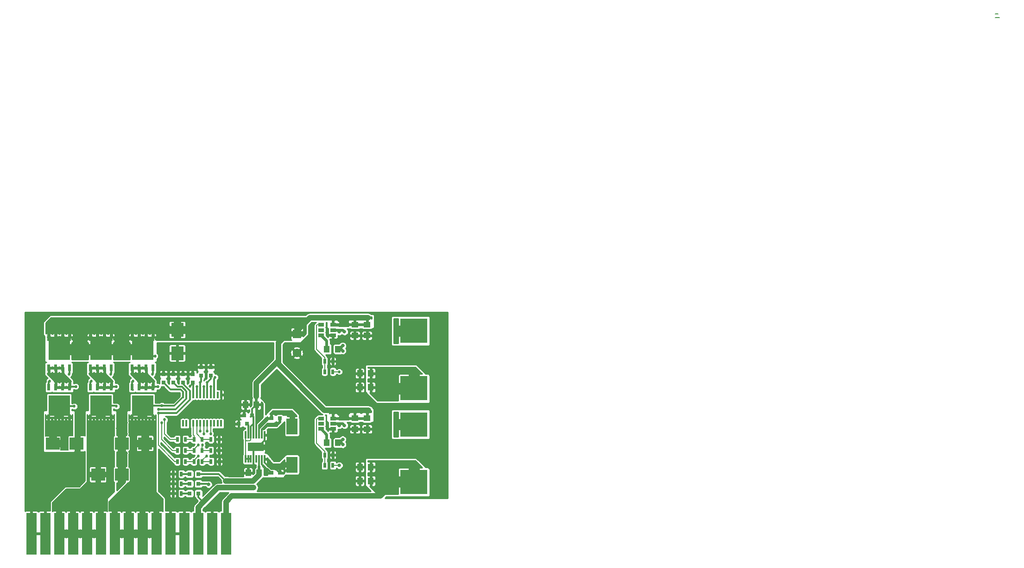
<source format=gbr>
G04 #@! TF.FileFunction,Copper,L1,Top,Mixed*
%FSLAX46Y46*%
G04 Gerber Fmt 4.6, Leading zero omitted, Abs format (unit mm)*
G04 Created by KiCad (PCBNEW 4.0.7) date Tuesday, March 06, 2018 'AMt' 10:20:30 AM*
%MOMM*%
%LPD*%
G01*
G04 APERTURE LIST*
%ADD10C,0.100000*%
%ADD11C,0.660000*%
%ADD12C,0.520000*%
%ADD13R,0.750000X0.800000*%
%ADD14R,1.000000X1.250000*%
%ADD15R,1.250000X1.000000*%
%ADD16R,2.500000X2.300000*%
%ADD17R,2.300000X2.500000*%
%ADD18R,0.800000X0.800000*%
%ADD19R,5.000000X4.500000*%
%ADD20R,0.610000X1.270000*%
%ADD21R,0.610000X1.020000*%
%ADD22R,3.910000X3.810000*%
%ADD23R,0.500000X0.900000*%
%ADD24R,0.400000X1.200000*%
%ADD25R,1.060000X0.650000*%
%ADD26R,1.905000X7.620000*%
%ADD27R,1.600000X1.600000*%
%ADD28C,1.600000*%
%ADD29R,0.800000X0.750000*%
%ADD30R,2.000000X3.000000*%
%ADD31R,0.300000X1.400000*%
%ADD32R,2.850000X1.650000*%
%ADD33C,0.130000*%
%ADD34C,0.200000*%
%ADD35C,1.000000*%
%ADD36C,0.300000*%
%ADD37C,0.500000*%
%ADD38C,0.260000*%
%ADD39C,0.254000*%
%ADD40C,0.250000*%
G04 APERTURE END LIST*
D10*
D11*
X103378000Y-124714000D03*
X119380000Y-111506000D03*
X87630000Y-130048000D03*
X58928000Y-96266000D03*
X58928000Y-97282000D03*
X59944000Y-97282000D03*
X59944000Y-96266000D03*
X60960000Y-96266000D03*
X60960000Y-97282000D03*
X61976000Y-97282000D03*
X61976000Y-96266000D03*
X62972000Y-96266000D03*
X62972000Y-97282000D03*
X105918000Y-111252000D03*
X105156000Y-119380000D03*
X107696000Y-120142000D03*
D12*
X98000000Y-119250000D03*
X98000000Y-118250000D03*
X97500000Y-118750000D03*
X96750000Y-119250000D03*
X97000000Y-118250000D03*
X96250000Y-118750000D03*
X95750000Y-119250000D03*
D11*
X91313000Y-123825000D03*
X81280000Y-129540000D03*
X83820000Y-129540000D03*
X90170000Y-129794000D03*
X90170000Y-128524000D03*
X62972000Y-115824000D03*
X62972000Y-114778000D03*
X61956000Y-115824000D03*
X61956000Y-114778000D03*
X60940000Y-115824000D03*
X60940000Y-114778000D03*
X59924000Y-115824000D03*
X59924000Y-114778000D03*
X58908000Y-115824000D03*
X122491500Y-116078000D03*
X122491500Y-115062000D03*
X122491500Y-114046000D03*
X122491500Y-113030000D03*
X122491500Y-99060000D03*
X122491500Y-98044000D03*
X122491500Y-97028000D03*
X130810000Y-102616000D03*
X130810000Y-119888000D03*
X106426000Y-126492000D03*
X100584000Y-106934000D03*
X93726000Y-100076000D03*
X93726000Y-94400000D03*
X56134000Y-95504000D03*
X110998000Y-99314000D03*
X110998000Y-116586000D03*
X115824000Y-109220000D03*
X114808000Y-107188000D03*
X115824000Y-126492000D03*
X114808000Y-124460000D03*
X81788000Y-115316000D03*
X80264000Y-121920000D03*
X73152000Y-114300000D03*
X72136000Y-114300000D03*
X72644000Y-115316000D03*
X71628000Y-115316000D03*
X72136000Y-116332000D03*
X73152000Y-116332000D03*
X73152000Y-119888000D03*
X64516000Y-113284000D03*
X93980000Y-123952000D03*
X93980000Y-122936000D03*
X100076000Y-119380000D03*
X100076000Y-118364000D03*
X93472000Y-116332000D03*
X93472000Y-110744000D03*
X92964000Y-115316000D03*
X93472000Y-111760000D03*
X92456000Y-119380000D03*
X84836000Y-113284000D03*
X90424000Y-110744000D03*
X86868000Y-111760000D03*
X87884000Y-111760000D03*
X87376000Y-100584000D03*
X86360000Y-100584000D03*
X87376000Y-101600000D03*
X86360000Y-101600000D03*
X113792000Y-102616000D03*
X114808000Y-102616000D03*
X115824000Y-102616000D03*
X116840000Y-102616000D03*
X116840000Y-119888000D03*
X115824000Y-119888000D03*
X114808000Y-119888000D03*
X113792000Y-119888000D03*
X80264000Y-109728000D03*
X73152000Y-108712000D03*
X73152000Y-109728000D03*
X72136000Y-109220000D03*
X72136000Y-110236000D03*
X65532000Y-108712000D03*
X64516000Y-109220000D03*
X65532000Y-109728000D03*
X64516000Y-110236000D03*
X65532000Y-110744000D03*
X57912000Y-129032000D03*
X57912000Y-128016000D03*
X56896000Y-128016000D03*
X56896000Y-127000000D03*
X55880000Y-127000000D03*
D13*
X85344000Y-105422000D03*
X85344000Y-106922000D03*
X86868000Y-104152000D03*
X86868000Y-105652000D03*
X88646000Y-104152000D03*
X88646000Y-105652000D03*
X80010000Y-106922000D03*
X80010000Y-105422000D03*
X81788000Y-106922000D03*
X81788000Y-105422000D03*
X83566000Y-106922000D03*
X83566000Y-105422000D03*
D14*
X109871000Y-100838000D03*
X111871000Y-100838000D03*
D15*
X117221000Y-96345500D03*
X117221000Y-98345500D03*
X114998500Y-96345500D03*
X114998500Y-98345500D03*
D14*
X117903500Y-107823000D03*
X115903500Y-107823000D03*
X117903500Y-105283000D03*
X115903500Y-105283000D03*
X109871000Y-117983000D03*
X111871000Y-117983000D03*
D15*
X117221000Y-113490500D03*
X117221000Y-115490500D03*
X114998500Y-113490500D03*
X114998500Y-115490500D03*
D14*
X117903500Y-122428000D03*
X115903500Y-122428000D03*
X117903500Y-124968000D03*
X115903500Y-124968000D03*
X97500000Y-123500000D03*
X95500000Y-123500000D03*
D16*
X72390000Y-118110000D03*
X76690000Y-118110000D03*
D17*
X82550000Y-97300000D03*
X82550000Y-101600000D03*
D16*
X72390000Y-123825000D03*
X68090000Y-123825000D03*
X64135000Y-118110000D03*
X59835000Y-118110000D03*
D18*
X86398000Y-125476000D03*
X84798000Y-125476000D03*
X86398000Y-123698000D03*
X84798000Y-123698000D03*
D19*
X125793500Y-97493000D03*
X125793500Y-107993000D03*
X125793500Y-114638000D03*
X125793500Y-125138000D03*
D20*
X78105000Y-107820000D03*
X76835000Y-107820000D03*
X75565000Y-107820000D03*
X74295000Y-107820000D03*
D21*
X74295000Y-113285000D03*
X75565000Y-113285000D03*
X76835000Y-113285000D03*
X78105000Y-113285000D03*
D22*
X76200000Y-111180000D03*
D20*
X74295000Y-104270000D03*
X75565000Y-104270000D03*
X76835000Y-104270000D03*
X78105000Y-104270000D03*
D21*
X78105000Y-98805000D03*
X76835000Y-98805000D03*
X75565000Y-98805000D03*
X74295000Y-98805000D03*
D22*
X76200000Y-100910000D03*
D20*
X70485000Y-107820000D03*
X69215000Y-107820000D03*
X67945000Y-107820000D03*
X66675000Y-107820000D03*
D21*
X66675000Y-113285000D03*
X67945000Y-113285000D03*
X69215000Y-113285000D03*
X70485000Y-113285000D03*
D22*
X68580000Y-111180000D03*
D20*
X66675000Y-104270000D03*
X67945000Y-104270000D03*
X69215000Y-104270000D03*
X70485000Y-104270000D03*
D21*
X70485000Y-98805000D03*
X69215000Y-98805000D03*
X67945000Y-98805000D03*
X66675000Y-98805000D03*
D22*
X68580000Y-100910000D03*
D20*
X62865000Y-107820000D03*
X61595000Y-107820000D03*
X60325000Y-107820000D03*
X59055000Y-107820000D03*
D21*
X59055000Y-113285000D03*
X60325000Y-113285000D03*
X61595000Y-113285000D03*
X62865000Y-113285000D03*
D22*
X60960000Y-111180000D03*
D20*
X59055000Y-104270000D03*
X60325000Y-104270000D03*
X61595000Y-104270000D03*
X62865000Y-104270000D03*
D21*
X62865000Y-98805000D03*
X61595000Y-98805000D03*
X60325000Y-98805000D03*
X59055000Y-98805000D03*
D22*
X60960000Y-100910000D03*
D23*
X84062000Y-117348000D03*
X82562000Y-117348000D03*
X85610000Y-117348000D03*
X87110000Y-117348000D03*
X90180000Y-117348000D03*
X88680000Y-117348000D03*
X84062000Y-119380000D03*
X82562000Y-119380000D03*
X85610000Y-119380000D03*
X87110000Y-119380000D03*
X90158000Y-119380000D03*
X88658000Y-119380000D03*
X84062000Y-121412000D03*
X82562000Y-121412000D03*
X85610000Y-121412000D03*
X87110000Y-121412000D03*
X90210000Y-121412000D03*
X88710000Y-121412000D03*
X110986000Y-104965500D03*
X109486000Y-104965500D03*
X109486000Y-103060500D03*
X110986000Y-103060500D03*
X110986000Y-122110500D03*
X109486000Y-122110500D03*
X109486000Y-120205500D03*
X110986000Y-120205500D03*
X83300000Y-127254000D03*
X81800000Y-127254000D03*
X83300000Y-125476000D03*
X81800000Y-125476000D03*
X83300000Y-123698000D03*
X81800000Y-123698000D03*
D24*
X83566000Y-114420000D03*
X84201000Y-114420000D03*
X84836000Y-114420000D03*
X85471000Y-114420000D03*
X86106000Y-114420000D03*
X86741000Y-114420000D03*
X87376000Y-114420000D03*
X88011000Y-114420000D03*
X88646000Y-114420000D03*
X89281000Y-114420000D03*
X89916000Y-114420000D03*
X90551000Y-114420000D03*
X90551000Y-109220000D03*
X89916000Y-109220000D03*
X89281000Y-109220000D03*
X88646000Y-109220000D03*
X88011000Y-109220000D03*
X87376000Y-109220000D03*
X86741000Y-109220000D03*
X86106000Y-109220000D03*
X85471000Y-109220000D03*
X84836000Y-109220000D03*
X84201000Y-109220000D03*
X83566000Y-109220000D03*
D25*
X111018500Y-98295500D03*
X111018500Y-97345500D03*
X111018500Y-96395500D03*
X108818500Y-96395500D03*
X108818500Y-98295500D03*
X108818500Y-97345500D03*
X111018500Y-115440500D03*
X111018500Y-114490500D03*
X111018500Y-113540500D03*
X108818500Y-113540500D03*
X108818500Y-115440500D03*
X108818500Y-114490500D03*
D18*
X86398000Y-127254000D03*
X84798000Y-127254000D03*
D26*
X55880000Y-134620000D03*
X58420000Y-134620000D03*
X60960000Y-134620000D03*
X63500000Y-134620000D03*
X66040000Y-134620000D03*
X68580000Y-134620000D03*
X71120000Y-134620000D03*
X73660000Y-134620000D03*
X76200000Y-134620000D03*
X78740000Y-134620000D03*
X88900000Y-134620000D03*
X81280000Y-134620000D03*
X83820000Y-134620000D03*
X86360000Y-134620000D03*
X91440000Y-134620000D03*
D27*
X104394000Y-98044000D03*
D28*
X104394000Y-101544000D03*
D29*
X99750000Y-113500000D03*
X101250000Y-113500000D03*
X99750000Y-123500000D03*
X101250000Y-123500000D03*
D14*
X97000000Y-111000000D03*
X95000000Y-111000000D03*
D29*
X94750000Y-113000000D03*
X96250000Y-113000000D03*
X93750000Y-114500000D03*
X95250000Y-114500000D03*
D30*
X103500000Y-115000000D03*
X103500000Y-122000000D03*
D31*
X98500000Y-116550000D03*
X98000000Y-116550000D03*
X97500000Y-116550000D03*
X97000000Y-116550000D03*
X96500000Y-116550000D03*
X96500000Y-120950000D03*
X97000000Y-120950000D03*
X97500000Y-120950000D03*
X98000000Y-120950000D03*
X98500000Y-120950000D03*
X96000000Y-116550000D03*
X95500000Y-116550000D03*
X95000000Y-116550000D03*
X96000000Y-120950000D03*
X95500000Y-120950000D03*
X95000000Y-120950000D03*
D32*
X96850000Y-118750000D03*
D11*
X55880000Y-125984000D03*
X122491500Y-96012000D03*
X58908000Y-114778000D03*
D12*
X95750000Y-118250000D03*
X89481014Y-105994842D03*
X78486000Y-102108000D03*
D11*
X120854000Y-109474000D03*
X121646000Y-108682000D03*
X96500000Y-126208000D03*
D12*
X120713500Y-107188000D03*
X112141000Y-104965500D03*
X84876375Y-107602688D03*
X78994000Y-107696000D03*
X86716000Y-106934000D03*
X71374000Y-107696000D03*
X64008000Y-107696000D03*
X87986000Y-106934000D03*
X80236420Y-113769300D03*
X79720000Y-111180000D03*
X79676410Y-114337370D03*
X79080000Y-111859987D03*
X71405326Y-111298346D03*
X79080000Y-112580000D03*
X63720000Y-111300000D03*
D11*
X112776000Y-100203000D03*
X112776000Y-101155500D03*
X113093500Y-97663000D03*
X112141000Y-97663000D03*
X113093500Y-114808000D03*
X112141000Y-114808000D03*
X112776000Y-117348000D03*
X112776000Y-118300500D03*
X93599000Y-127732000D03*
X88265000Y-125603000D03*
X120713500Y-124333000D03*
X112141000Y-122110500D03*
X91422756Y-124965151D03*
D12*
X86106000Y-107696000D03*
X77978000Y-105410000D03*
X74422000Y-106680000D03*
X87376000Y-107696000D03*
X66802000Y-106680000D03*
X70358000Y-105410000D03*
X88646000Y-107696000D03*
X59182000Y-106680000D03*
X62738000Y-105410000D03*
X86739309Y-115821230D03*
X86360000Y-118364000D03*
X87375335Y-116332707D03*
X87122000Y-118364000D03*
X87966955Y-115819513D03*
X86360000Y-120396000D03*
X88646000Y-116332000D03*
X87884000Y-120396000D03*
D33*
X232058000Y-40144104D02*
X232778333Y-40144104D01*
X232024484Y-39494104D02*
X232555484Y-39494104D01*
D34*
X95000000Y-116550000D02*
X95000000Y-117450000D01*
X95000000Y-117450000D02*
X95169543Y-117619543D01*
X95169543Y-117619543D02*
X95830457Y-117619543D01*
X95830457Y-117619543D02*
X96000000Y-117450000D01*
X96000000Y-117450000D02*
X96000000Y-116550000D01*
D35*
X104394000Y-98044000D02*
X104394000Y-97451137D01*
X104394000Y-97451137D02*
X106763612Y-95081525D01*
X106763612Y-95081525D02*
X117418475Y-95081525D01*
D36*
X97000000Y-116550000D02*
X97000000Y-111000000D01*
X96250000Y-113000000D02*
X96250000Y-111750000D01*
X96250000Y-111750000D02*
X97000000Y-111000000D01*
D35*
X101000000Y-103606998D02*
X101000000Y-103000000D01*
X101000000Y-103000000D02*
X101000000Y-99638000D01*
X97000000Y-107000000D02*
X101000000Y-103000000D01*
X101000000Y-99638000D02*
X102594000Y-98044000D01*
X102594000Y-98044000D02*
X104394000Y-98044000D01*
X109393002Y-112000000D02*
X101000000Y-103606998D01*
X97000000Y-107000000D02*
X97000000Y-109500000D01*
D34*
X117221000Y-96345500D02*
X117221000Y-95645500D01*
X117221000Y-95645500D02*
X117500000Y-95366500D01*
X117500000Y-95366500D02*
X117500000Y-95000000D01*
X117221000Y-113490500D02*
X117221000Y-112279000D01*
X117221000Y-112279000D02*
X117500000Y-112000000D01*
D35*
X109393002Y-112000000D02*
X117500000Y-112000000D01*
D37*
X97000000Y-109500000D02*
X97000000Y-111000000D01*
D36*
X96500000Y-116550000D02*
X96500000Y-114500000D01*
X96500000Y-114500000D02*
X96500000Y-113250000D01*
X96000000Y-116550000D02*
X96000000Y-115000000D01*
X96000000Y-115000000D02*
X96500000Y-114500000D01*
X96500000Y-113250000D02*
X96250000Y-113000000D01*
X96000000Y-113250000D02*
X96250000Y-113000000D01*
X95500000Y-120950000D02*
X96000000Y-120950000D01*
X95000000Y-120950000D02*
X95500000Y-120950000D01*
D34*
X95000000Y-116550000D02*
X95000000Y-120900000D01*
D36*
X95000000Y-120900000D02*
X95000000Y-120950000D01*
D37*
X114998500Y-96345500D02*
X117221000Y-96345500D01*
X111018500Y-96395500D02*
X114948500Y-96395500D01*
X114948500Y-96395500D02*
X114998500Y-96345500D01*
D36*
X89481014Y-106088426D02*
X89481014Y-105994842D01*
X89281000Y-106288440D02*
X89481014Y-106088426D01*
X89281000Y-109220000D02*
X89281000Y-106288440D01*
X78486000Y-102108000D02*
X77398000Y-102108000D01*
X77398000Y-102108000D02*
X76200000Y-100910000D01*
D37*
X60325000Y-98805000D02*
X59055000Y-98805000D01*
D36*
X61595000Y-98805000D02*
X60325000Y-98805000D01*
D37*
X62865000Y-98805000D02*
X61595000Y-98805000D01*
X67945000Y-98805000D02*
X66675000Y-98805000D01*
D36*
X69215000Y-98805000D02*
X67945000Y-98805000D01*
D37*
X70485000Y-98805000D02*
X69215000Y-98805000D01*
X76835000Y-98805000D02*
X78105000Y-98805000D01*
D36*
X75565000Y-98805000D02*
X76835000Y-98805000D01*
D37*
X74295000Y-98805000D02*
X75565000Y-98805000D01*
D35*
X87249000Y-128921000D02*
X89962000Y-126208000D01*
X89962000Y-126208000D02*
X96033310Y-126208000D01*
X96033310Y-126208000D02*
X96500000Y-126208000D01*
X121646000Y-108682000D02*
X120854000Y-109474000D01*
X86360000Y-129810000D02*
X87249000Y-128921000D01*
D36*
X86398000Y-127254000D02*
X86398000Y-127954000D01*
X86398000Y-127954000D02*
X87249000Y-128805000D01*
X87249000Y-128805000D02*
X87249000Y-128921000D01*
D35*
X86360000Y-134620000D02*
X86360000Y-129810000D01*
X121646000Y-108682000D02*
X125104500Y-108682000D01*
X125104500Y-108682000D02*
X125793500Y-107993000D01*
D37*
X125793500Y-107993000D02*
X125793500Y-107882345D01*
D34*
X120713500Y-107188000D02*
X121518500Y-107993000D01*
X121518500Y-107993000D02*
X125793500Y-107993000D01*
X110986000Y-104965500D02*
X112141000Y-104965500D01*
D36*
X96500000Y-120950000D02*
X96500000Y-123300000D01*
X96500000Y-123300000D02*
X96300000Y-123500000D01*
X96300000Y-123500000D02*
X95500000Y-123500000D01*
X96500000Y-120950000D02*
X96500000Y-119100000D01*
X96500000Y-119100000D02*
X96850000Y-118750000D01*
X98500000Y-116550000D02*
X98500000Y-117550000D01*
X98500000Y-117550000D02*
X97300000Y-118750000D01*
X97300000Y-118750000D02*
X96850000Y-118750000D01*
X85344000Y-107135063D02*
X85136374Y-107342689D01*
X85344000Y-106922000D02*
X85344000Y-107135063D01*
X85136374Y-107342689D02*
X84876375Y-107602688D01*
X85471000Y-109220000D02*
X85471000Y-107049000D01*
X85471000Y-107049000D02*
X85344000Y-106922000D01*
X78994000Y-107696000D02*
X78229000Y-107696000D01*
X78229000Y-107696000D02*
X78105000Y-107820000D01*
X86868000Y-105652000D02*
X86868000Y-106782000D01*
X86868000Y-106782000D02*
X86716000Y-106934000D01*
X71374000Y-107696000D02*
X70609000Y-107696000D01*
X70609000Y-107696000D02*
X70485000Y-107820000D01*
X86716000Y-106934000D02*
X86716000Y-109195000D01*
X86716000Y-109195000D02*
X86741000Y-109220000D01*
X88646000Y-105652000D02*
X88646000Y-106274000D01*
X88646000Y-106274000D02*
X87986000Y-106934000D01*
X64008000Y-107696000D02*
X62989000Y-107696000D01*
X62989000Y-107696000D02*
X62865000Y-107820000D01*
X88011000Y-109220000D02*
X88011000Y-106959000D01*
X88011000Y-106959000D02*
X87986000Y-106934000D01*
D34*
X80236420Y-116362065D02*
X81222355Y-117348000D01*
X81222355Y-117348000D02*
X82562000Y-117348000D01*
X80236420Y-113769300D02*
X80236420Y-116362065D01*
D36*
X83566000Y-109220000D02*
X83566000Y-108652004D01*
X83566000Y-108652004D02*
X83159362Y-108245366D01*
X83159362Y-108245366D02*
X81308366Y-108245366D01*
X81308366Y-108245366D02*
X80010000Y-106947000D01*
X80010000Y-106947000D02*
X80010000Y-106922000D01*
X78105000Y-113285000D02*
X78105000Y-113085000D01*
X78105000Y-113085000D02*
X76200000Y-111180000D01*
X74295000Y-113285000D02*
X74295000Y-113085000D01*
X74295000Y-113085000D02*
X76200000Y-111180000D01*
X76200000Y-111180000D02*
X76200000Y-112650000D01*
X76200000Y-112650000D02*
X76835000Y-113285000D01*
X76200000Y-112650000D02*
X75565000Y-113285000D01*
X78455000Y-111180000D02*
X76200000Y-111180000D01*
X83566000Y-109620000D02*
X82006000Y-111180000D01*
X83566000Y-109220000D02*
X83566000Y-109620000D01*
X79720000Y-111180000D02*
X78455000Y-111180000D01*
X82006000Y-111180000D02*
X79720000Y-111180000D01*
D34*
X82562000Y-119380000D02*
X81649310Y-119380000D01*
X81649310Y-119380000D02*
X79676410Y-117407100D01*
X79676410Y-117407100D02*
X79676410Y-114705065D01*
X79676410Y-114705065D02*
X79676410Y-114337370D01*
D36*
X84201000Y-109220000D02*
X84201000Y-109890418D01*
X84201000Y-109890418D02*
X82231431Y-111859987D01*
X82231431Y-111859987D02*
X79447695Y-111859987D01*
X79447695Y-111859987D02*
X79080000Y-111859987D01*
X81788000Y-106947000D02*
X81788000Y-106922000D01*
X82586355Y-107745355D02*
X81788000Y-106947000D01*
X83405025Y-107745355D02*
X82586355Y-107745355D01*
X84201000Y-108541330D02*
X83405025Y-107745355D01*
X84201000Y-109220000D02*
X84201000Y-108541330D01*
X71286980Y-111180000D02*
X71405326Y-111298346D01*
X68580000Y-111180000D02*
X71286980Y-111180000D01*
X60325000Y-111815000D02*
X60960000Y-111180000D01*
D34*
X82562000Y-121412000D02*
X82112000Y-121412000D01*
X79080000Y-112947695D02*
X79080000Y-112580000D01*
X82112000Y-121412000D02*
X79080000Y-118380000D01*
X79080000Y-118380000D02*
X79080000Y-112947695D01*
D36*
X84836000Y-109220000D02*
X84836000Y-108469208D01*
X83566000Y-107199208D02*
X83566000Y-106922000D01*
X84836000Y-108469208D02*
X83566000Y-107199208D01*
X61595000Y-111815000D02*
X60960000Y-111180000D01*
X63720000Y-111300000D02*
X61080000Y-111300000D01*
X84836000Y-109220000D02*
X84836000Y-110120000D01*
X84836000Y-110120000D02*
X82376000Y-112580000D01*
X82376000Y-112580000D02*
X79080000Y-112580000D01*
X61080000Y-111300000D02*
X60960000Y-111180000D01*
D37*
X109871000Y-100838000D02*
X109871000Y-99348000D01*
X109871000Y-99348000D02*
X108818500Y-98295500D01*
X112141000Y-100838000D02*
X112776000Y-100203000D01*
X111871000Y-100838000D02*
X112141000Y-100838000D01*
X111871000Y-100838000D02*
X112458500Y-100838000D01*
X112458500Y-100838000D02*
X112776000Y-101155500D01*
X111018500Y-97345500D02*
X112776000Y-97345500D01*
X112776000Y-97345500D02*
X113093500Y-97663000D01*
X111018500Y-97345500D02*
X111823500Y-97345500D01*
X111823500Y-97345500D02*
X112141000Y-97663000D01*
X109871000Y-117983000D02*
X109871000Y-116493000D01*
X109871000Y-116493000D02*
X108818500Y-115440500D01*
X111018500Y-114490500D02*
X112776000Y-114490500D01*
X112776000Y-114490500D02*
X113093500Y-114808000D01*
X111018500Y-114490500D02*
X111823500Y-114490500D01*
X111823500Y-114490500D02*
X112141000Y-114808000D01*
X111871000Y-117983000D02*
X112141000Y-117983000D01*
X112141000Y-117983000D02*
X112776000Y-117348000D01*
X111871000Y-117983000D02*
X112458500Y-117983000D01*
X112458500Y-117983000D02*
X112776000Y-118300500D01*
D35*
X92518690Y-127732000D02*
X93599000Y-127732000D01*
X93599000Y-127732000D02*
X119699500Y-127732000D01*
D36*
X86398000Y-125476000D02*
X88138000Y-125476000D01*
X88138000Y-125476000D02*
X88265000Y-125603000D01*
D35*
X91440000Y-134620000D02*
X91440000Y-128810690D01*
X91440000Y-128810690D02*
X92518690Y-127732000D01*
X119699500Y-127732000D02*
X122293500Y-125138000D01*
X122293500Y-125138000D02*
X125793500Y-125138000D01*
D34*
X120713500Y-124333000D02*
X121518500Y-125138000D01*
X121518500Y-125138000D02*
X125793500Y-125138000D01*
X110986000Y-122110500D02*
X112141000Y-122110500D01*
D35*
X125793500Y-125138000D02*
X126043500Y-125138000D01*
D36*
X98000000Y-116550000D02*
X98000000Y-115500000D01*
X98000000Y-115500000D02*
X99000000Y-114500000D01*
X99000000Y-114500000D02*
X101000000Y-114500000D01*
X101000000Y-114500000D02*
X101250000Y-114250000D01*
X101250000Y-114250000D02*
X101250000Y-113500000D01*
X97500000Y-116550000D02*
X97500000Y-114728272D01*
X97500000Y-114728272D02*
X98728272Y-113500000D01*
X98728272Y-113500000D02*
X99750000Y-113500000D01*
X86398000Y-123698000D02*
X90155605Y-123698000D01*
X90155605Y-123698000D02*
X91422756Y-124965151D01*
D35*
X96395035Y-124989967D02*
X91914262Y-124989967D01*
X97500000Y-123885002D02*
X96395035Y-124989967D01*
X97500000Y-123500000D02*
X97500000Y-123885002D01*
X91889446Y-124965151D02*
X91422756Y-124965151D01*
X91914262Y-124989967D02*
X91889446Y-124965151D01*
D36*
X97500000Y-122250000D02*
X97500000Y-120950000D01*
D37*
X97500000Y-122250000D02*
X97500000Y-123435002D01*
X97500000Y-122500000D02*
X97500000Y-122250000D01*
X97500000Y-123500000D02*
X97500000Y-122500000D01*
D36*
X83300000Y-127254000D02*
X84798000Y-127254000D01*
X84798000Y-125476000D02*
X83300000Y-125476000D01*
X83300000Y-123698000D02*
X84798000Y-123698000D01*
X86106000Y-109220000D02*
X86106000Y-107696000D01*
X78105000Y-104270000D02*
X78105000Y-105283000D01*
X78105000Y-105283000D02*
X77978000Y-105410000D01*
X74295000Y-107820000D02*
X74295000Y-106807000D01*
X74295000Y-106807000D02*
X74422000Y-106680000D01*
X74405000Y-108330000D02*
X74426290Y-108308710D01*
X87376000Y-107696000D02*
X87376000Y-109220000D01*
X66675000Y-107820000D02*
X66675000Y-106807000D01*
X66675000Y-106807000D02*
X66802000Y-106680000D01*
X70485000Y-104270000D02*
X70485000Y-105283000D01*
X70485000Y-105283000D02*
X70358000Y-105410000D01*
X88646000Y-109220000D02*
X88646000Y-107696000D01*
X59055000Y-107820000D02*
X59055000Y-106807000D01*
X59055000Y-106807000D02*
X59182000Y-106680000D01*
X62865000Y-104270000D02*
X62865000Y-105283000D01*
X62865000Y-105283000D02*
X62738000Y-105410000D01*
D34*
X85610000Y-117348000D02*
X85610000Y-116698000D01*
X85471000Y-115220000D02*
X85471000Y-114420000D01*
X85610000Y-116698000D02*
X85471000Y-116559000D01*
X85471000Y-116559000D02*
X85471000Y-115220000D01*
X85610000Y-117348000D02*
X84062000Y-117348000D01*
X86104037Y-115221963D02*
X86106000Y-115220000D01*
X86106000Y-115220000D02*
X86106000Y-114420000D01*
X86104037Y-116342037D02*
X86104037Y-115221963D01*
X87110000Y-117348000D02*
X86104037Y-116342037D01*
X87110000Y-117348000D02*
X88680000Y-117348000D01*
X86741000Y-115819539D02*
X86739309Y-115821230D01*
X86741000Y-114420000D02*
X86741000Y-115819539D01*
X85610000Y-119380000D02*
X85610000Y-119114000D01*
X85610000Y-119114000D02*
X86360000Y-118364000D01*
X85610000Y-119380000D02*
X84062000Y-119380000D01*
D36*
X86760000Y-114439000D02*
X86741000Y-114420000D01*
D34*
X87376000Y-116332042D02*
X87375335Y-116332707D01*
X87376000Y-114420000D02*
X87376000Y-116332042D01*
X87110000Y-119380000D02*
X87110000Y-118376000D01*
X87110000Y-118376000D02*
X87122000Y-118364000D01*
X88658000Y-119380000D02*
X87110000Y-119380000D01*
D36*
X87400000Y-114444000D02*
X87376000Y-114420000D01*
D34*
X87966955Y-115819513D02*
X87966955Y-114464045D01*
X87966955Y-114464045D02*
X88011000Y-114420000D01*
X85610000Y-121412000D02*
X85610000Y-121146000D01*
X85610000Y-121146000D02*
X86360000Y-120396000D01*
X84062000Y-121412000D02*
X85610000Y-121412000D01*
X88646000Y-116332000D02*
X88646000Y-114420000D01*
X87110000Y-121412000D02*
X87110000Y-121170000D01*
X87110000Y-121170000D02*
X87884000Y-120396000D01*
X87110000Y-121412000D02*
X88710000Y-121412000D01*
D36*
X88680000Y-114454000D02*
X88646000Y-114420000D01*
D34*
X109486000Y-103060500D02*
X109486000Y-102386236D01*
X109486000Y-102386236D02*
X107988499Y-100888735D01*
X107988499Y-100888735D02*
X107988499Y-96495501D01*
X107988499Y-96495501D02*
X108088500Y-96395500D01*
X108088500Y-96395500D02*
X108818500Y-96395500D01*
X109486000Y-104965500D02*
X109486000Y-103060500D01*
D37*
X109486000Y-102860500D02*
X109486000Y-103060500D01*
D34*
X109486000Y-122110500D02*
X109486000Y-120205500D01*
X108818500Y-113540500D02*
X108088500Y-113540500D01*
X107988499Y-118057999D02*
X109486000Y-119555500D01*
X109486000Y-119555500D02*
X109486000Y-120205500D01*
X108088500Y-113540500D02*
X107988499Y-113640501D01*
X107988499Y-113640501D02*
X107988499Y-118057999D01*
D36*
X98000000Y-120950000D02*
X98000000Y-121901458D01*
X98000000Y-121901458D02*
X98923542Y-122825000D01*
X98923542Y-122825000D02*
X99050000Y-122825000D01*
X99050000Y-122825000D02*
X99725000Y-123500000D01*
X99725000Y-123500000D02*
X99750000Y-123500000D01*
X101250000Y-123500000D02*
X102000000Y-123500000D01*
X102000000Y-123500000D02*
X103500000Y-122000000D01*
X98500000Y-120950000D02*
X98500000Y-121567880D01*
X101225000Y-123500000D02*
X101250000Y-123500000D01*
X98500000Y-121567880D02*
X99707119Y-122774999D01*
X100499999Y-122774999D02*
X101225000Y-123500000D01*
X99707119Y-122774999D02*
X100499999Y-122774999D01*
X95500000Y-116550000D02*
X95500000Y-114750000D01*
X95500000Y-114750000D02*
X95250000Y-114500000D01*
D38*
G36*
X76237500Y-104146000D02*
X76711000Y-104146000D01*
X76711000Y-104126000D01*
X76959000Y-104126000D01*
X76959000Y-104146000D01*
X76979000Y-104146000D01*
X76979000Y-104394000D01*
X76959000Y-104394000D01*
X76959000Y-105197500D01*
X77056500Y-105295000D01*
X77086000Y-105295000D01*
X77086000Y-105410000D01*
X77096242Y-105460577D01*
X77124076Y-105501924D01*
X78356000Y-106733848D01*
X78356000Y-106795000D01*
X78326500Y-106795000D01*
X78229000Y-106892500D01*
X78229000Y-107696000D01*
X78249000Y-107696000D01*
X78249000Y-107944000D01*
X78229000Y-107944000D01*
X78229000Y-107964000D01*
X77981000Y-107964000D01*
X77981000Y-107944000D01*
X77507500Y-107944000D01*
X77470000Y-107981500D01*
X77432500Y-107944000D01*
X76959000Y-107944000D01*
X76959000Y-107964000D01*
X76711000Y-107964000D01*
X76711000Y-107944000D01*
X76237500Y-107944000D01*
X76200000Y-107981500D01*
X76162500Y-107944000D01*
X75689000Y-107944000D01*
X75689000Y-107964000D01*
X75441000Y-107964000D01*
X75441000Y-107944000D01*
X75421000Y-107944000D01*
X75421000Y-107696000D01*
X75441000Y-107696000D01*
X75441000Y-106892500D01*
X75689000Y-106892500D01*
X75689000Y-107696000D01*
X76162500Y-107696000D01*
X76200000Y-107658500D01*
X76237500Y-107696000D01*
X76711000Y-107696000D01*
X76711000Y-106892500D01*
X76959000Y-106892500D01*
X76959000Y-107696000D01*
X77432500Y-107696000D01*
X77470000Y-107658500D01*
X77507500Y-107696000D01*
X77981000Y-107696000D01*
X77981000Y-106892500D01*
X77883500Y-106795000D01*
X77722424Y-106795000D01*
X77579083Y-106854374D01*
X77470000Y-106963457D01*
X77360917Y-106854374D01*
X77217576Y-106795000D01*
X77056500Y-106795000D01*
X76959000Y-106892500D01*
X76711000Y-106892500D01*
X76613500Y-106795000D01*
X76452424Y-106795000D01*
X76309083Y-106854374D01*
X76200000Y-106963457D01*
X76090917Y-106854374D01*
X75947576Y-106795000D01*
X75786500Y-106795000D01*
X75689000Y-106892500D01*
X75441000Y-106892500D01*
X75343500Y-106795000D01*
X75314000Y-106795000D01*
X75314000Y-106680000D01*
X75303758Y-106629423D01*
X75275924Y-106588076D01*
X74044000Y-105356152D01*
X74044000Y-105295000D01*
X74073500Y-105295000D01*
X74171000Y-105197500D01*
X74171000Y-104394000D01*
X74419000Y-104394000D01*
X74419000Y-105197500D01*
X74516500Y-105295000D01*
X74677576Y-105295000D01*
X74820917Y-105235626D01*
X74930000Y-105126543D01*
X75039083Y-105235626D01*
X75182424Y-105295000D01*
X75343500Y-105295000D01*
X75441000Y-105197500D01*
X75441000Y-104394000D01*
X75689000Y-104394000D01*
X75689000Y-105197500D01*
X75786500Y-105295000D01*
X75947576Y-105295000D01*
X76090917Y-105235626D01*
X76200000Y-105126543D01*
X76309083Y-105235626D01*
X76452424Y-105295000D01*
X76613500Y-105295000D01*
X76711000Y-105197500D01*
X76711000Y-104394000D01*
X76237500Y-104394000D01*
X76200000Y-104431500D01*
X76162500Y-104394000D01*
X75689000Y-104394000D01*
X75441000Y-104394000D01*
X74967500Y-104394000D01*
X74930000Y-104431500D01*
X74892500Y-104394000D01*
X74419000Y-104394000D01*
X74171000Y-104394000D01*
X74151000Y-104394000D01*
X74151000Y-104146000D01*
X74171000Y-104146000D01*
X74171000Y-104126000D01*
X74419000Y-104126000D01*
X74419000Y-104146000D01*
X74892500Y-104146000D01*
X74930000Y-104108500D01*
X74967500Y-104146000D01*
X75441000Y-104146000D01*
X75441000Y-104126000D01*
X75689000Y-104126000D01*
X75689000Y-104146000D01*
X76162500Y-104146000D01*
X76200000Y-104108500D01*
X76237500Y-104146000D01*
X76237500Y-104146000D01*
G37*
X76237500Y-104146000D02*
X76711000Y-104146000D01*
X76711000Y-104126000D01*
X76959000Y-104126000D01*
X76959000Y-104146000D01*
X76979000Y-104146000D01*
X76979000Y-104394000D01*
X76959000Y-104394000D01*
X76959000Y-105197500D01*
X77056500Y-105295000D01*
X77086000Y-105295000D01*
X77086000Y-105410000D01*
X77096242Y-105460577D01*
X77124076Y-105501924D01*
X78356000Y-106733848D01*
X78356000Y-106795000D01*
X78326500Y-106795000D01*
X78229000Y-106892500D01*
X78229000Y-107696000D01*
X78249000Y-107696000D01*
X78249000Y-107944000D01*
X78229000Y-107944000D01*
X78229000Y-107964000D01*
X77981000Y-107964000D01*
X77981000Y-107944000D01*
X77507500Y-107944000D01*
X77470000Y-107981500D01*
X77432500Y-107944000D01*
X76959000Y-107944000D01*
X76959000Y-107964000D01*
X76711000Y-107964000D01*
X76711000Y-107944000D01*
X76237500Y-107944000D01*
X76200000Y-107981500D01*
X76162500Y-107944000D01*
X75689000Y-107944000D01*
X75689000Y-107964000D01*
X75441000Y-107964000D01*
X75441000Y-107944000D01*
X75421000Y-107944000D01*
X75421000Y-107696000D01*
X75441000Y-107696000D01*
X75441000Y-106892500D01*
X75689000Y-106892500D01*
X75689000Y-107696000D01*
X76162500Y-107696000D01*
X76200000Y-107658500D01*
X76237500Y-107696000D01*
X76711000Y-107696000D01*
X76711000Y-106892500D01*
X76959000Y-106892500D01*
X76959000Y-107696000D01*
X77432500Y-107696000D01*
X77470000Y-107658500D01*
X77507500Y-107696000D01*
X77981000Y-107696000D01*
X77981000Y-106892500D01*
X77883500Y-106795000D01*
X77722424Y-106795000D01*
X77579083Y-106854374D01*
X77470000Y-106963457D01*
X77360917Y-106854374D01*
X77217576Y-106795000D01*
X77056500Y-106795000D01*
X76959000Y-106892500D01*
X76711000Y-106892500D01*
X76613500Y-106795000D01*
X76452424Y-106795000D01*
X76309083Y-106854374D01*
X76200000Y-106963457D01*
X76090917Y-106854374D01*
X75947576Y-106795000D01*
X75786500Y-106795000D01*
X75689000Y-106892500D01*
X75441000Y-106892500D01*
X75343500Y-106795000D01*
X75314000Y-106795000D01*
X75314000Y-106680000D01*
X75303758Y-106629423D01*
X75275924Y-106588076D01*
X74044000Y-105356152D01*
X74044000Y-105295000D01*
X74073500Y-105295000D01*
X74171000Y-105197500D01*
X74171000Y-104394000D01*
X74419000Y-104394000D01*
X74419000Y-105197500D01*
X74516500Y-105295000D01*
X74677576Y-105295000D01*
X74820917Y-105235626D01*
X74930000Y-105126543D01*
X75039083Y-105235626D01*
X75182424Y-105295000D01*
X75343500Y-105295000D01*
X75441000Y-105197500D01*
X75441000Y-104394000D01*
X75689000Y-104394000D01*
X75689000Y-105197500D01*
X75786500Y-105295000D01*
X75947576Y-105295000D01*
X76090917Y-105235626D01*
X76200000Y-105126543D01*
X76309083Y-105235626D01*
X76452424Y-105295000D01*
X76613500Y-105295000D01*
X76711000Y-105197500D01*
X76711000Y-104394000D01*
X76237500Y-104394000D01*
X76200000Y-104431500D01*
X76162500Y-104394000D01*
X75689000Y-104394000D01*
X75441000Y-104394000D01*
X74967500Y-104394000D01*
X74930000Y-104431500D01*
X74892500Y-104394000D01*
X74419000Y-104394000D01*
X74171000Y-104394000D01*
X74151000Y-104394000D01*
X74151000Y-104146000D01*
X74171000Y-104146000D01*
X74171000Y-104126000D01*
X74419000Y-104126000D01*
X74419000Y-104146000D01*
X74892500Y-104146000D01*
X74930000Y-104108500D01*
X74967500Y-104146000D01*
X75441000Y-104146000D01*
X75441000Y-104126000D01*
X75689000Y-104126000D01*
X75689000Y-104146000D01*
X76162500Y-104146000D01*
X76200000Y-104108500D01*
X76237500Y-104146000D01*
G36*
X68617500Y-104146000D02*
X69091000Y-104146000D01*
X69091000Y-104126000D01*
X69339000Y-104126000D01*
X69339000Y-104146000D01*
X69359000Y-104146000D01*
X69359000Y-104394000D01*
X69339000Y-104394000D01*
X69339000Y-105197500D01*
X69436500Y-105295000D01*
X69466000Y-105295000D01*
X69466000Y-105410000D01*
X69476242Y-105460577D01*
X69504076Y-105501924D01*
X70736000Y-106733848D01*
X70736000Y-106795000D01*
X70706500Y-106795000D01*
X70609000Y-106892500D01*
X70609000Y-107696000D01*
X70629000Y-107696000D01*
X70629000Y-107944000D01*
X70609000Y-107944000D01*
X70609000Y-107964000D01*
X70361000Y-107964000D01*
X70361000Y-107944000D01*
X69887500Y-107944000D01*
X69850000Y-107981500D01*
X69812500Y-107944000D01*
X69339000Y-107944000D01*
X69339000Y-107964000D01*
X69091000Y-107964000D01*
X69091000Y-107944000D01*
X68617500Y-107944000D01*
X68580000Y-107981500D01*
X68542500Y-107944000D01*
X68069000Y-107944000D01*
X68069000Y-107964000D01*
X67821000Y-107964000D01*
X67821000Y-107944000D01*
X67801000Y-107944000D01*
X67801000Y-107696000D01*
X67821000Y-107696000D01*
X67821000Y-106892500D01*
X68069000Y-106892500D01*
X68069000Y-107696000D01*
X68542500Y-107696000D01*
X68580000Y-107658500D01*
X68617500Y-107696000D01*
X69091000Y-107696000D01*
X69091000Y-106892500D01*
X69339000Y-106892500D01*
X69339000Y-107696000D01*
X69812500Y-107696000D01*
X69850000Y-107658500D01*
X69887500Y-107696000D01*
X70361000Y-107696000D01*
X70361000Y-106892500D01*
X70263500Y-106795000D01*
X70102424Y-106795000D01*
X69959083Y-106854374D01*
X69850000Y-106963457D01*
X69740917Y-106854374D01*
X69597576Y-106795000D01*
X69436500Y-106795000D01*
X69339000Y-106892500D01*
X69091000Y-106892500D01*
X68993500Y-106795000D01*
X68832424Y-106795000D01*
X68689083Y-106854374D01*
X68580000Y-106963457D01*
X68470917Y-106854374D01*
X68327576Y-106795000D01*
X68166500Y-106795000D01*
X68069000Y-106892500D01*
X67821000Y-106892500D01*
X67723500Y-106795000D01*
X67694000Y-106795000D01*
X67694000Y-106680000D01*
X67683758Y-106629423D01*
X67655924Y-106588076D01*
X66424000Y-105356152D01*
X66424000Y-105295000D01*
X66453500Y-105295000D01*
X66551000Y-105197500D01*
X66551000Y-104394000D01*
X66799000Y-104394000D01*
X66799000Y-105197500D01*
X66896500Y-105295000D01*
X67057576Y-105295000D01*
X67200917Y-105235626D01*
X67310000Y-105126543D01*
X67419083Y-105235626D01*
X67562424Y-105295000D01*
X67723500Y-105295000D01*
X67821000Y-105197500D01*
X67821000Y-104394000D01*
X68069000Y-104394000D01*
X68069000Y-105197500D01*
X68166500Y-105295000D01*
X68327576Y-105295000D01*
X68470917Y-105235626D01*
X68580000Y-105126543D01*
X68689083Y-105235626D01*
X68832424Y-105295000D01*
X68993500Y-105295000D01*
X69091000Y-105197500D01*
X69091000Y-104394000D01*
X68617500Y-104394000D01*
X68580000Y-104431500D01*
X68542500Y-104394000D01*
X68069000Y-104394000D01*
X67821000Y-104394000D01*
X67347500Y-104394000D01*
X67310000Y-104431500D01*
X67272500Y-104394000D01*
X66799000Y-104394000D01*
X66551000Y-104394000D01*
X66531000Y-104394000D01*
X66531000Y-104146000D01*
X66551000Y-104146000D01*
X66551000Y-104126000D01*
X66799000Y-104126000D01*
X66799000Y-104146000D01*
X67272500Y-104146000D01*
X67310000Y-104108500D01*
X67347500Y-104146000D01*
X67821000Y-104146000D01*
X67821000Y-104126000D01*
X68069000Y-104126000D01*
X68069000Y-104146000D01*
X68542500Y-104146000D01*
X68580000Y-104108500D01*
X68617500Y-104146000D01*
X68617500Y-104146000D01*
G37*
X68617500Y-104146000D02*
X69091000Y-104146000D01*
X69091000Y-104126000D01*
X69339000Y-104126000D01*
X69339000Y-104146000D01*
X69359000Y-104146000D01*
X69359000Y-104394000D01*
X69339000Y-104394000D01*
X69339000Y-105197500D01*
X69436500Y-105295000D01*
X69466000Y-105295000D01*
X69466000Y-105410000D01*
X69476242Y-105460577D01*
X69504076Y-105501924D01*
X70736000Y-106733848D01*
X70736000Y-106795000D01*
X70706500Y-106795000D01*
X70609000Y-106892500D01*
X70609000Y-107696000D01*
X70629000Y-107696000D01*
X70629000Y-107944000D01*
X70609000Y-107944000D01*
X70609000Y-107964000D01*
X70361000Y-107964000D01*
X70361000Y-107944000D01*
X69887500Y-107944000D01*
X69850000Y-107981500D01*
X69812500Y-107944000D01*
X69339000Y-107944000D01*
X69339000Y-107964000D01*
X69091000Y-107964000D01*
X69091000Y-107944000D01*
X68617500Y-107944000D01*
X68580000Y-107981500D01*
X68542500Y-107944000D01*
X68069000Y-107944000D01*
X68069000Y-107964000D01*
X67821000Y-107964000D01*
X67821000Y-107944000D01*
X67801000Y-107944000D01*
X67801000Y-107696000D01*
X67821000Y-107696000D01*
X67821000Y-106892500D01*
X68069000Y-106892500D01*
X68069000Y-107696000D01*
X68542500Y-107696000D01*
X68580000Y-107658500D01*
X68617500Y-107696000D01*
X69091000Y-107696000D01*
X69091000Y-106892500D01*
X69339000Y-106892500D01*
X69339000Y-107696000D01*
X69812500Y-107696000D01*
X69850000Y-107658500D01*
X69887500Y-107696000D01*
X70361000Y-107696000D01*
X70361000Y-106892500D01*
X70263500Y-106795000D01*
X70102424Y-106795000D01*
X69959083Y-106854374D01*
X69850000Y-106963457D01*
X69740917Y-106854374D01*
X69597576Y-106795000D01*
X69436500Y-106795000D01*
X69339000Y-106892500D01*
X69091000Y-106892500D01*
X68993500Y-106795000D01*
X68832424Y-106795000D01*
X68689083Y-106854374D01*
X68580000Y-106963457D01*
X68470917Y-106854374D01*
X68327576Y-106795000D01*
X68166500Y-106795000D01*
X68069000Y-106892500D01*
X67821000Y-106892500D01*
X67723500Y-106795000D01*
X67694000Y-106795000D01*
X67694000Y-106680000D01*
X67683758Y-106629423D01*
X67655924Y-106588076D01*
X66424000Y-105356152D01*
X66424000Y-105295000D01*
X66453500Y-105295000D01*
X66551000Y-105197500D01*
X66551000Y-104394000D01*
X66799000Y-104394000D01*
X66799000Y-105197500D01*
X66896500Y-105295000D01*
X67057576Y-105295000D01*
X67200917Y-105235626D01*
X67310000Y-105126543D01*
X67419083Y-105235626D01*
X67562424Y-105295000D01*
X67723500Y-105295000D01*
X67821000Y-105197500D01*
X67821000Y-104394000D01*
X68069000Y-104394000D01*
X68069000Y-105197500D01*
X68166500Y-105295000D01*
X68327576Y-105295000D01*
X68470917Y-105235626D01*
X68580000Y-105126543D01*
X68689083Y-105235626D01*
X68832424Y-105295000D01*
X68993500Y-105295000D01*
X69091000Y-105197500D01*
X69091000Y-104394000D01*
X68617500Y-104394000D01*
X68580000Y-104431500D01*
X68542500Y-104394000D01*
X68069000Y-104394000D01*
X67821000Y-104394000D01*
X67347500Y-104394000D01*
X67310000Y-104431500D01*
X67272500Y-104394000D01*
X66799000Y-104394000D01*
X66551000Y-104394000D01*
X66531000Y-104394000D01*
X66531000Y-104146000D01*
X66551000Y-104146000D01*
X66551000Y-104126000D01*
X66799000Y-104126000D01*
X66799000Y-104146000D01*
X67272500Y-104146000D01*
X67310000Y-104108500D01*
X67347500Y-104146000D01*
X67821000Y-104146000D01*
X67821000Y-104126000D01*
X68069000Y-104126000D01*
X68069000Y-104146000D01*
X68542500Y-104146000D01*
X68580000Y-104108500D01*
X68617500Y-104146000D01*
G36*
X60997500Y-104146000D02*
X61471000Y-104146000D01*
X61471000Y-104126000D01*
X61719000Y-104126000D01*
X61719000Y-104146000D01*
X61739000Y-104146000D01*
X61739000Y-104394000D01*
X61719000Y-104394000D01*
X61719000Y-105197500D01*
X61816500Y-105295000D01*
X61846000Y-105295000D01*
X61846000Y-105410000D01*
X61856242Y-105460577D01*
X61884076Y-105501924D01*
X63116000Y-106733848D01*
X63116000Y-106795000D01*
X63086500Y-106795000D01*
X62989000Y-106892500D01*
X62989000Y-107696000D01*
X63009000Y-107696000D01*
X63009000Y-107944000D01*
X62989000Y-107944000D01*
X62989000Y-107964000D01*
X62741000Y-107964000D01*
X62741000Y-107944000D01*
X62267500Y-107944000D01*
X62230000Y-107981500D01*
X62192500Y-107944000D01*
X61719000Y-107944000D01*
X61719000Y-107964000D01*
X61471000Y-107964000D01*
X61471000Y-107944000D01*
X60997500Y-107944000D01*
X60960000Y-107981500D01*
X60922500Y-107944000D01*
X60449000Y-107944000D01*
X60449000Y-107964000D01*
X60201000Y-107964000D01*
X60201000Y-107944000D01*
X60181000Y-107944000D01*
X60181000Y-107696000D01*
X60201000Y-107696000D01*
X60201000Y-106892500D01*
X60449000Y-106892500D01*
X60449000Y-107696000D01*
X60922500Y-107696000D01*
X60960000Y-107658500D01*
X60997500Y-107696000D01*
X61471000Y-107696000D01*
X61471000Y-106892500D01*
X61719000Y-106892500D01*
X61719000Y-107696000D01*
X62192500Y-107696000D01*
X62230000Y-107658500D01*
X62267500Y-107696000D01*
X62741000Y-107696000D01*
X62741000Y-106892500D01*
X62643500Y-106795000D01*
X62482424Y-106795000D01*
X62339083Y-106854374D01*
X62230000Y-106963457D01*
X62120917Y-106854374D01*
X61977576Y-106795000D01*
X61816500Y-106795000D01*
X61719000Y-106892500D01*
X61471000Y-106892500D01*
X61373500Y-106795000D01*
X61212424Y-106795000D01*
X61069083Y-106854374D01*
X60960000Y-106963457D01*
X60850917Y-106854374D01*
X60707576Y-106795000D01*
X60546500Y-106795000D01*
X60449000Y-106892500D01*
X60201000Y-106892500D01*
X60103500Y-106795000D01*
X60074000Y-106795000D01*
X60074000Y-106680000D01*
X60063758Y-106629423D01*
X60035924Y-106588076D01*
X58804000Y-105356152D01*
X58804000Y-105295000D01*
X58833500Y-105295000D01*
X58931000Y-105197500D01*
X58931000Y-104394000D01*
X59179000Y-104394000D01*
X59179000Y-105197500D01*
X59276500Y-105295000D01*
X59437576Y-105295000D01*
X59580917Y-105235626D01*
X59690000Y-105126543D01*
X59799083Y-105235626D01*
X59942424Y-105295000D01*
X60103500Y-105295000D01*
X60201000Y-105197500D01*
X60201000Y-104394000D01*
X60449000Y-104394000D01*
X60449000Y-105197500D01*
X60546500Y-105295000D01*
X60707576Y-105295000D01*
X60850917Y-105235626D01*
X60960000Y-105126543D01*
X61069083Y-105235626D01*
X61212424Y-105295000D01*
X61373500Y-105295000D01*
X61471000Y-105197500D01*
X61471000Y-104394000D01*
X60997500Y-104394000D01*
X60960000Y-104431500D01*
X60922500Y-104394000D01*
X60449000Y-104394000D01*
X60201000Y-104394000D01*
X59727500Y-104394000D01*
X59690000Y-104431500D01*
X59652500Y-104394000D01*
X59179000Y-104394000D01*
X58931000Y-104394000D01*
X58911000Y-104394000D01*
X58911000Y-104146000D01*
X58931000Y-104146000D01*
X58931000Y-104126000D01*
X59179000Y-104126000D01*
X59179000Y-104146000D01*
X59652500Y-104146000D01*
X59690000Y-104108500D01*
X59727500Y-104146000D01*
X60201000Y-104146000D01*
X60201000Y-104126000D01*
X60449000Y-104126000D01*
X60449000Y-104146000D01*
X60922500Y-104146000D01*
X60960000Y-104108500D01*
X60997500Y-104146000D01*
X60997500Y-104146000D01*
G37*
X60997500Y-104146000D02*
X61471000Y-104146000D01*
X61471000Y-104126000D01*
X61719000Y-104126000D01*
X61719000Y-104146000D01*
X61739000Y-104146000D01*
X61739000Y-104394000D01*
X61719000Y-104394000D01*
X61719000Y-105197500D01*
X61816500Y-105295000D01*
X61846000Y-105295000D01*
X61846000Y-105410000D01*
X61856242Y-105460577D01*
X61884076Y-105501924D01*
X63116000Y-106733848D01*
X63116000Y-106795000D01*
X63086500Y-106795000D01*
X62989000Y-106892500D01*
X62989000Y-107696000D01*
X63009000Y-107696000D01*
X63009000Y-107944000D01*
X62989000Y-107944000D01*
X62989000Y-107964000D01*
X62741000Y-107964000D01*
X62741000Y-107944000D01*
X62267500Y-107944000D01*
X62230000Y-107981500D01*
X62192500Y-107944000D01*
X61719000Y-107944000D01*
X61719000Y-107964000D01*
X61471000Y-107964000D01*
X61471000Y-107944000D01*
X60997500Y-107944000D01*
X60960000Y-107981500D01*
X60922500Y-107944000D01*
X60449000Y-107944000D01*
X60449000Y-107964000D01*
X60201000Y-107964000D01*
X60201000Y-107944000D01*
X60181000Y-107944000D01*
X60181000Y-107696000D01*
X60201000Y-107696000D01*
X60201000Y-106892500D01*
X60449000Y-106892500D01*
X60449000Y-107696000D01*
X60922500Y-107696000D01*
X60960000Y-107658500D01*
X60997500Y-107696000D01*
X61471000Y-107696000D01*
X61471000Y-106892500D01*
X61719000Y-106892500D01*
X61719000Y-107696000D01*
X62192500Y-107696000D01*
X62230000Y-107658500D01*
X62267500Y-107696000D01*
X62741000Y-107696000D01*
X62741000Y-106892500D01*
X62643500Y-106795000D01*
X62482424Y-106795000D01*
X62339083Y-106854374D01*
X62230000Y-106963457D01*
X62120917Y-106854374D01*
X61977576Y-106795000D01*
X61816500Y-106795000D01*
X61719000Y-106892500D01*
X61471000Y-106892500D01*
X61373500Y-106795000D01*
X61212424Y-106795000D01*
X61069083Y-106854374D01*
X60960000Y-106963457D01*
X60850917Y-106854374D01*
X60707576Y-106795000D01*
X60546500Y-106795000D01*
X60449000Y-106892500D01*
X60201000Y-106892500D01*
X60103500Y-106795000D01*
X60074000Y-106795000D01*
X60074000Y-106680000D01*
X60063758Y-106629423D01*
X60035924Y-106588076D01*
X58804000Y-105356152D01*
X58804000Y-105295000D01*
X58833500Y-105295000D01*
X58931000Y-105197500D01*
X58931000Y-104394000D01*
X59179000Y-104394000D01*
X59179000Y-105197500D01*
X59276500Y-105295000D01*
X59437576Y-105295000D01*
X59580917Y-105235626D01*
X59690000Y-105126543D01*
X59799083Y-105235626D01*
X59942424Y-105295000D01*
X60103500Y-105295000D01*
X60201000Y-105197500D01*
X60201000Y-104394000D01*
X60449000Y-104394000D01*
X60449000Y-105197500D01*
X60546500Y-105295000D01*
X60707576Y-105295000D01*
X60850917Y-105235626D01*
X60960000Y-105126543D01*
X61069083Y-105235626D01*
X61212424Y-105295000D01*
X61373500Y-105295000D01*
X61471000Y-105197500D01*
X61471000Y-104394000D01*
X60997500Y-104394000D01*
X60960000Y-104431500D01*
X60922500Y-104394000D01*
X60449000Y-104394000D01*
X60201000Y-104394000D01*
X59727500Y-104394000D01*
X59690000Y-104431500D01*
X59652500Y-104394000D01*
X59179000Y-104394000D01*
X58931000Y-104394000D01*
X58911000Y-104394000D01*
X58911000Y-104146000D01*
X58931000Y-104146000D01*
X58931000Y-104126000D01*
X59179000Y-104126000D01*
X59179000Y-104146000D01*
X59652500Y-104146000D01*
X59690000Y-104108500D01*
X59727500Y-104146000D01*
X60201000Y-104146000D01*
X60201000Y-104126000D01*
X60449000Y-104126000D01*
X60449000Y-104146000D01*
X60922500Y-104146000D01*
X60960000Y-104108500D01*
X60997500Y-104146000D01*
G36*
X106042000Y-97990152D02*
X105552326Y-98479826D01*
X105486500Y-98414000D01*
X104764000Y-98414000D01*
X104764000Y-98434000D01*
X104024000Y-98434000D01*
X104024000Y-98414000D01*
X103301500Y-98414000D01*
X103204000Y-98511500D01*
X103204000Y-98921576D01*
X103263374Y-99064917D01*
X103373083Y-99174626D01*
X103395714Y-99184000D01*
X78800000Y-99184000D01*
X78800000Y-99157500D01*
X78702500Y-99060000D01*
X78545000Y-99060000D01*
X78545000Y-98927424D01*
X78485626Y-98784083D01*
X78375917Y-98674374D01*
X78232576Y-98615000D01*
X77800000Y-98615000D01*
X77800000Y-98550000D01*
X77952500Y-98550000D01*
X77952500Y-98002500D01*
X78257500Y-98002500D01*
X78257500Y-98550000D01*
X78702500Y-98550000D01*
X78800000Y-98452500D01*
X78800000Y-98217424D01*
X78740626Y-98074083D01*
X78684043Y-98017500D01*
X81010000Y-98017500D01*
X81010000Y-98627576D01*
X81069374Y-98770917D01*
X81179083Y-98880626D01*
X81322424Y-98940000D01*
X81877500Y-98940000D01*
X81975000Y-98842500D01*
X81975000Y-97920000D01*
X83125000Y-97920000D01*
X83125000Y-98842500D01*
X83222500Y-98940000D01*
X83777576Y-98940000D01*
X83920917Y-98880626D01*
X84030626Y-98770917D01*
X84090000Y-98627576D01*
X84090000Y-98017500D01*
X83992500Y-97920000D01*
X83125000Y-97920000D01*
X81975000Y-97920000D01*
X81107500Y-97920000D01*
X81010000Y-98017500D01*
X78684043Y-98017500D01*
X78630917Y-97964374D01*
X78487576Y-97905000D01*
X78355000Y-97905000D01*
X78257500Y-98002500D01*
X77952500Y-98002500D01*
X77855000Y-97905000D01*
X77722424Y-97905000D01*
X77579083Y-97964374D01*
X77470000Y-98073457D01*
X77360917Y-97964374D01*
X77217576Y-97905000D01*
X77085000Y-97905000D01*
X76987500Y-98002500D01*
X76987500Y-98550000D01*
X77140000Y-98550000D01*
X77140000Y-98642500D01*
X77070000Y-98712500D01*
X77070000Y-99060000D01*
X76987500Y-99060000D01*
X76987500Y-99607500D01*
X77070000Y-99690000D01*
X77070000Y-100040000D01*
X77090000Y-100040000D01*
X77090000Y-101780000D01*
X77070000Y-101780000D01*
X77070000Y-101800000D01*
X75330000Y-101800000D01*
X75330000Y-101780000D01*
X73952500Y-101780000D01*
X73855000Y-101877500D01*
X73855000Y-102740000D01*
X70925000Y-102740000D01*
X70925000Y-101877500D01*
X70827500Y-101780000D01*
X69450000Y-101780000D01*
X69450000Y-101800000D01*
X67710000Y-101800000D01*
X67710000Y-101780000D01*
X66332500Y-101780000D01*
X66235000Y-101877500D01*
X66235000Y-102740000D01*
X63305000Y-102740000D01*
X63305000Y-101877500D01*
X63207500Y-101780000D01*
X61830000Y-101780000D01*
X61830000Y-101800000D01*
X60090000Y-101800000D01*
X60090000Y-101780000D01*
X60070000Y-101780000D01*
X60070000Y-100040000D01*
X60090000Y-100040000D01*
X60090000Y-99690000D01*
X60172500Y-99607500D01*
X60172500Y-99060000D01*
X60477500Y-99060000D01*
X60477500Y-99607500D01*
X60575000Y-99705000D01*
X60707576Y-99705000D01*
X60850917Y-99645626D01*
X60960000Y-99536543D01*
X61069083Y-99645626D01*
X61212424Y-99705000D01*
X61345000Y-99705000D01*
X61442500Y-99607500D01*
X61442500Y-99060000D01*
X60997500Y-99060000D01*
X60960000Y-99097500D01*
X60922500Y-99060000D01*
X60477500Y-99060000D01*
X60172500Y-99060000D01*
X60090000Y-99060000D01*
X60090000Y-98712500D01*
X60020000Y-98642500D01*
X60020000Y-98550000D01*
X60172500Y-98550000D01*
X60172500Y-98002500D01*
X60477500Y-98002500D01*
X60477500Y-98550000D01*
X60922500Y-98550000D01*
X60960000Y-98512500D01*
X60997500Y-98550000D01*
X61442500Y-98550000D01*
X61442500Y-98002500D01*
X61747500Y-98002500D01*
X61747500Y-98550000D01*
X61900000Y-98550000D01*
X61900000Y-98642500D01*
X61830000Y-98712500D01*
X61830000Y-99060000D01*
X61747500Y-99060000D01*
X61747500Y-99607500D01*
X61830000Y-99690000D01*
X61830000Y-100040000D01*
X63207500Y-100040000D01*
X63305000Y-99942500D01*
X63305000Y-99681214D01*
X63390917Y-99645626D01*
X63500626Y-99535917D01*
X63560000Y-99392576D01*
X63560000Y-99157500D01*
X65980000Y-99157500D01*
X65980000Y-99392576D01*
X66039374Y-99535917D01*
X66149083Y-99645626D01*
X66235000Y-99681214D01*
X66235000Y-99942500D01*
X66332500Y-100040000D01*
X67710000Y-100040000D01*
X67710000Y-99690000D01*
X67792500Y-99607500D01*
X67792500Y-99060000D01*
X68097500Y-99060000D01*
X68097500Y-99607500D01*
X68195000Y-99705000D01*
X68327576Y-99705000D01*
X68470917Y-99645626D01*
X68580000Y-99536543D01*
X68689083Y-99645626D01*
X68832424Y-99705000D01*
X68965000Y-99705000D01*
X69062500Y-99607500D01*
X69062500Y-99060000D01*
X68617500Y-99060000D01*
X68580000Y-99097500D01*
X68542500Y-99060000D01*
X68097500Y-99060000D01*
X67792500Y-99060000D01*
X67710000Y-99060000D01*
X67710000Y-98712500D01*
X67640000Y-98642500D01*
X67640000Y-98550000D01*
X67792500Y-98550000D01*
X67792500Y-98002500D01*
X68097500Y-98002500D01*
X68097500Y-98550000D01*
X68542500Y-98550000D01*
X68580000Y-98512500D01*
X68617500Y-98550000D01*
X69062500Y-98550000D01*
X69062500Y-98002500D01*
X69367500Y-98002500D01*
X69367500Y-98550000D01*
X69520000Y-98550000D01*
X69520000Y-98642500D01*
X69450000Y-98712500D01*
X69450000Y-99060000D01*
X69367500Y-99060000D01*
X69367500Y-99607500D01*
X69450000Y-99690000D01*
X69450000Y-100040000D01*
X70827500Y-100040000D01*
X70925000Y-99942500D01*
X70925000Y-99681214D01*
X71010917Y-99645626D01*
X71120626Y-99535917D01*
X71180000Y-99392576D01*
X71180000Y-99157500D01*
X73600000Y-99157500D01*
X73600000Y-99392576D01*
X73659374Y-99535917D01*
X73769083Y-99645626D01*
X73855000Y-99681214D01*
X73855000Y-99942500D01*
X73952500Y-100040000D01*
X75330000Y-100040000D01*
X75330000Y-99690000D01*
X75412500Y-99607500D01*
X75412500Y-99060000D01*
X75717500Y-99060000D01*
X75717500Y-99607500D01*
X75815000Y-99705000D01*
X75947576Y-99705000D01*
X76090917Y-99645626D01*
X76200000Y-99536543D01*
X76309083Y-99645626D01*
X76452424Y-99705000D01*
X76585000Y-99705000D01*
X76682500Y-99607500D01*
X76682500Y-99060000D01*
X76237500Y-99060000D01*
X76200000Y-99097500D01*
X76162500Y-99060000D01*
X75717500Y-99060000D01*
X75412500Y-99060000D01*
X75330000Y-99060000D01*
X75330000Y-98712500D01*
X75260000Y-98642500D01*
X75260000Y-98550000D01*
X75412500Y-98550000D01*
X75412500Y-98002500D01*
X75717500Y-98002500D01*
X75717500Y-98550000D01*
X76162500Y-98550000D01*
X76200000Y-98512500D01*
X76237500Y-98550000D01*
X76682500Y-98550000D01*
X76682500Y-98002500D01*
X76585000Y-97905000D01*
X76452424Y-97905000D01*
X76309083Y-97964374D01*
X76200000Y-98073457D01*
X76090917Y-97964374D01*
X75947576Y-97905000D01*
X75815000Y-97905000D01*
X75717500Y-98002500D01*
X75412500Y-98002500D01*
X75315000Y-97905000D01*
X75182424Y-97905000D01*
X75039083Y-97964374D01*
X74930000Y-98073457D01*
X74820917Y-97964374D01*
X74677576Y-97905000D01*
X74545000Y-97905000D01*
X74447500Y-98002500D01*
X74447500Y-98550000D01*
X74600000Y-98550000D01*
X74600000Y-98615000D01*
X74167424Y-98615000D01*
X74024083Y-98674374D01*
X73914374Y-98784083D01*
X73855000Y-98927424D01*
X73855000Y-99060000D01*
X73697500Y-99060000D01*
X73600000Y-99157500D01*
X71180000Y-99157500D01*
X71082500Y-99060000D01*
X70925000Y-99060000D01*
X70925000Y-98927424D01*
X70865626Y-98784083D01*
X70755917Y-98674374D01*
X70612576Y-98615000D01*
X70180000Y-98615000D01*
X70180000Y-98550000D01*
X70332500Y-98550000D01*
X70332500Y-98002500D01*
X70637500Y-98002500D01*
X70637500Y-98550000D01*
X71082500Y-98550000D01*
X71180000Y-98452500D01*
X71180000Y-98217424D01*
X73600000Y-98217424D01*
X73600000Y-98452500D01*
X73697500Y-98550000D01*
X74142500Y-98550000D01*
X74142500Y-98002500D01*
X74045000Y-97905000D01*
X73912424Y-97905000D01*
X73769083Y-97964374D01*
X73659374Y-98074083D01*
X73600000Y-98217424D01*
X71180000Y-98217424D01*
X71120626Y-98074083D01*
X71010917Y-97964374D01*
X70867576Y-97905000D01*
X70735000Y-97905000D01*
X70637500Y-98002500D01*
X70332500Y-98002500D01*
X70235000Y-97905000D01*
X70102424Y-97905000D01*
X69959083Y-97964374D01*
X69850000Y-98073457D01*
X69740917Y-97964374D01*
X69597576Y-97905000D01*
X69465000Y-97905000D01*
X69367500Y-98002500D01*
X69062500Y-98002500D01*
X68965000Y-97905000D01*
X68832424Y-97905000D01*
X68689083Y-97964374D01*
X68580000Y-98073457D01*
X68470917Y-97964374D01*
X68327576Y-97905000D01*
X68195000Y-97905000D01*
X68097500Y-98002500D01*
X67792500Y-98002500D01*
X67695000Y-97905000D01*
X67562424Y-97905000D01*
X67419083Y-97964374D01*
X67310000Y-98073457D01*
X67200917Y-97964374D01*
X67057576Y-97905000D01*
X66925000Y-97905000D01*
X66827500Y-98002500D01*
X66827500Y-98550000D01*
X66980000Y-98550000D01*
X66980000Y-98615000D01*
X66547424Y-98615000D01*
X66404083Y-98674374D01*
X66294374Y-98784083D01*
X66235000Y-98927424D01*
X66235000Y-99060000D01*
X66077500Y-99060000D01*
X65980000Y-99157500D01*
X63560000Y-99157500D01*
X63462500Y-99060000D01*
X63305000Y-99060000D01*
X63305000Y-98927424D01*
X63245626Y-98784083D01*
X63135917Y-98674374D01*
X62992576Y-98615000D01*
X62560000Y-98615000D01*
X62560000Y-98550000D01*
X62712500Y-98550000D01*
X62712500Y-98002500D01*
X63017500Y-98002500D01*
X63017500Y-98550000D01*
X63462500Y-98550000D01*
X63560000Y-98452500D01*
X63560000Y-98217424D01*
X65980000Y-98217424D01*
X65980000Y-98452500D01*
X66077500Y-98550000D01*
X66522500Y-98550000D01*
X66522500Y-98002500D01*
X66425000Y-97905000D01*
X66292424Y-97905000D01*
X66149083Y-97964374D01*
X66039374Y-98074083D01*
X65980000Y-98217424D01*
X63560000Y-98217424D01*
X63500626Y-98074083D01*
X63390917Y-97964374D01*
X63247576Y-97905000D01*
X63115000Y-97905000D01*
X63017500Y-98002500D01*
X62712500Y-98002500D01*
X62615000Y-97905000D01*
X62482424Y-97905000D01*
X62339083Y-97964374D01*
X62230000Y-98073457D01*
X62120917Y-97964374D01*
X61977576Y-97905000D01*
X61845000Y-97905000D01*
X61747500Y-98002500D01*
X61442500Y-98002500D01*
X61345000Y-97905000D01*
X61212424Y-97905000D01*
X61069083Y-97964374D01*
X60960000Y-98073457D01*
X60850917Y-97964374D01*
X60707576Y-97905000D01*
X60575000Y-97905000D01*
X60477500Y-98002500D01*
X60172500Y-98002500D01*
X60075000Y-97905000D01*
X59942424Y-97905000D01*
X59799083Y-97964374D01*
X59690000Y-98073457D01*
X59580917Y-97964374D01*
X59437576Y-97905000D01*
X59305000Y-97905000D01*
X59207500Y-98002500D01*
X59207500Y-98550000D01*
X59360000Y-98550000D01*
X59360000Y-98615000D01*
X58927424Y-98615000D01*
X58804000Y-98666124D01*
X58804000Y-98550000D01*
X58902500Y-98550000D01*
X58902500Y-98002500D01*
X58805000Y-97905000D01*
X58672424Y-97905000D01*
X58550000Y-97955710D01*
X58550000Y-97166424D01*
X103204000Y-97166424D01*
X103204000Y-97576500D01*
X103301500Y-97674000D01*
X104024000Y-97674000D01*
X104024000Y-96951500D01*
X104764000Y-96951500D01*
X104764000Y-97674000D01*
X105486500Y-97674000D01*
X105584000Y-97576500D01*
X105584000Y-97166424D01*
X105524626Y-97023083D01*
X105414917Y-96913374D01*
X105271576Y-96854000D01*
X104861500Y-96854000D01*
X104764000Y-96951500D01*
X104024000Y-96951500D01*
X103926500Y-96854000D01*
X103516424Y-96854000D01*
X103373083Y-96913374D01*
X103263374Y-97023083D01*
X103204000Y-97166424D01*
X58550000Y-97166424D01*
X58550000Y-96065848D01*
X58643424Y-95972424D01*
X81010000Y-95972424D01*
X81010000Y-96582500D01*
X81107500Y-96680000D01*
X81975000Y-96680000D01*
X81975000Y-95757500D01*
X83125000Y-95757500D01*
X83125000Y-96680000D01*
X83992500Y-96680000D01*
X84090000Y-96582500D01*
X84090000Y-95972424D01*
X84030626Y-95829083D01*
X83920917Y-95719374D01*
X83777576Y-95660000D01*
X83222500Y-95660000D01*
X83125000Y-95757500D01*
X81975000Y-95757500D01*
X81877500Y-95660000D01*
X81322424Y-95660000D01*
X81179083Y-95719374D01*
X81069374Y-95829083D01*
X81010000Y-95972424D01*
X58643424Y-95972424D01*
X59489848Y-95126000D01*
X106042000Y-95126000D01*
X106042000Y-97990152D01*
X106042000Y-97990152D01*
G37*
X106042000Y-97990152D02*
X105552326Y-98479826D01*
X105486500Y-98414000D01*
X104764000Y-98414000D01*
X104764000Y-98434000D01*
X104024000Y-98434000D01*
X104024000Y-98414000D01*
X103301500Y-98414000D01*
X103204000Y-98511500D01*
X103204000Y-98921576D01*
X103263374Y-99064917D01*
X103373083Y-99174626D01*
X103395714Y-99184000D01*
X78800000Y-99184000D01*
X78800000Y-99157500D01*
X78702500Y-99060000D01*
X78545000Y-99060000D01*
X78545000Y-98927424D01*
X78485626Y-98784083D01*
X78375917Y-98674374D01*
X78232576Y-98615000D01*
X77800000Y-98615000D01*
X77800000Y-98550000D01*
X77952500Y-98550000D01*
X77952500Y-98002500D01*
X78257500Y-98002500D01*
X78257500Y-98550000D01*
X78702500Y-98550000D01*
X78800000Y-98452500D01*
X78800000Y-98217424D01*
X78740626Y-98074083D01*
X78684043Y-98017500D01*
X81010000Y-98017500D01*
X81010000Y-98627576D01*
X81069374Y-98770917D01*
X81179083Y-98880626D01*
X81322424Y-98940000D01*
X81877500Y-98940000D01*
X81975000Y-98842500D01*
X81975000Y-97920000D01*
X83125000Y-97920000D01*
X83125000Y-98842500D01*
X83222500Y-98940000D01*
X83777576Y-98940000D01*
X83920917Y-98880626D01*
X84030626Y-98770917D01*
X84090000Y-98627576D01*
X84090000Y-98017500D01*
X83992500Y-97920000D01*
X83125000Y-97920000D01*
X81975000Y-97920000D01*
X81107500Y-97920000D01*
X81010000Y-98017500D01*
X78684043Y-98017500D01*
X78630917Y-97964374D01*
X78487576Y-97905000D01*
X78355000Y-97905000D01*
X78257500Y-98002500D01*
X77952500Y-98002500D01*
X77855000Y-97905000D01*
X77722424Y-97905000D01*
X77579083Y-97964374D01*
X77470000Y-98073457D01*
X77360917Y-97964374D01*
X77217576Y-97905000D01*
X77085000Y-97905000D01*
X76987500Y-98002500D01*
X76987500Y-98550000D01*
X77140000Y-98550000D01*
X77140000Y-98642500D01*
X77070000Y-98712500D01*
X77070000Y-99060000D01*
X76987500Y-99060000D01*
X76987500Y-99607500D01*
X77070000Y-99690000D01*
X77070000Y-100040000D01*
X77090000Y-100040000D01*
X77090000Y-101780000D01*
X77070000Y-101780000D01*
X77070000Y-101800000D01*
X75330000Y-101800000D01*
X75330000Y-101780000D01*
X73952500Y-101780000D01*
X73855000Y-101877500D01*
X73855000Y-102740000D01*
X70925000Y-102740000D01*
X70925000Y-101877500D01*
X70827500Y-101780000D01*
X69450000Y-101780000D01*
X69450000Y-101800000D01*
X67710000Y-101800000D01*
X67710000Y-101780000D01*
X66332500Y-101780000D01*
X66235000Y-101877500D01*
X66235000Y-102740000D01*
X63305000Y-102740000D01*
X63305000Y-101877500D01*
X63207500Y-101780000D01*
X61830000Y-101780000D01*
X61830000Y-101800000D01*
X60090000Y-101800000D01*
X60090000Y-101780000D01*
X60070000Y-101780000D01*
X60070000Y-100040000D01*
X60090000Y-100040000D01*
X60090000Y-99690000D01*
X60172500Y-99607500D01*
X60172500Y-99060000D01*
X60477500Y-99060000D01*
X60477500Y-99607500D01*
X60575000Y-99705000D01*
X60707576Y-99705000D01*
X60850917Y-99645626D01*
X60960000Y-99536543D01*
X61069083Y-99645626D01*
X61212424Y-99705000D01*
X61345000Y-99705000D01*
X61442500Y-99607500D01*
X61442500Y-99060000D01*
X60997500Y-99060000D01*
X60960000Y-99097500D01*
X60922500Y-99060000D01*
X60477500Y-99060000D01*
X60172500Y-99060000D01*
X60090000Y-99060000D01*
X60090000Y-98712500D01*
X60020000Y-98642500D01*
X60020000Y-98550000D01*
X60172500Y-98550000D01*
X60172500Y-98002500D01*
X60477500Y-98002500D01*
X60477500Y-98550000D01*
X60922500Y-98550000D01*
X60960000Y-98512500D01*
X60997500Y-98550000D01*
X61442500Y-98550000D01*
X61442500Y-98002500D01*
X61747500Y-98002500D01*
X61747500Y-98550000D01*
X61900000Y-98550000D01*
X61900000Y-98642500D01*
X61830000Y-98712500D01*
X61830000Y-99060000D01*
X61747500Y-99060000D01*
X61747500Y-99607500D01*
X61830000Y-99690000D01*
X61830000Y-100040000D01*
X63207500Y-100040000D01*
X63305000Y-99942500D01*
X63305000Y-99681214D01*
X63390917Y-99645626D01*
X63500626Y-99535917D01*
X63560000Y-99392576D01*
X63560000Y-99157500D01*
X65980000Y-99157500D01*
X65980000Y-99392576D01*
X66039374Y-99535917D01*
X66149083Y-99645626D01*
X66235000Y-99681214D01*
X66235000Y-99942500D01*
X66332500Y-100040000D01*
X67710000Y-100040000D01*
X67710000Y-99690000D01*
X67792500Y-99607500D01*
X67792500Y-99060000D01*
X68097500Y-99060000D01*
X68097500Y-99607500D01*
X68195000Y-99705000D01*
X68327576Y-99705000D01*
X68470917Y-99645626D01*
X68580000Y-99536543D01*
X68689083Y-99645626D01*
X68832424Y-99705000D01*
X68965000Y-99705000D01*
X69062500Y-99607500D01*
X69062500Y-99060000D01*
X68617500Y-99060000D01*
X68580000Y-99097500D01*
X68542500Y-99060000D01*
X68097500Y-99060000D01*
X67792500Y-99060000D01*
X67710000Y-99060000D01*
X67710000Y-98712500D01*
X67640000Y-98642500D01*
X67640000Y-98550000D01*
X67792500Y-98550000D01*
X67792500Y-98002500D01*
X68097500Y-98002500D01*
X68097500Y-98550000D01*
X68542500Y-98550000D01*
X68580000Y-98512500D01*
X68617500Y-98550000D01*
X69062500Y-98550000D01*
X69062500Y-98002500D01*
X69367500Y-98002500D01*
X69367500Y-98550000D01*
X69520000Y-98550000D01*
X69520000Y-98642500D01*
X69450000Y-98712500D01*
X69450000Y-99060000D01*
X69367500Y-99060000D01*
X69367500Y-99607500D01*
X69450000Y-99690000D01*
X69450000Y-100040000D01*
X70827500Y-100040000D01*
X70925000Y-99942500D01*
X70925000Y-99681214D01*
X71010917Y-99645626D01*
X71120626Y-99535917D01*
X71180000Y-99392576D01*
X71180000Y-99157500D01*
X73600000Y-99157500D01*
X73600000Y-99392576D01*
X73659374Y-99535917D01*
X73769083Y-99645626D01*
X73855000Y-99681214D01*
X73855000Y-99942500D01*
X73952500Y-100040000D01*
X75330000Y-100040000D01*
X75330000Y-99690000D01*
X75412500Y-99607500D01*
X75412500Y-99060000D01*
X75717500Y-99060000D01*
X75717500Y-99607500D01*
X75815000Y-99705000D01*
X75947576Y-99705000D01*
X76090917Y-99645626D01*
X76200000Y-99536543D01*
X76309083Y-99645626D01*
X76452424Y-99705000D01*
X76585000Y-99705000D01*
X76682500Y-99607500D01*
X76682500Y-99060000D01*
X76237500Y-99060000D01*
X76200000Y-99097500D01*
X76162500Y-99060000D01*
X75717500Y-99060000D01*
X75412500Y-99060000D01*
X75330000Y-99060000D01*
X75330000Y-98712500D01*
X75260000Y-98642500D01*
X75260000Y-98550000D01*
X75412500Y-98550000D01*
X75412500Y-98002500D01*
X75717500Y-98002500D01*
X75717500Y-98550000D01*
X76162500Y-98550000D01*
X76200000Y-98512500D01*
X76237500Y-98550000D01*
X76682500Y-98550000D01*
X76682500Y-98002500D01*
X76585000Y-97905000D01*
X76452424Y-97905000D01*
X76309083Y-97964374D01*
X76200000Y-98073457D01*
X76090917Y-97964374D01*
X75947576Y-97905000D01*
X75815000Y-97905000D01*
X75717500Y-98002500D01*
X75412500Y-98002500D01*
X75315000Y-97905000D01*
X75182424Y-97905000D01*
X75039083Y-97964374D01*
X74930000Y-98073457D01*
X74820917Y-97964374D01*
X74677576Y-97905000D01*
X74545000Y-97905000D01*
X74447500Y-98002500D01*
X74447500Y-98550000D01*
X74600000Y-98550000D01*
X74600000Y-98615000D01*
X74167424Y-98615000D01*
X74024083Y-98674374D01*
X73914374Y-98784083D01*
X73855000Y-98927424D01*
X73855000Y-99060000D01*
X73697500Y-99060000D01*
X73600000Y-99157500D01*
X71180000Y-99157500D01*
X71082500Y-99060000D01*
X70925000Y-99060000D01*
X70925000Y-98927424D01*
X70865626Y-98784083D01*
X70755917Y-98674374D01*
X70612576Y-98615000D01*
X70180000Y-98615000D01*
X70180000Y-98550000D01*
X70332500Y-98550000D01*
X70332500Y-98002500D01*
X70637500Y-98002500D01*
X70637500Y-98550000D01*
X71082500Y-98550000D01*
X71180000Y-98452500D01*
X71180000Y-98217424D01*
X73600000Y-98217424D01*
X73600000Y-98452500D01*
X73697500Y-98550000D01*
X74142500Y-98550000D01*
X74142500Y-98002500D01*
X74045000Y-97905000D01*
X73912424Y-97905000D01*
X73769083Y-97964374D01*
X73659374Y-98074083D01*
X73600000Y-98217424D01*
X71180000Y-98217424D01*
X71120626Y-98074083D01*
X71010917Y-97964374D01*
X70867576Y-97905000D01*
X70735000Y-97905000D01*
X70637500Y-98002500D01*
X70332500Y-98002500D01*
X70235000Y-97905000D01*
X70102424Y-97905000D01*
X69959083Y-97964374D01*
X69850000Y-98073457D01*
X69740917Y-97964374D01*
X69597576Y-97905000D01*
X69465000Y-97905000D01*
X69367500Y-98002500D01*
X69062500Y-98002500D01*
X68965000Y-97905000D01*
X68832424Y-97905000D01*
X68689083Y-97964374D01*
X68580000Y-98073457D01*
X68470917Y-97964374D01*
X68327576Y-97905000D01*
X68195000Y-97905000D01*
X68097500Y-98002500D01*
X67792500Y-98002500D01*
X67695000Y-97905000D01*
X67562424Y-97905000D01*
X67419083Y-97964374D01*
X67310000Y-98073457D01*
X67200917Y-97964374D01*
X67057576Y-97905000D01*
X66925000Y-97905000D01*
X66827500Y-98002500D01*
X66827500Y-98550000D01*
X66980000Y-98550000D01*
X66980000Y-98615000D01*
X66547424Y-98615000D01*
X66404083Y-98674374D01*
X66294374Y-98784083D01*
X66235000Y-98927424D01*
X66235000Y-99060000D01*
X66077500Y-99060000D01*
X65980000Y-99157500D01*
X63560000Y-99157500D01*
X63462500Y-99060000D01*
X63305000Y-99060000D01*
X63305000Y-98927424D01*
X63245626Y-98784083D01*
X63135917Y-98674374D01*
X62992576Y-98615000D01*
X62560000Y-98615000D01*
X62560000Y-98550000D01*
X62712500Y-98550000D01*
X62712500Y-98002500D01*
X63017500Y-98002500D01*
X63017500Y-98550000D01*
X63462500Y-98550000D01*
X63560000Y-98452500D01*
X63560000Y-98217424D01*
X65980000Y-98217424D01*
X65980000Y-98452500D01*
X66077500Y-98550000D01*
X66522500Y-98550000D01*
X66522500Y-98002500D01*
X66425000Y-97905000D01*
X66292424Y-97905000D01*
X66149083Y-97964374D01*
X66039374Y-98074083D01*
X65980000Y-98217424D01*
X63560000Y-98217424D01*
X63500626Y-98074083D01*
X63390917Y-97964374D01*
X63247576Y-97905000D01*
X63115000Y-97905000D01*
X63017500Y-98002500D01*
X62712500Y-98002500D01*
X62615000Y-97905000D01*
X62482424Y-97905000D01*
X62339083Y-97964374D01*
X62230000Y-98073457D01*
X62120917Y-97964374D01*
X61977576Y-97905000D01*
X61845000Y-97905000D01*
X61747500Y-98002500D01*
X61442500Y-98002500D01*
X61345000Y-97905000D01*
X61212424Y-97905000D01*
X61069083Y-97964374D01*
X60960000Y-98073457D01*
X60850917Y-97964374D01*
X60707576Y-97905000D01*
X60575000Y-97905000D01*
X60477500Y-98002500D01*
X60172500Y-98002500D01*
X60075000Y-97905000D01*
X59942424Y-97905000D01*
X59799083Y-97964374D01*
X59690000Y-98073457D01*
X59580917Y-97964374D01*
X59437576Y-97905000D01*
X59305000Y-97905000D01*
X59207500Y-98002500D01*
X59207500Y-98550000D01*
X59360000Y-98550000D01*
X59360000Y-98615000D01*
X58927424Y-98615000D01*
X58804000Y-98666124D01*
X58804000Y-98550000D01*
X58902500Y-98550000D01*
X58902500Y-98002500D01*
X58805000Y-97905000D01*
X58672424Y-97905000D01*
X58550000Y-97955710D01*
X58550000Y-97166424D01*
X103204000Y-97166424D01*
X103204000Y-97576500D01*
X103301500Y-97674000D01*
X104024000Y-97674000D01*
X104024000Y-96951500D01*
X104764000Y-96951500D01*
X104764000Y-97674000D01*
X105486500Y-97674000D01*
X105584000Y-97576500D01*
X105584000Y-97166424D01*
X105524626Y-97023083D01*
X105414917Y-96913374D01*
X105271576Y-96854000D01*
X104861500Y-96854000D01*
X104764000Y-96951500D01*
X104024000Y-96951500D01*
X103926500Y-96854000D01*
X103516424Y-96854000D01*
X103373083Y-96913374D01*
X103263374Y-97023083D01*
X103204000Y-97166424D01*
X58550000Y-97166424D01*
X58550000Y-96065848D01*
X58643424Y-95972424D01*
X81010000Y-95972424D01*
X81010000Y-96582500D01*
X81107500Y-96680000D01*
X81975000Y-96680000D01*
X81975000Y-95757500D01*
X83125000Y-95757500D01*
X83125000Y-96680000D01*
X83992500Y-96680000D01*
X84090000Y-96582500D01*
X84090000Y-95972424D01*
X84030626Y-95829083D01*
X83920917Y-95719374D01*
X83777576Y-95660000D01*
X83222500Y-95660000D01*
X83125000Y-95757500D01*
X81975000Y-95757500D01*
X81877500Y-95660000D01*
X81322424Y-95660000D01*
X81179083Y-95719374D01*
X81069374Y-95829083D01*
X81010000Y-95972424D01*
X58643424Y-95972424D01*
X59489848Y-95126000D01*
X106042000Y-95126000D01*
X106042000Y-97990152D01*
G36*
X131950000Y-128140000D02*
X120550150Y-128140000D01*
X120792150Y-127898000D01*
X128333500Y-127898000D01*
X128475248Y-127871328D01*
X128605436Y-127787555D01*
X128692773Y-127659732D01*
X128723500Y-127508000D01*
X128723500Y-123380500D01*
X128694835Y-123233746D01*
X128691140Y-123228174D01*
X128691140Y-122888000D01*
X128663946Y-122743475D01*
X128578531Y-122610737D01*
X128448204Y-122521688D01*
X128293500Y-122490360D01*
X127994904Y-122490360D01*
X126386772Y-120882228D01*
X126262732Y-120798727D01*
X126111000Y-120768000D01*
X117221000Y-120768000D01*
X117079252Y-120794672D01*
X116949064Y-120878445D01*
X116861727Y-121006268D01*
X116831000Y-121158000D01*
X116831000Y-125603000D01*
X116859665Y-125749754D01*
X116945228Y-125878772D01*
X117908456Y-126842000D01*
X97122328Y-126842000D01*
X97129325Y-126837325D01*
X97322253Y-126548588D01*
X97390000Y-126208000D01*
X97322253Y-125867412D01*
X97129325Y-125578675D01*
X97090751Y-125552901D01*
X97458152Y-125185500D01*
X115013500Y-125185500D01*
X115013500Y-125670576D01*
X115072874Y-125813917D01*
X115182583Y-125923626D01*
X115325924Y-125983000D01*
X115686000Y-125983000D01*
X115783500Y-125885500D01*
X115783500Y-125088000D01*
X116023500Y-125088000D01*
X116023500Y-125885500D01*
X116121000Y-125983000D01*
X116481076Y-125983000D01*
X116624417Y-125923626D01*
X116734126Y-125813917D01*
X116793500Y-125670576D01*
X116793500Y-125185500D01*
X116696000Y-125088000D01*
X116023500Y-125088000D01*
X115783500Y-125088000D01*
X115111000Y-125088000D01*
X115013500Y-125185500D01*
X97458152Y-125185500D01*
X98129325Y-124514327D01*
X98141569Y-124496002D01*
X98144525Y-124495446D01*
X98277263Y-124410031D01*
X98290950Y-124390000D01*
X100250000Y-124390000D01*
X100391748Y-124363328D01*
X100501161Y-124292923D01*
X100598268Y-124359273D01*
X100750000Y-124390000D01*
X101750000Y-124390000D01*
X101896754Y-124361335D01*
X102025772Y-124275772D01*
X102036120Y-124265424D01*
X115013500Y-124265424D01*
X115013500Y-124750500D01*
X115111000Y-124848000D01*
X115783500Y-124848000D01*
X115783500Y-124050500D01*
X116023500Y-124050500D01*
X116023500Y-124848000D01*
X116696000Y-124848000D01*
X116793500Y-124750500D01*
X116793500Y-124265424D01*
X116734126Y-124122083D01*
X116624417Y-124012374D01*
X116481076Y-123953000D01*
X116121000Y-123953000D01*
X116023500Y-124050500D01*
X115783500Y-124050500D01*
X115686000Y-123953000D01*
X115325924Y-123953000D01*
X115182583Y-124012374D01*
X115072874Y-124122083D01*
X115013500Y-124265424D01*
X102036120Y-124265424D01*
X102411544Y-123890000D01*
X102462272Y-123890000D01*
X102500000Y-123897640D01*
X104500000Y-123897640D01*
X104644525Y-123870446D01*
X104777263Y-123785031D01*
X104866312Y-123654704D01*
X104897640Y-123500000D01*
X104897640Y-120500000D01*
X104870446Y-120355475D01*
X104785031Y-120222737D01*
X104654704Y-120133688D01*
X104500000Y-120102360D01*
X102500000Y-120102360D01*
X102355475Y-120129554D01*
X102222737Y-120214969D01*
X102199546Y-120248910D01*
X101088456Y-121360000D01*
X100182666Y-121360000D01*
X99049606Y-120000328D01*
X98901732Y-119890727D01*
X98750000Y-119860000D01*
X98687728Y-119860000D01*
X98650000Y-119852360D01*
X98549183Y-119852360D01*
X98605626Y-119795917D01*
X98665000Y-119652576D01*
X98665000Y-119217500D01*
X98567500Y-119120000D01*
X97220000Y-119120000D01*
X97220000Y-119140000D01*
X96480000Y-119140000D01*
X96480000Y-119120000D01*
X96460000Y-119120000D01*
X96460000Y-118380000D01*
X96480000Y-118380000D01*
X96480000Y-118360000D01*
X97220000Y-118360000D01*
X97220000Y-118380000D01*
X98567500Y-118380000D01*
X98665000Y-118282500D01*
X98665000Y-117847424D01*
X98605626Y-117704083D01*
X98541543Y-117640000D01*
X98620002Y-117640000D01*
X98620002Y-117587502D01*
X98672500Y-117640000D01*
X98727576Y-117640000D01*
X98870917Y-117580626D01*
X98980626Y-117470917D01*
X99040000Y-117327576D01*
X99040000Y-116767500D01*
X98942500Y-116670000D01*
X98640000Y-116670000D01*
X98640000Y-116430000D01*
X98942500Y-116430000D01*
X99040000Y-116332500D01*
X99040000Y-115772424D01*
X98980626Y-115629083D01*
X98951544Y-115600001D01*
X99161544Y-115390000D01*
X100750000Y-115390000D01*
X100896754Y-115361335D01*
X101025772Y-115275772D01*
X102025772Y-114275772D01*
X102102360Y-114162001D01*
X102102360Y-116500000D01*
X102129554Y-116644525D01*
X102214969Y-116777263D01*
X102345296Y-116866312D01*
X102500000Y-116897640D01*
X104500000Y-116897640D01*
X104644525Y-116870446D01*
X104777263Y-116785031D01*
X104866312Y-116654704D01*
X104897640Y-116500000D01*
X104897640Y-113500000D01*
X104890000Y-113459397D01*
X104890000Y-113000000D01*
X104861335Y-112853246D01*
X104775772Y-112724228D01*
X103775772Y-111724228D01*
X103651732Y-111640727D01*
X103500000Y-111610000D01*
X100000000Y-111610000D01*
X99853246Y-111638665D01*
X99724228Y-111724228D01*
X98640000Y-112808456D01*
X98640000Y-110750000D01*
X98611335Y-110603246D01*
X98525772Y-110474228D01*
X97833847Y-109782303D01*
X97890000Y-109500000D01*
X97890000Y-107368650D01*
X100696501Y-104562149D01*
X108763677Y-112629325D01*
X109045838Y-112817860D01*
X108288500Y-112817860D01*
X108143975Y-112845054D01*
X108011237Y-112930469D01*
X107922188Y-113060796D01*
X107917380Y-113084538D01*
X107900985Y-113087799D01*
X107742018Y-113194018D01*
X107642017Y-113294019D01*
X107535798Y-113452986D01*
X107498499Y-113640501D01*
X107498499Y-118057999D01*
X107535798Y-118245514D01*
X107642017Y-118404481D01*
X108864408Y-119626872D01*
X108838360Y-119755500D01*
X108838360Y-120655500D01*
X108865554Y-120800025D01*
X108950969Y-120932763D01*
X108996000Y-120963531D01*
X108996000Y-121351491D01*
X108958737Y-121375469D01*
X108869688Y-121505796D01*
X108838360Y-121660500D01*
X108838360Y-122560500D01*
X108865554Y-122705025D01*
X108950969Y-122837763D01*
X109081296Y-122926812D01*
X109236000Y-122958140D01*
X109736000Y-122958140D01*
X109880525Y-122930946D01*
X110013263Y-122845531D01*
X110102312Y-122715204D01*
X110133640Y-122560500D01*
X110133640Y-121660500D01*
X110338360Y-121660500D01*
X110338360Y-122560500D01*
X110365554Y-122705025D01*
X110450969Y-122837763D01*
X110581296Y-122926812D01*
X110736000Y-122958140D01*
X111236000Y-122958140D01*
X111380525Y-122930946D01*
X111513263Y-122845531D01*
X111602312Y-122715204D01*
X111623391Y-122611111D01*
X111732620Y-122720531D01*
X111997155Y-122830375D01*
X112283589Y-122830625D01*
X112548315Y-122721243D01*
X112624190Y-122645500D01*
X115013500Y-122645500D01*
X115013500Y-123130576D01*
X115072874Y-123273917D01*
X115182583Y-123383626D01*
X115325924Y-123443000D01*
X115686000Y-123443000D01*
X115783500Y-123345500D01*
X115783500Y-122548000D01*
X116023500Y-122548000D01*
X116023500Y-123345500D01*
X116121000Y-123443000D01*
X116481076Y-123443000D01*
X116624417Y-123383626D01*
X116734126Y-123273917D01*
X116793500Y-123130576D01*
X116793500Y-122645500D01*
X116696000Y-122548000D01*
X116023500Y-122548000D01*
X115783500Y-122548000D01*
X115111000Y-122548000D01*
X115013500Y-122645500D01*
X112624190Y-122645500D01*
X112751031Y-122518880D01*
X112860875Y-122254345D01*
X112861125Y-121967911D01*
X112760932Y-121725424D01*
X115013500Y-121725424D01*
X115013500Y-122210500D01*
X115111000Y-122308000D01*
X115783500Y-122308000D01*
X115783500Y-121510500D01*
X116023500Y-121510500D01*
X116023500Y-122308000D01*
X116696000Y-122308000D01*
X116793500Y-122210500D01*
X116793500Y-121725424D01*
X116734126Y-121582083D01*
X116624417Y-121472374D01*
X116481076Y-121413000D01*
X116121000Y-121413000D01*
X116023500Y-121510500D01*
X115783500Y-121510500D01*
X115686000Y-121413000D01*
X115325924Y-121413000D01*
X115182583Y-121472374D01*
X115072874Y-121582083D01*
X115013500Y-121725424D01*
X112760932Y-121725424D01*
X112751743Y-121703185D01*
X112549380Y-121500469D01*
X112284845Y-121390625D01*
X111998411Y-121390375D01*
X111733685Y-121499757D01*
X111623997Y-121609254D01*
X111606446Y-121515975D01*
X111521031Y-121383237D01*
X111390704Y-121294188D01*
X111236000Y-121262860D01*
X110736000Y-121262860D01*
X110591475Y-121290054D01*
X110458737Y-121375469D01*
X110369688Y-121505796D01*
X110338360Y-121660500D01*
X110133640Y-121660500D01*
X110106446Y-121515975D01*
X110021031Y-121383237D01*
X109976000Y-121352469D01*
X109976000Y-120964509D01*
X110013263Y-120940531D01*
X110102312Y-120810204D01*
X110133640Y-120655500D01*
X110133640Y-120423000D01*
X110346000Y-120423000D01*
X110346000Y-120733076D01*
X110405374Y-120876417D01*
X110515083Y-120986126D01*
X110658424Y-121045500D01*
X110768500Y-121045500D01*
X110866000Y-120948000D01*
X110866000Y-120325500D01*
X111106000Y-120325500D01*
X111106000Y-120948000D01*
X111203500Y-121045500D01*
X111313576Y-121045500D01*
X111456917Y-120986126D01*
X111566626Y-120876417D01*
X111626000Y-120733076D01*
X111626000Y-120423000D01*
X111528500Y-120325500D01*
X111106000Y-120325500D01*
X110866000Y-120325500D01*
X110443500Y-120325500D01*
X110346000Y-120423000D01*
X110133640Y-120423000D01*
X110133640Y-119755500D01*
X110119044Y-119677924D01*
X110346000Y-119677924D01*
X110346000Y-119988000D01*
X110443500Y-120085500D01*
X110866000Y-120085500D01*
X110866000Y-119463000D01*
X111106000Y-119463000D01*
X111106000Y-120085500D01*
X111528500Y-120085500D01*
X111626000Y-119988000D01*
X111626000Y-119677924D01*
X111566626Y-119534583D01*
X111456917Y-119424874D01*
X111313576Y-119365500D01*
X111203500Y-119365500D01*
X111106000Y-119463000D01*
X110866000Y-119463000D01*
X110768500Y-119365500D01*
X110658424Y-119365500D01*
X110515083Y-119424874D01*
X110405374Y-119534583D01*
X110346000Y-119677924D01*
X110119044Y-119677924D01*
X110106446Y-119610975D01*
X110021031Y-119478237D01*
X109951131Y-119430476D01*
X109938701Y-119367985D01*
X109832482Y-119209018D01*
X109629104Y-119005640D01*
X110371000Y-119005640D01*
X110515525Y-118978446D01*
X110648263Y-118893031D01*
X110737312Y-118762704D01*
X110768640Y-118608000D01*
X110768640Y-117358000D01*
X110973360Y-117358000D01*
X110973360Y-118608000D01*
X111000554Y-118752525D01*
X111085969Y-118885263D01*
X111216296Y-118974312D01*
X111371000Y-119005640D01*
X112371000Y-119005640D01*
X112515525Y-118978446D01*
X112521664Y-118974495D01*
X112632155Y-119020375D01*
X112918589Y-119020625D01*
X113183315Y-118911243D01*
X113386031Y-118708880D01*
X113495875Y-118444345D01*
X113496125Y-118157911D01*
X113386743Y-117893185D01*
X113317985Y-117824307D01*
X113386031Y-117756380D01*
X113495875Y-117491845D01*
X113496125Y-117205411D01*
X113386743Y-116940685D01*
X113184380Y-116737969D01*
X112919845Y-116628125D01*
X112633411Y-116627875D01*
X112368685Y-116737257D01*
X112165969Y-116939620D01*
X112157357Y-116960360D01*
X111371000Y-116960360D01*
X111226475Y-116987554D01*
X111093737Y-117072969D01*
X111004688Y-117203296D01*
X110973360Y-117358000D01*
X110768640Y-117358000D01*
X110741446Y-117213475D01*
X110656031Y-117080737D01*
X110525704Y-116991688D01*
X110511000Y-116988710D01*
X110511000Y-116493000D01*
X110485039Y-116362485D01*
X110462283Y-116248082D01*
X110396402Y-116149485D01*
X110410924Y-116155500D01*
X110801000Y-116155500D01*
X110898500Y-116058000D01*
X110898500Y-115560500D01*
X110196000Y-115560500D01*
X110098500Y-115658000D01*
X110098500Y-115815404D01*
X109746140Y-115463044D01*
X109746140Y-115115500D01*
X109718946Y-114970975D01*
X109715683Y-114965904D01*
X109746140Y-114815500D01*
X109746140Y-114165500D01*
X109718946Y-114020975D01*
X109715683Y-114015904D01*
X109746140Y-113865500D01*
X109746140Y-113215500D01*
X109718946Y-113070975D01*
X109633531Y-112938237D01*
X109562934Y-112890000D01*
X109794708Y-112890000D01*
X109794708Y-113855500D01*
X109821380Y-113997248D01*
X109905153Y-114127436D01*
X110032976Y-114214773D01*
X110090860Y-114226495D01*
X110090860Y-114815500D01*
X110118054Y-114960025D01*
X110125788Y-114972044D01*
X110098500Y-115037924D01*
X110098500Y-115223000D01*
X110196000Y-115320500D01*
X110898500Y-115320500D01*
X110898500Y-115300500D01*
X111138500Y-115300500D01*
X111138500Y-115320500D01*
X111158500Y-115320500D01*
X111158500Y-115560500D01*
X111138500Y-115560500D01*
X111138500Y-116058000D01*
X111236000Y-116155500D01*
X111626076Y-116155500D01*
X111769417Y-116096126D01*
X111879126Y-115986417D01*
X111938500Y-115843076D01*
X111938500Y-115708000D01*
X113983500Y-115708000D01*
X113983500Y-116068076D01*
X114042874Y-116211417D01*
X114152583Y-116321126D01*
X114295924Y-116380500D01*
X114781000Y-116380500D01*
X114878500Y-116283000D01*
X114878500Y-115610500D01*
X115118500Y-115610500D01*
X115118500Y-116283000D01*
X115216000Y-116380500D01*
X115701076Y-116380500D01*
X115844417Y-116321126D01*
X115954126Y-116211417D01*
X116013500Y-116068076D01*
X116013500Y-115708000D01*
X116206000Y-115708000D01*
X116206000Y-116068076D01*
X116265374Y-116211417D01*
X116375083Y-116321126D01*
X116518424Y-116380500D01*
X117003500Y-116380500D01*
X117101000Y-116283000D01*
X117101000Y-115610500D01*
X117341000Y-115610500D01*
X117341000Y-116283000D01*
X117438500Y-116380500D01*
X117923576Y-116380500D01*
X118066917Y-116321126D01*
X118176626Y-116211417D01*
X118236000Y-116068076D01*
X118236000Y-115708000D01*
X118138500Y-115610500D01*
X117341000Y-115610500D01*
X117101000Y-115610500D01*
X116303500Y-115610500D01*
X116206000Y-115708000D01*
X116013500Y-115708000D01*
X115916000Y-115610500D01*
X115118500Y-115610500D01*
X114878500Y-115610500D01*
X114081000Y-115610500D01*
X113983500Y-115708000D01*
X111938500Y-115708000D01*
X111938500Y-115658000D01*
X111841002Y-115560502D01*
X111938500Y-115560502D01*
X111938500Y-115503519D01*
X111997155Y-115527875D01*
X112283589Y-115528125D01*
X112548315Y-115418743D01*
X112617193Y-115349985D01*
X112685120Y-115418031D01*
X112949655Y-115527875D01*
X113236089Y-115528125D01*
X113500815Y-115418743D01*
X113703531Y-115216380D01*
X113813375Y-114951845D01*
X113813408Y-114912924D01*
X113983500Y-114912924D01*
X113983500Y-115273000D01*
X114081000Y-115370500D01*
X114878500Y-115370500D01*
X114878500Y-114698000D01*
X115118500Y-114698000D01*
X115118500Y-115370500D01*
X115916000Y-115370500D01*
X116013500Y-115273000D01*
X116013500Y-114912924D01*
X116206000Y-114912924D01*
X116206000Y-115273000D01*
X116303500Y-115370500D01*
X117101000Y-115370500D01*
X117101000Y-114698000D01*
X117341000Y-114698000D01*
X117341000Y-115370500D01*
X118138500Y-115370500D01*
X118236000Y-115273000D01*
X118236000Y-114912924D01*
X118176626Y-114769583D01*
X118066917Y-114659874D01*
X117923576Y-114600500D01*
X117438500Y-114600500D01*
X117341000Y-114698000D01*
X117101000Y-114698000D01*
X117003500Y-114600500D01*
X116518424Y-114600500D01*
X116375083Y-114659874D01*
X116265374Y-114769583D01*
X116206000Y-114912924D01*
X116013500Y-114912924D01*
X115954126Y-114769583D01*
X115844417Y-114659874D01*
X115701076Y-114600500D01*
X115216000Y-114600500D01*
X115118500Y-114698000D01*
X114878500Y-114698000D01*
X114781000Y-114600500D01*
X114295924Y-114600500D01*
X114152583Y-114659874D01*
X114042874Y-114769583D01*
X113983500Y-114912924D01*
X113813408Y-114912924D01*
X113813625Y-114665411D01*
X113704243Y-114400685D01*
X113549328Y-114245500D01*
X114074143Y-114245500D01*
X114088469Y-114267763D01*
X114218796Y-114356812D01*
X114373500Y-114388140D01*
X115623500Y-114388140D01*
X115768025Y-114360946D01*
X115900763Y-114275531D01*
X115921282Y-114245500D01*
X116296643Y-114245500D01*
X116310969Y-114267763D01*
X116441296Y-114356812D01*
X116596000Y-114388140D01*
X117846000Y-114388140D01*
X117990525Y-114360946D01*
X118123263Y-114275531D01*
X118146965Y-114240842D01*
X118263956Y-114218828D01*
X118394144Y-114135055D01*
X118481481Y-114007232D01*
X118512208Y-113855500D01*
X118512208Y-112219229D01*
X121593500Y-112219229D01*
X121593500Y-116981729D01*
X121620172Y-117123477D01*
X121703945Y-117253665D01*
X121831768Y-117341002D01*
X121983500Y-117371729D01*
X128333500Y-117371729D01*
X128475248Y-117345057D01*
X128605436Y-117261284D01*
X128692773Y-117133461D01*
X128723500Y-116981729D01*
X128723500Y-112219229D01*
X128696828Y-112077481D01*
X128613055Y-111947293D01*
X128485232Y-111859956D01*
X128333500Y-111829229D01*
X121983500Y-111829229D01*
X121841752Y-111855901D01*
X121711564Y-111939674D01*
X121624227Y-112067497D01*
X121593500Y-112219229D01*
X118512208Y-112219229D01*
X118512208Y-111950500D01*
X118485536Y-111808752D01*
X118401763Y-111678564D01*
X118279006Y-111594689D01*
X118129325Y-111370675D01*
X117840588Y-111177747D01*
X117500000Y-111110000D01*
X109761652Y-111110000D01*
X106692152Y-108040500D01*
X115013500Y-108040500D01*
X115013500Y-108525576D01*
X115072874Y-108668917D01*
X115182583Y-108778626D01*
X115325924Y-108838000D01*
X115686000Y-108838000D01*
X115783500Y-108740500D01*
X115783500Y-107943000D01*
X116023500Y-107943000D01*
X116023500Y-108740500D01*
X116121000Y-108838000D01*
X116481076Y-108838000D01*
X116624417Y-108778626D01*
X116734126Y-108668917D01*
X116793500Y-108525576D01*
X116793500Y-108040500D01*
X116696000Y-107943000D01*
X116023500Y-107943000D01*
X115783500Y-107943000D01*
X115111000Y-107943000D01*
X115013500Y-108040500D01*
X106692152Y-108040500D01*
X105772076Y-107120424D01*
X115013500Y-107120424D01*
X115013500Y-107605500D01*
X115111000Y-107703000D01*
X115783500Y-107703000D01*
X115783500Y-106905500D01*
X116023500Y-106905500D01*
X116023500Y-107703000D01*
X116696000Y-107703000D01*
X116793500Y-107605500D01*
X116793500Y-107120424D01*
X116734126Y-106977083D01*
X116624417Y-106867374D01*
X116481076Y-106808000D01*
X116121000Y-106808000D01*
X116023500Y-106905500D01*
X115783500Y-106905500D01*
X115686000Y-106808000D01*
X115325924Y-106808000D01*
X115182583Y-106867374D01*
X115072874Y-106977083D01*
X115013500Y-107120424D01*
X105772076Y-107120424D01*
X101890000Y-103238348D01*
X101890000Y-102413276D01*
X103694430Y-102413276D01*
X103781411Y-102591312D01*
X104228831Y-102746018D01*
X104701396Y-102717727D01*
X105006589Y-102591312D01*
X105093570Y-102413276D01*
X104394000Y-101713706D01*
X103694430Y-102413276D01*
X101890000Y-102413276D01*
X101890000Y-101378831D01*
X103191982Y-101378831D01*
X103220273Y-101851396D01*
X103346688Y-102156589D01*
X103524724Y-102243570D01*
X104224294Y-101544000D01*
X104563706Y-101544000D01*
X105263276Y-102243570D01*
X105441312Y-102156589D01*
X105596018Y-101709169D01*
X105567727Y-101236604D01*
X105441312Y-100931411D01*
X105263276Y-100844430D01*
X104563706Y-101544000D01*
X104224294Y-101544000D01*
X103524724Y-100844430D01*
X103346688Y-100931411D01*
X103191982Y-101378831D01*
X101890000Y-101378831D01*
X101890000Y-100674724D01*
X103694430Y-100674724D01*
X104394000Y-101374294D01*
X105093570Y-100674724D01*
X105006589Y-100496688D01*
X104559169Y-100341982D01*
X104086604Y-100370273D01*
X103781411Y-100496688D01*
X103694430Y-100674724D01*
X101890000Y-100674724D01*
X101890000Y-100006650D01*
X102192650Y-99704000D01*
X104902000Y-99704000D01*
X105048754Y-99675335D01*
X105177772Y-99589772D01*
X106447772Y-98319772D01*
X106531273Y-98195732D01*
X106562000Y-98044000D01*
X106562000Y-96541787D01*
X107132262Y-95971525D01*
X107857994Y-95971525D01*
X107742018Y-96049018D01*
X107642017Y-96149019D01*
X107535798Y-96307986D01*
X107498499Y-96495501D01*
X107498499Y-100888735D01*
X107535798Y-101076250D01*
X107642017Y-101235217D01*
X108868494Y-102461694D01*
X108838360Y-102610500D01*
X108838360Y-103510500D01*
X108865554Y-103655025D01*
X108950969Y-103787763D01*
X108996000Y-103818531D01*
X108996000Y-104206491D01*
X108958737Y-104230469D01*
X108869688Y-104360796D01*
X108838360Y-104515500D01*
X108838360Y-105415500D01*
X108865554Y-105560025D01*
X108950969Y-105692763D01*
X109081296Y-105781812D01*
X109236000Y-105813140D01*
X109736000Y-105813140D01*
X109880525Y-105785946D01*
X110013263Y-105700531D01*
X110102312Y-105570204D01*
X110133640Y-105415500D01*
X110133640Y-104515500D01*
X110338360Y-104515500D01*
X110338360Y-105415500D01*
X110365554Y-105560025D01*
X110450969Y-105692763D01*
X110581296Y-105781812D01*
X110736000Y-105813140D01*
X111236000Y-105813140D01*
X111380525Y-105785946D01*
X111513263Y-105700531D01*
X111602312Y-105570204D01*
X111625540Y-105455500D01*
X111711708Y-105455500D01*
X111772324Y-105516222D01*
X112011140Y-105615387D01*
X112269726Y-105615612D01*
X112508714Y-105516864D01*
X112525106Y-105500500D01*
X115013500Y-105500500D01*
X115013500Y-105985576D01*
X115072874Y-106128917D01*
X115182583Y-106238626D01*
X115325924Y-106298000D01*
X115686000Y-106298000D01*
X115783500Y-106200500D01*
X115783500Y-105403000D01*
X116023500Y-105403000D01*
X116023500Y-106200500D01*
X116121000Y-106298000D01*
X116481076Y-106298000D01*
X116624417Y-106238626D01*
X116734126Y-106128917D01*
X116793500Y-105985576D01*
X116793500Y-105500500D01*
X116696000Y-105403000D01*
X116023500Y-105403000D01*
X115783500Y-105403000D01*
X115111000Y-105403000D01*
X115013500Y-105500500D01*
X112525106Y-105500500D01*
X112691722Y-105334176D01*
X112790887Y-105095360D01*
X112791112Y-104836774D01*
X112692364Y-104597786D01*
X112675033Y-104580424D01*
X115013500Y-104580424D01*
X115013500Y-105065500D01*
X115111000Y-105163000D01*
X115783500Y-105163000D01*
X115783500Y-104365500D01*
X116023500Y-104365500D01*
X116023500Y-105163000D01*
X116696000Y-105163000D01*
X116793500Y-105065500D01*
X116793500Y-104580424D01*
X116734126Y-104437083D01*
X116624417Y-104327374D01*
X116481076Y-104268000D01*
X116121000Y-104268000D01*
X116023500Y-104365500D01*
X115783500Y-104365500D01*
X115686000Y-104268000D01*
X115325924Y-104268000D01*
X115182583Y-104327374D01*
X115072874Y-104437083D01*
X115013500Y-104580424D01*
X112675033Y-104580424D01*
X112509676Y-104414778D01*
X112270860Y-104315613D01*
X112012274Y-104315388D01*
X111773286Y-104414136D01*
X111711815Y-104475500D01*
X111626114Y-104475500D01*
X111606446Y-104370975D01*
X111521031Y-104238237D01*
X111390704Y-104149188D01*
X111236000Y-104117860D01*
X110736000Y-104117860D01*
X110591475Y-104145054D01*
X110458737Y-104230469D01*
X110369688Y-104360796D01*
X110338360Y-104515500D01*
X110133640Y-104515500D01*
X110106446Y-104370975D01*
X110021031Y-104238237D01*
X109976000Y-104207469D01*
X109976000Y-104013000D01*
X116831000Y-104013000D01*
X116831000Y-108458000D01*
X116859665Y-108604754D01*
X116945228Y-108733772D01*
X118850228Y-110638772D01*
X118974268Y-110722273D01*
X119126000Y-110753000D01*
X128333500Y-110753000D01*
X128475248Y-110726328D01*
X128605436Y-110642555D01*
X128692773Y-110514732D01*
X128723500Y-110363000D01*
X128723500Y-106235500D01*
X128694835Y-106088746D01*
X128691140Y-106083174D01*
X128691140Y-105743000D01*
X128663946Y-105598475D01*
X128578531Y-105465737D01*
X128448204Y-105376688D01*
X128293500Y-105345360D01*
X127994904Y-105345360D01*
X126386772Y-103737228D01*
X126262732Y-103653727D01*
X126111000Y-103623000D01*
X117221000Y-103623000D01*
X117079252Y-103649672D01*
X116949064Y-103733445D01*
X116861727Y-103861268D01*
X116831000Y-104013000D01*
X109976000Y-104013000D01*
X109976000Y-103819509D01*
X110013263Y-103795531D01*
X110102312Y-103665204D01*
X110133640Y-103510500D01*
X110133640Y-103278000D01*
X110346000Y-103278000D01*
X110346000Y-103588076D01*
X110405374Y-103731417D01*
X110515083Y-103841126D01*
X110658424Y-103900500D01*
X110768500Y-103900500D01*
X110866000Y-103803000D01*
X110866000Y-103180500D01*
X111106000Y-103180500D01*
X111106000Y-103803000D01*
X111203500Y-103900500D01*
X111313576Y-103900500D01*
X111456917Y-103841126D01*
X111566626Y-103731417D01*
X111626000Y-103588076D01*
X111626000Y-103278000D01*
X111528500Y-103180500D01*
X111106000Y-103180500D01*
X110866000Y-103180500D01*
X110443500Y-103180500D01*
X110346000Y-103278000D01*
X110133640Y-103278000D01*
X110133640Y-102610500D01*
X110119044Y-102532924D01*
X110346000Y-102532924D01*
X110346000Y-102843000D01*
X110443500Y-102940500D01*
X110866000Y-102940500D01*
X110866000Y-102318000D01*
X111106000Y-102318000D01*
X111106000Y-102940500D01*
X111528500Y-102940500D01*
X111626000Y-102843000D01*
X111626000Y-102532924D01*
X111566626Y-102389583D01*
X111456917Y-102279874D01*
X111313576Y-102220500D01*
X111203500Y-102220500D01*
X111106000Y-102318000D01*
X110866000Y-102318000D01*
X110768500Y-102220500D01*
X110658424Y-102220500D01*
X110515083Y-102279874D01*
X110405374Y-102389583D01*
X110346000Y-102532924D01*
X110119044Y-102532924D01*
X110106446Y-102465975D01*
X110021031Y-102333237D01*
X109956717Y-102289293D01*
X109938701Y-102198721D01*
X109832482Y-102039754D01*
X109653368Y-101860640D01*
X110371000Y-101860640D01*
X110515525Y-101833446D01*
X110648263Y-101748031D01*
X110737312Y-101617704D01*
X110768640Y-101463000D01*
X110768640Y-100213000D01*
X110973360Y-100213000D01*
X110973360Y-101463000D01*
X111000554Y-101607525D01*
X111085969Y-101740263D01*
X111216296Y-101829312D01*
X111371000Y-101860640D01*
X112371000Y-101860640D01*
X112515525Y-101833446D01*
X112521664Y-101829495D01*
X112632155Y-101875375D01*
X112918589Y-101875625D01*
X113183315Y-101766243D01*
X113386031Y-101563880D01*
X113495875Y-101299345D01*
X113496125Y-101012911D01*
X113386743Y-100748185D01*
X113317985Y-100679307D01*
X113386031Y-100611380D01*
X113495875Y-100346845D01*
X113496125Y-100060411D01*
X113386743Y-99795685D01*
X113184380Y-99592969D01*
X112919845Y-99483125D01*
X112633411Y-99482875D01*
X112368685Y-99592257D01*
X112165969Y-99794620D01*
X112157357Y-99815360D01*
X111371000Y-99815360D01*
X111226475Y-99842554D01*
X111093737Y-99927969D01*
X111004688Y-100058296D01*
X110973360Y-100213000D01*
X110768640Y-100213000D01*
X110741446Y-100068475D01*
X110656031Y-99935737D01*
X110525704Y-99846688D01*
X110511000Y-99843710D01*
X110511000Y-99348000D01*
X110488622Y-99235500D01*
X110462283Y-99103082D01*
X110396402Y-99004485D01*
X110410924Y-99010500D01*
X110801000Y-99010500D01*
X110898500Y-98913000D01*
X110898500Y-98415500D01*
X110196000Y-98415500D01*
X110098500Y-98513000D01*
X110098500Y-98670404D01*
X109746140Y-98318044D01*
X109746140Y-97970500D01*
X109718946Y-97825975D01*
X109715683Y-97820904D01*
X109746140Y-97670500D01*
X109746140Y-97020500D01*
X109718946Y-96875975D01*
X109715683Y-96870904D01*
X109746140Y-96720500D01*
X109746140Y-96070500D01*
X109727517Y-95971525D01*
X109846000Y-95971525D01*
X109846000Y-96710500D01*
X109872672Y-96852248D01*
X109956445Y-96982436D01*
X110084268Y-97069773D01*
X110090860Y-97071108D01*
X110090860Y-97670500D01*
X110118054Y-97815025D01*
X110125788Y-97827044D01*
X110098500Y-97892924D01*
X110098500Y-98078000D01*
X110196000Y-98175500D01*
X110898500Y-98175500D01*
X110898500Y-98155500D01*
X111138500Y-98155500D01*
X111138500Y-98175500D01*
X111158500Y-98175500D01*
X111158500Y-98415500D01*
X111138500Y-98415500D01*
X111138500Y-98913000D01*
X111236000Y-99010500D01*
X111626076Y-99010500D01*
X111769417Y-98951126D01*
X111879126Y-98841417D01*
X111938500Y-98698076D01*
X111938500Y-98563000D01*
X113983500Y-98563000D01*
X113983500Y-98923076D01*
X114042874Y-99066417D01*
X114152583Y-99176126D01*
X114295924Y-99235500D01*
X114781000Y-99235500D01*
X114878500Y-99138000D01*
X114878500Y-98465500D01*
X115118500Y-98465500D01*
X115118500Y-99138000D01*
X115216000Y-99235500D01*
X115701076Y-99235500D01*
X115844417Y-99176126D01*
X115954126Y-99066417D01*
X116013500Y-98923076D01*
X116013500Y-98563000D01*
X116206000Y-98563000D01*
X116206000Y-98923076D01*
X116265374Y-99066417D01*
X116375083Y-99176126D01*
X116518424Y-99235500D01*
X117003500Y-99235500D01*
X117101000Y-99138000D01*
X117101000Y-98465500D01*
X117341000Y-98465500D01*
X117341000Y-99138000D01*
X117438500Y-99235500D01*
X117923576Y-99235500D01*
X118066917Y-99176126D01*
X118176626Y-99066417D01*
X118236000Y-98923076D01*
X118236000Y-98563000D01*
X118138500Y-98465500D01*
X117341000Y-98465500D01*
X117101000Y-98465500D01*
X116303500Y-98465500D01*
X116206000Y-98563000D01*
X116013500Y-98563000D01*
X115916000Y-98465500D01*
X115118500Y-98465500D01*
X114878500Y-98465500D01*
X114081000Y-98465500D01*
X113983500Y-98563000D01*
X111938500Y-98563000D01*
X111938500Y-98513000D01*
X111841002Y-98415502D01*
X111938500Y-98415502D01*
X111938500Y-98358519D01*
X111997155Y-98382875D01*
X112283589Y-98383125D01*
X112548315Y-98273743D01*
X112617193Y-98204985D01*
X112685120Y-98273031D01*
X112949655Y-98382875D01*
X113236089Y-98383125D01*
X113500815Y-98273743D01*
X113703531Y-98071380D01*
X113813375Y-97806845D01*
X113813408Y-97767924D01*
X113983500Y-97767924D01*
X113983500Y-98128000D01*
X114081000Y-98225500D01*
X114878500Y-98225500D01*
X114878500Y-97553000D01*
X115118500Y-97553000D01*
X115118500Y-98225500D01*
X115916000Y-98225500D01*
X116013500Y-98128000D01*
X116013500Y-97767924D01*
X116206000Y-97767924D01*
X116206000Y-98128000D01*
X116303500Y-98225500D01*
X117101000Y-98225500D01*
X117101000Y-97553000D01*
X117341000Y-97553000D01*
X117341000Y-98225500D01*
X118138500Y-98225500D01*
X118236000Y-98128000D01*
X118236000Y-97767924D01*
X118176626Y-97624583D01*
X118066917Y-97514874D01*
X117923576Y-97455500D01*
X117438500Y-97455500D01*
X117341000Y-97553000D01*
X117101000Y-97553000D01*
X117003500Y-97455500D01*
X116518424Y-97455500D01*
X116375083Y-97514874D01*
X116265374Y-97624583D01*
X116206000Y-97767924D01*
X116013500Y-97767924D01*
X115954126Y-97624583D01*
X115844417Y-97514874D01*
X115701076Y-97455500D01*
X115216000Y-97455500D01*
X115118500Y-97553000D01*
X114878500Y-97553000D01*
X114781000Y-97455500D01*
X114295924Y-97455500D01*
X114152583Y-97514874D01*
X114042874Y-97624583D01*
X113983500Y-97767924D01*
X113813408Y-97767924D01*
X113813625Y-97520411D01*
X113704243Y-97255685D01*
X113549328Y-97100500D01*
X114074143Y-97100500D01*
X114088469Y-97122763D01*
X114218796Y-97211812D01*
X114373500Y-97243140D01*
X115623500Y-97243140D01*
X115768025Y-97215946D01*
X115900763Y-97130531D01*
X115921282Y-97100500D01*
X116296643Y-97100500D01*
X116310969Y-97122763D01*
X116441296Y-97211812D01*
X116596000Y-97243140D01*
X117846000Y-97243140D01*
X117990525Y-97215946D01*
X118123263Y-97130531D01*
X118143782Y-97100500D01*
X118173500Y-97100500D01*
X118315248Y-97073828D01*
X118445436Y-96990055D01*
X118532773Y-96862232D01*
X118563500Y-96710500D01*
X118563500Y-95123000D01*
X121593500Y-95123000D01*
X121593500Y-99885500D01*
X121620172Y-100027248D01*
X121703945Y-100157436D01*
X121831768Y-100244773D01*
X121983500Y-100275500D01*
X128333500Y-100275500D01*
X128475248Y-100248828D01*
X128605436Y-100165055D01*
X128692773Y-100037232D01*
X128723500Y-99885500D01*
X128723500Y-95123000D01*
X128696828Y-94981252D01*
X128613055Y-94851064D01*
X128485232Y-94763727D01*
X128333500Y-94733000D01*
X121983500Y-94733000D01*
X121841752Y-94759672D01*
X121711564Y-94843445D01*
X121624227Y-94971268D01*
X121593500Y-95123000D01*
X118563500Y-95123000D01*
X118563500Y-94805500D01*
X118536828Y-94663752D01*
X118453055Y-94533564D01*
X118325232Y-94446227D01*
X118173500Y-94415500D01*
X117992875Y-94415500D01*
X117759063Y-94259272D01*
X117418475Y-94191525D01*
X106763612Y-94191525D01*
X106423024Y-94259272D01*
X106423022Y-94259273D01*
X106423023Y-94259273D01*
X106134287Y-94452200D01*
X105980487Y-94606000D01*
X59436000Y-94606000D01*
X59289246Y-94634665D01*
X59160228Y-94720228D01*
X58144228Y-95736228D01*
X58060727Y-95860268D01*
X58030000Y-96012000D01*
X58030000Y-98044000D01*
X58058665Y-98190754D01*
X58144228Y-98319772D01*
X58284000Y-98459544D01*
X58284000Y-102870000D01*
X58310672Y-103011748D01*
X58394445Y-103141936D01*
X58522268Y-103229273D01*
X58627926Y-103250670D01*
X58532252Y-103268672D01*
X58402064Y-103352445D01*
X58314727Y-103480268D01*
X58284000Y-103632000D01*
X58284000Y-105410000D01*
X58312665Y-105556754D01*
X58398228Y-105685772D01*
X58833254Y-106120798D01*
X58814286Y-106128636D01*
X58631278Y-106311324D01*
X58532113Y-106550140D01*
X58531964Y-106721718D01*
X58515000Y-106807000D01*
X58515000Y-106872773D01*
X58472737Y-106899969D01*
X58383688Y-107030296D01*
X58352360Y-107185000D01*
X58352360Y-108455000D01*
X58379554Y-108599525D01*
X58464969Y-108732263D01*
X58595296Y-108821312D01*
X58750000Y-108852640D01*
X59360000Y-108852640D01*
X59504525Y-108825446D01*
X59637263Y-108740031D01*
X59654607Y-108714647D01*
X59664445Y-108729936D01*
X59792268Y-108817273D01*
X59944000Y-108848000D01*
X59997087Y-108848000D01*
X60020000Y-108852640D01*
X60630000Y-108852640D01*
X60654660Y-108848000D01*
X61267087Y-108848000D01*
X61290000Y-108852640D01*
X61900000Y-108852640D01*
X61924660Y-108848000D01*
X62537087Y-108848000D01*
X62560000Y-108852640D01*
X63170000Y-108852640D01*
X63194660Y-108848000D01*
X63246000Y-108848000D01*
X63387748Y-108821328D01*
X63517936Y-108737555D01*
X63605273Y-108609732D01*
X63636000Y-108458000D01*
X63636000Y-108243392D01*
X63639324Y-108246722D01*
X63878140Y-108345887D01*
X64136726Y-108346112D01*
X64375714Y-108247364D01*
X64558722Y-108064676D01*
X64657887Y-107825860D01*
X64658112Y-107567274D01*
X64559364Y-107328286D01*
X64376676Y-107145278D01*
X64137860Y-107046113D01*
X63879274Y-107045888D01*
X63640286Y-107144636D01*
X63636000Y-107148915D01*
X63636000Y-106680000D01*
X63607335Y-106533246D01*
X63521772Y-106404228D01*
X63086746Y-105969202D01*
X63105714Y-105961364D01*
X63288722Y-105778676D01*
X63387887Y-105539860D01*
X63388036Y-105368282D01*
X63405000Y-105283000D01*
X63405000Y-105217227D01*
X63447263Y-105190031D01*
X63536312Y-105059704D01*
X63567640Y-104905000D01*
X63567640Y-103635000D01*
X63540446Y-103490475D01*
X63455031Y-103357737D01*
X63324704Y-103268688D01*
X63281801Y-103260000D01*
X66198339Y-103260000D01*
X66152252Y-103268672D01*
X66022064Y-103352445D01*
X65934727Y-103480268D01*
X65904000Y-103632000D01*
X65904000Y-105410000D01*
X65932665Y-105556754D01*
X66018228Y-105685772D01*
X66453254Y-106120798D01*
X66434286Y-106128636D01*
X66251278Y-106311324D01*
X66152113Y-106550140D01*
X66151964Y-106721718D01*
X66135000Y-106807000D01*
X66135000Y-106872773D01*
X66092737Y-106899969D01*
X66003688Y-107030296D01*
X65972360Y-107185000D01*
X65972360Y-108455000D01*
X65999554Y-108599525D01*
X66084969Y-108732263D01*
X66215296Y-108821312D01*
X66370000Y-108852640D01*
X66980000Y-108852640D01*
X67124525Y-108825446D01*
X67257263Y-108740031D01*
X67274607Y-108714647D01*
X67284445Y-108729936D01*
X67412268Y-108817273D01*
X67564000Y-108848000D01*
X67617087Y-108848000D01*
X67640000Y-108852640D01*
X68250000Y-108852640D01*
X68274660Y-108848000D01*
X68887087Y-108848000D01*
X68910000Y-108852640D01*
X69520000Y-108852640D01*
X69544660Y-108848000D01*
X70157087Y-108848000D01*
X70180000Y-108852640D01*
X70790000Y-108852640D01*
X70814660Y-108848000D01*
X70866000Y-108848000D01*
X71007748Y-108821328D01*
X71137936Y-108737555D01*
X71225273Y-108609732D01*
X71256000Y-108458000D01*
X71256000Y-108345897D01*
X71502726Y-108346112D01*
X71741714Y-108247364D01*
X71924722Y-108064676D01*
X72023887Y-107825860D01*
X72024112Y-107567274D01*
X71925364Y-107328286D01*
X71742676Y-107145278D01*
X71503860Y-107046113D01*
X71256000Y-107045897D01*
X71256000Y-106680000D01*
X71227335Y-106533246D01*
X71141772Y-106404228D01*
X70706746Y-105969202D01*
X70725714Y-105961364D01*
X70908722Y-105778676D01*
X71007887Y-105539860D01*
X71008036Y-105368282D01*
X71025000Y-105283000D01*
X71025000Y-105217227D01*
X71067263Y-105190031D01*
X71156312Y-105059704D01*
X71187640Y-104905000D01*
X71187640Y-103635000D01*
X71160446Y-103490475D01*
X71075031Y-103357737D01*
X70944704Y-103268688D01*
X70901801Y-103260000D01*
X73818339Y-103260000D01*
X73772252Y-103268672D01*
X73642064Y-103352445D01*
X73554727Y-103480268D01*
X73524000Y-103632000D01*
X73524000Y-105410000D01*
X73552665Y-105556754D01*
X73638228Y-105685772D01*
X74073254Y-106120798D01*
X74054286Y-106128636D01*
X73871278Y-106311324D01*
X73772113Y-106550140D01*
X73771964Y-106721718D01*
X73755000Y-106807000D01*
X73755000Y-106872773D01*
X73712737Y-106899969D01*
X73623688Y-107030296D01*
X73592360Y-107185000D01*
X73592360Y-108455000D01*
X73619554Y-108599525D01*
X73704969Y-108732263D01*
X73835296Y-108821312D01*
X73990000Y-108852640D01*
X74317725Y-108852640D01*
X74405000Y-108870000D01*
X74492275Y-108852640D01*
X74600000Y-108852640D01*
X74744525Y-108825446D01*
X74877263Y-108740031D01*
X74894607Y-108714647D01*
X74904445Y-108729936D01*
X75032268Y-108817273D01*
X75184000Y-108848000D01*
X75237087Y-108848000D01*
X75260000Y-108852640D01*
X75870000Y-108852640D01*
X75894660Y-108848000D01*
X76507087Y-108848000D01*
X76530000Y-108852640D01*
X77140000Y-108852640D01*
X77164660Y-108848000D01*
X77777087Y-108848000D01*
X77800000Y-108852640D01*
X78410000Y-108852640D01*
X78434660Y-108848000D01*
X78486000Y-108848000D01*
X78627748Y-108821328D01*
X78757936Y-108737555D01*
X78845273Y-108609732D01*
X78876000Y-108458000D01*
X78876000Y-108345897D01*
X79122726Y-108346112D01*
X79361714Y-108247364D01*
X79544722Y-108064676D01*
X79643887Y-107825860D01*
X79643979Y-107719640D01*
X80018964Y-107719640D01*
X80926528Y-108627204D01*
X81101717Y-108744261D01*
X81308366Y-108785367D01*
X81308371Y-108785366D01*
X82935686Y-108785366D01*
X82968360Y-108818040D01*
X82968360Y-109453964D01*
X81782324Y-110640000D01*
X80099379Y-110640000D01*
X80088676Y-110629278D01*
X79849860Y-110530113D01*
X79591274Y-110529888D01*
X79352286Y-110628636D01*
X79340902Y-110640000D01*
X78552640Y-110640000D01*
X78552640Y-109275000D01*
X78525446Y-109130475D01*
X78440031Y-108997737D01*
X78309704Y-108908688D01*
X78155000Y-108877360D01*
X74245000Y-108877360D01*
X74100475Y-108904554D01*
X73967737Y-108989969D01*
X73878688Y-109120296D01*
X73847360Y-109275000D01*
X73847360Y-112006452D01*
X73663047Y-112005012D01*
X73518252Y-112031672D01*
X73388064Y-112115445D01*
X73300727Y-112243268D01*
X73270000Y-112395000D01*
X73270000Y-116570000D01*
X73107500Y-116570000D01*
X73010000Y-116667500D01*
X73010000Y-117535000D01*
X73030000Y-117535000D01*
X73030000Y-118685000D01*
X73010000Y-118685000D01*
X73010000Y-119552500D01*
X73107500Y-119650000D01*
X73270000Y-119650000D01*
X73270000Y-122285000D01*
X73107500Y-122285000D01*
X73010000Y-122382500D01*
X73010000Y-123250000D01*
X73030000Y-123250000D01*
X73030000Y-124400000D01*
X73010000Y-124400000D01*
X73010000Y-125193456D01*
X71510000Y-126693456D01*
X71510000Y-125365000D01*
X71672500Y-125365000D01*
X71770000Y-125267500D01*
X71770000Y-124400000D01*
X71750000Y-124400000D01*
X71750000Y-123250000D01*
X71770000Y-123250000D01*
X71770000Y-122382500D01*
X71672500Y-122285000D01*
X71510000Y-122285000D01*
X71510000Y-119650000D01*
X71672500Y-119650000D01*
X71770000Y-119552500D01*
X71770000Y-118685000D01*
X71750000Y-118685000D01*
X71750000Y-117535000D01*
X71770000Y-117535000D01*
X71770000Y-116667500D01*
X71672500Y-116570000D01*
X71510000Y-116570000D01*
X71510000Y-112395000D01*
X71482173Y-112250326D01*
X71397353Y-112120819D01*
X71268830Y-112034515D01*
X71116855Y-112005013D01*
X70932640Y-112006498D01*
X70932640Y-111744876D01*
X71036650Y-111849068D01*
X71275466Y-111948233D01*
X71534052Y-111948458D01*
X71773040Y-111849710D01*
X71956048Y-111667022D01*
X72055213Y-111428206D01*
X72055438Y-111169620D01*
X71956690Y-110930632D01*
X71774002Y-110747624D01*
X71535186Y-110648459D01*
X71328603Y-110648279D01*
X71286980Y-110640000D01*
X70932640Y-110640000D01*
X70932640Y-109275000D01*
X70905446Y-109130475D01*
X70820031Y-108997737D01*
X70689704Y-108908688D01*
X70535000Y-108877360D01*
X66625000Y-108877360D01*
X66480475Y-108904554D01*
X66347737Y-108989969D01*
X66258688Y-109120296D01*
X66258203Y-109122691D01*
X66240727Y-109148268D01*
X66210000Y-109300000D01*
X66210000Y-112006503D01*
X66043482Y-112005016D01*
X65898252Y-112031672D01*
X65768064Y-112115445D01*
X65680727Y-112243268D01*
X65650000Y-112395000D01*
X65650000Y-116673457D01*
X65605917Y-116629374D01*
X65462576Y-116570000D01*
X64852500Y-116570000D01*
X64755000Y-116667500D01*
X64755000Y-117535000D01*
X64775000Y-117535000D01*
X64775000Y-118685000D01*
X64755000Y-118685000D01*
X64755000Y-119552500D01*
X64852500Y-119650000D01*
X65462576Y-119650000D01*
X65605917Y-119590626D01*
X65650000Y-119546543D01*
X65650000Y-124933456D01*
X64608456Y-125975000D01*
X62230000Y-125975000D01*
X62083246Y-126003665D01*
X61954228Y-126089228D01*
X59414228Y-128629228D01*
X59330727Y-128753268D01*
X59300000Y-128905000D01*
X59300000Y-130420000D01*
X58637500Y-130420000D01*
X58540000Y-130517500D01*
X58540000Y-134500000D01*
X58560000Y-134500000D01*
X58560000Y-134740000D01*
X58540000Y-134740000D01*
X58540000Y-134760000D01*
X58300000Y-134760000D01*
X58300000Y-134740000D01*
X57175000Y-134740000D01*
X57150000Y-134765000D01*
X57125000Y-134740000D01*
X56000000Y-134740000D01*
X56000000Y-134760000D01*
X55760000Y-134760000D01*
X55760000Y-134740000D01*
X55740000Y-134740000D01*
X55740000Y-134500000D01*
X55760000Y-134500000D01*
X55760000Y-130517500D01*
X56000000Y-130517500D01*
X56000000Y-134500000D01*
X57125000Y-134500000D01*
X57150000Y-134475000D01*
X57175000Y-134500000D01*
X58300000Y-134500000D01*
X58300000Y-130517500D01*
X58202500Y-130420000D01*
X57389924Y-130420000D01*
X57246583Y-130479374D01*
X57150000Y-130575957D01*
X57053417Y-130479374D01*
X56910076Y-130420000D01*
X56097500Y-130420000D01*
X56000000Y-130517500D01*
X55760000Y-130517500D01*
X55662500Y-130420000D01*
X54849924Y-130420000D01*
X54740000Y-130465532D01*
X54740000Y-112395000D01*
X58030000Y-112395000D01*
X58030000Y-119380000D01*
X58056672Y-119521748D01*
X58140445Y-119651936D01*
X58268268Y-119739273D01*
X58420000Y-119770000D01*
X63500000Y-119770000D01*
X63641748Y-119743328D01*
X63771936Y-119659555D01*
X63859273Y-119531732D01*
X63890000Y-119380000D01*
X63890000Y-112395000D01*
X63862134Y-112250229D01*
X63777279Y-112120744D01*
X63648733Y-112034475D01*
X63496750Y-112005014D01*
X63312640Y-112006548D01*
X63312640Y-111840000D01*
X63340621Y-111840000D01*
X63351324Y-111850722D01*
X63590140Y-111949887D01*
X63848726Y-111950112D01*
X64087714Y-111851364D01*
X64270722Y-111668676D01*
X64369887Y-111429860D01*
X64370112Y-111171274D01*
X64271364Y-110932286D01*
X64088676Y-110749278D01*
X63849860Y-110650113D01*
X63591274Y-110649888D01*
X63352286Y-110748636D01*
X63340902Y-110760000D01*
X63312640Y-110760000D01*
X63312640Y-109275000D01*
X63285446Y-109130475D01*
X63200031Y-108997737D01*
X63069704Y-108908688D01*
X62915000Y-108877360D01*
X59005000Y-108877360D01*
X58860475Y-108904554D01*
X58727737Y-108989969D01*
X58638688Y-109120296D01*
X58607360Y-109275000D01*
X58607360Y-112006600D01*
X58423362Y-112005014D01*
X58278252Y-112031672D01*
X58148064Y-112115445D01*
X58060727Y-112243268D01*
X58030000Y-112395000D01*
X54740000Y-112395000D01*
X54740000Y-94110000D01*
X131950000Y-94110000D01*
X131950000Y-128140000D01*
X131950000Y-128140000D01*
G37*
X131950000Y-128140000D02*
X120550150Y-128140000D01*
X120792150Y-127898000D01*
X128333500Y-127898000D01*
X128475248Y-127871328D01*
X128605436Y-127787555D01*
X128692773Y-127659732D01*
X128723500Y-127508000D01*
X128723500Y-123380500D01*
X128694835Y-123233746D01*
X128691140Y-123228174D01*
X128691140Y-122888000D01*
X128663946Y-122743475D01*
X128578531Y-122610737D01*
X128448204Y-122521688D01*
X128293500Y-122490360D01*
X127994904Y-122490360D01*
X126386772Y-120882228D01*
X126262732Y-120798727D01*
X126111000Y-120768000D01*
X117221000Y-120768000D01*
X117079252Y-120794672D01*
X116949064Y-120878445D01*
X116861727Y-121006268D01*
X116831000Y-121158000D01*
X116831000Y-125603000D01*
X116859665Y-125749754D01*
X116945228Y-125878772D01*
X117908456Y-126842000D01*
X97122328Y-126842000D01*
X97129325Y-126837325D01*
X97322253Y-126548588D01*
X97390000Y-126208000D01*
X97322253Y-125867412D01*
X97129325Y-125578675D01*
X97090751Y-125552901D01*
X97458152Y-125185500D01*
X115013500Y-125185500D01*
X115013500Y-125670576D01*
X115072874Y-125813917D01*
X115182583Y-125923626D01*
X115325924Y-125983000D01*
X115686000Y-125983000D01*
X115783500Y-125885500D01*
X115783500Y-125088000D01*
X116023500Y-125088000D01*
X116023500Y-125885500D01*
X116121000Y-125983000D01*
X116481076Y-125983000D01*
X116624417Y-125923626D01*
X116734126Y-125813917D01*
X116793500Y-125670576D01*
X116793500Y-125185500D01*
X116696000Y-125088000D01*
X116023500Y-125088000D01*
X115783500Y-125088000D01*
X115111000Y-125088000D01*
X115013500Y-125185500D01*
X97458152Y-125185500D01*
X98129325Y-124514327D01*
X98141569Y-124496002D01*
X98144525Y-124495446D01*
X98277263Y-124410031D01*
X98290950Y-124390000D01*
X100250000Y-124390000D01*
X100391748Y-124363328D01*
X100501161Y-124292923D01*
X100598268Y-124359273D01*
X100750000Y-124390000D01*
X101750000Y-124390000D01*
X101896754Y-124361335D01*
X102025772Y-124275772D01*
X102036120Y-124265424D01*
X115013500Y-124265424D01*
X115013500Y-124750500D01*
X115111000Y-124848000D01*
X115783500Y-124848000D01*
X115783500Y-124050500D01*
X116023500Y-124050500D01*
X116023500Y-124848000D01*
X116696000Y-124848000D01*
X116793500Y-124750500D01*
X116793500Y-124265424D01*
X116734126Y-124122083D01*
X116624417Y-124012374D01*
X116481076Y-123953000D01*
X116121000Y-123953000D01*
X116023500Y-124050500D01*
X115783500Y-124050500D01*
X115686000Y-123953000D01*
X115325924Y-123953000D01*
X115182583Y-124012374D01*
X115072874Y-124122083D01*
X115013500Y-124265424D01*
X102036120Y-124265424D01*
X102411544Y-123890000D01*
X102462272Y-123890000D01*
X102500000Y-123897640D01*
X104500000Y-123897640D01*
X104644525Y-123870446D01*
X104777263Y-123785031D01*
X104866312Y-123654704D01*
X104897640Y-123500000D01*
X104897640Y-120500000D01*
X104870446Y-120355475D01*
X104785031Y-120222737D01*
X104654704Y-120133688D01*
X104500000Y-120102360D01*
X102500000Y-120102360D01*
X102355475Y-120129554D01*
X102222737Y-120214969D01*
X102199546Y-120248910D01*
X101088456Y-121360000D01*
X100182666Y-121360000D01*
X99049606Y-120000328D01*
X98901732Y-119890727D01*
X98750000Y-119860000D01*
X98687728Y-119860000D01*
X98650000Y-119852360D01*
X98549183Y-119852360D01*
X98605626Y-119795917D01*
X98665000Y-119652576D01*
X98665000Y-119217500D01*
X98567500Y-119120000D01*
X97220000Y-119120000D01*
X97220000Y-119140000D01*
X96480000Y-119140000D01*
X96480000Y-119120000D01*
X96460000Y-119120000D01*
X96460000Y-118380000D01*
X96480000Y-118380000D01*
X96480000Y-118360000D01*
X97220000Y-118360000D01*
X97220000Y-118380000D01*
X98567500Y-118380000D01*
X98665000Y-118282500D01*
X98665000Y-117847424D01*
X98605626Y-117704083D01*
X98541543Y-117640000D01*
X98620002Y-117640000D01*
X98620002Y-117587502D01*
X98672500Y-117640000D01*
X98727576Y-117640000D01*
X98870917Y-117580626D01*
X98980626Y-117470917D01*
X99040000Y-117327576D01*
X99040000Y-116767500D01*
X98942500Y-116670000D01*
X98640000Y-116670000D01*
X98640000Y-116430000D01*
X98942500Y-116430000D01*
X99040000Y-116332500D01*
X99040000Y-115772424D01*
X98980626Y-115629083D01*
X98951544Y-115600001D01*
X99161544Y-115390000D01*
X100750000Y-115390000D01*
X100896754Y-115361335D01*
X101025772Y-115275772D01*
X102025772Y-114275772D01*
X102102360Y-114162001D01*
X102102360Y-116500000D01*
X102129554Y-116644525D01*
X102214969Y-116777263D01*
X102345296Y-116866312D01*
X102500000Y-116897640D01*
X104500000Y-116897640D01*
X104644525Y-116870446D01*
X104777263Y-116785031D01*
X104866312Y-116654704D01*
X104897640Y-116500000D01*
X104897640Y-113500000D01*
X104890000Y-113459397D01*
X104890000Y-113000000D01*
X104861335Y-112853246D01*
X104775772Y-112724228D01*
X103775772Y-111724228D01*
X103651732Y-111640727D01*
X103500000Y-111610000D01*
X100000000Y-111610000D01*
X99853246Y-111638665D01*
X99724228Y-111724228D01*
X98640000Y-112808456D01*
X98640000Y-110750000D01*
X98611335Y-110603246D01*
X98525772Y-110474228D01*
X97833847Y-109782303D01*
X97890000Y-109500000D01*
X97890000Y-107368650D01*
X100696501Y-104562149D01*
X108763677Y-112629325D01*
X109045838Y-112817860D01*
X108288500Y-112817860D01*
X108143975Y-112845054D01*
X108011237Y-112930469D01*
X107922188Y-113060796D01*
X107917380Y-113084538D01*
X107900985Y-113087799D01*
X107742018Y-113194018D01*
X107642017Y-113294019D01*
X107535798Y-113452986D01*
X107498499Y-113640501D01*
X107498499Y-118057999D01*
X107535798Y-118245514D01*
X107642017Y-118404481D01*
X108864408Y-119626872D01*
X108838360Y-119755500D01*
X108838360Y-120655500D01*
X108865554Y-120800025D01*
X108950969Y-120932763D01*
X108996000Y-120963531D01*
X108996000Y-121351491D01*
X108958737Y-121375469D01*
X108869688Y-121505796D01*
X108838360Y-121660500D01*
X108838360Y-122560500D01*
X108865554Y-122705025D01*
X108950969Y-122837763D01*
X109081296Y-122926812D01*
X109236000Y-122958140D01*
X109736000Y-122958140D01*
X109880525Y-122930946D01*
X110013263Y-122845531D01*
X110102312Y-122715204D01*
X110133640Y-122560500D01*
X110133640Y-121660500D01*
X110338360Y-121660500D01*
X110338360Y-122560500D01*
X110365554Y-122705025D01*
X110450969Y-122837763D01*
X110581296Y-122926812D01*
X110736000Y-122958140D01*
X111236000Y-122958140D01*
X111380525Y-122930946D01*
X111513263Y-122845531D01*
X111602312Y-122715204D01*
X111623391Y-122611111D01*
X111732620Y-122720531D01*
X111997155Y-122830375D01*
X112283589Y-122830625D01*
X112548315Y-122721243D01*
X112624190Y-122645500D01*
X115013500Y-122645500D01*
X115013500Y-123130576D01*
X115072874Y-123273917D01*
X115182583Y-123383626D01*
X115325924Y-123443000D01*
X115686000Y-123443000D01*
X115783500Y-123345500D01*
X115783500Y-122548000D01*
X116023500Y-122548000D01*
X116023500Y-123345500D01*
X116121000Y-123443000D01*
X116481076Y-123443000D01*
X116624417Y-123383626D01*
X116734126Y-123273917D01*
X116793500Y-123130576D01*
X116793500Y-122645500D01*
X116696000Y-122548000D01*
X116023500Y-122548000D01*
X115783500Y-122548000D01*
X115111000Y-122548000D01*
X115013500Y-122645500D01*
X112624190Y-122645500D01*
X112751031Y-122518880D01*
X112860875Y-122254345D01*
X112861125Y-121967911D01*
X112760932Y-121725424D01*
X115013500Y-121725424D01*
X115013500Y-122210500D01*
X115111000Y-122308000D01*
X115783500Y-122308000D01*
X115783500Y-121510500D01*
X116023500Y-121510500D01*
X116023500Y-122308000D01*
X116696000Y-122308000D01*
X116793500Y-122210500D01*
X116793500Y-121725424D01*
X116734126Y-121582083D01*
X116624417Y-121472374D01*
X116481076Y-121413000D01*
X116121000Y-121413000D01*
X116023500Y-121510500D01*
X115783500Y-121510500D01*
X115686000Y-121413000D01*
X115325924Y-121413000D01*
X115182583Y-121472374D01*
X115072874Y-121582083D01*
X115013500Y-121725424D01*
X112760932Y-121725424D01*
X112751743Y-121703185D01*
X112549380Y-121500469D01*
X112284845Y-121390625D01*
X111998411Y-121390375D01*
X111733685Y-121499757D01*
X111623997Y-121609254D01*
X111606446Y-121515975D01*
X111521031Y-121383237D01*
X111390704Y-121294188D01*
X111236000Y-121262860D01*
X110736000Y-121262860D01*
X110591475Y-121290054D01*
X110458737Y-121375469D01*
X110369688Y-121505796D01*
X110338360Y-121660500D01*
X110133640Y-121660500D01*
X110106446Y-121515975D01*
X110021031Y-121383237D01*
X109976000Y-121352469D01*
X109976000Y-120964509D01*
X110013263Y-120940531D01*
X110102312Y-120810204D01*
X110133640Y-120655500D01*
X110133640Y-120423000D01*
X110346000Y-120423000D01*
X110346000Y-120733076D01*
X110405374Y-120876417D01*
X110515083Y-120986126D01*
X110658424Y-121045500D01*
X110768500Y-121045500D01*
X110866000Y-120948000D01*
X110866000Y-120325500D01*
X111106000Y-120325500D01*
X111106000Y-120948000D01*
X111203500Y-121045500D01*
X111313576Y-121045500D01*
X111456917Y-120986126D01*
X111566626Y-120876417D01*
X111626000Y-120733076D01*
X111626000Y-120423000D01*
X111528500Y-120325500D01*
X111106000Y-120325500D01*
X110866000Y-120325500D01*
X110443500Y-120325500D01*
X110346000Y-120423000D01*
X110133640Y-120423000D01*
X110133640Y-119755500D01*
X110119044Y-119677924D01*
X110346000Y-119677924D01*
X110346000Y-119988000D01*
X110443500Y-120085500D01*
X110866000Y-120085500D01*
X110866000Y-119463000D01*
X111106000Y-119463000D01*
X111106000Y-120085500D01*
X111528500Y-120085500D01*
X111626000Y-119988000D01*
X111626000Y-119677924D01*
X111566626Y-119534583D01*
X111456917Y-119424874D01*
X111313576Y-119365500D01*
X111203500Y-119365500D01*
X111106000Y-119463000D01*
X110866000Y-119463000D01*
X110768500Y-119365500D01*
X110658424Y-119365500D01*
X110515083Y-119424874D01*
X110405374Y-119534583D01*
X110346000Y-119677924D01*
X110119044Y-119677924D01*
X110106446Y-119610975D01*
X110021031Y-119478237D01*
X109951131Y-119430476D01*
X109938701Y-119367985D01*
X109832482Y-119209018D01*
X109629104Y-119005640D01*
X110371000Y-119005640D01*
X110515525Y-118978446D01*
X110648263Y-118893031D01*
X110737312Y-118762704D01*
X110768640Y-118608000D01*
X110768640Y-117358000D01*
X110973360Y-117358000D01*
X110973360Y-118608000D01*
X111000554Y-118752525D01*
X111085969Y-118885263D01*
X111216296Y-118974312D01*
X111371000Y-119005640D01*
X112371000Y-119005640D01*
X112515525Y-118978446D01*
X112521664Y-118974495D01*
X112632155Y-119020375D01*
X112918589Y-119020625D01*
X113183315Y-118911243D01*
X113386031Y-118708880D01*
X113495875Y-118444345D01*
X113496125Y-118157911D01*
X113386743Y-117893185D01*
X113317985Y-117824307D01*
X113386031Y-117756380D01*
X113495875Y-117491845D01*
X113496125Y-117205411D01*
X113386743Y-116940685D01*
X113184380Y-116737969D01*
X112919845Y-116628125D01*
X112633411Y-116627875D01*
X112368685Y-116737257D01*
X112165969Y-116939620D01*
X112157357Y-116960360D01*
X111371000Y-116960360D01*
X111226475Y-116987554D01*
X111093737Y-117072969D01*
X111004688Y-117203296D01*
X110973360Y-117358000D01*
X110768640Y-117358000D01*
X110741446Y-117213475D01*
X110656031Y-117080737D01*
X110525704Y-116991688D01*
X110511000Y-116988710D01*
X110511000Y-116493000D01*
X110485039Y-116362485D01*
X110462283Y-116248082D01*
X110396402Y-116149485D01*
X110410924Y-116155500D01*
X110801000Y-116155500D01*
X110898500Y-116058000D01*
X110898500Y-115560500D01*
X110196000Y-115560500D01*
X110098500Y-115658000D01*
X110098500Y-115815404D01*
X109746140Y-115463044D01*
X109746140Y-115115500D01*
X109718946Y-114970975D01*
X109715683Y-114965904D01*
X109746140Y-114815500D01*
X109746140Y-114165500D01*
X109718946Y-114020975D01*
X109715683Y-114015904D01*
X109746140Y-113865500D01*
X109746140Y-113215500D01*
X109718946Y-113070975D01*
X109633531Y-112938237D01*
X109562934Y-112890000D01*
X109794708Y-112890000D01*
X109794708Y-113855500D01*
X109821380Y-113997248D01*
X109905153Y-114127436D01*
X110032976Y-114214773D01*
X110090860Y-114226495D01*
X110090860Y-114815500D01*
X110118054Y-114960025D01*
X110125788Y-114972044D01*
X110098500Y-115037924D01*
X110098500Y-115223000D01*
X110196000Y-115320500D01*
X110898500Y-115320500D01*
X110898500Y-115300500D01*
X111138500Y-115300500D01*
X111138500Y-115320500D01*
X111158500Y-115320500D01*
X111158500Y-115560500D01*
X111138500Y-115560500D01*
X111138500Y-116058000D01*
X111236000Y-116155500D01*
X111626076Y-116155500D01*
X111769417Y-116096126D01*
X111879126Y-115986417D01*
X111938500Y-115843076D01*
X111938500Y-115708000D01*
X113983500Y-115708000D01*
X113983500Y-116068076D01*
X114042874Y-116211417D01*
X114152583Y-116321126D01*
X114295924Y-116380500D01*
X114781000Y-116380500D01*
X114878500Y-116283000D01*
X114878500Y-115610500D01*
X115118500Y-115610500D01*
X115118500Y-116283000D01*
X115216000Y-116380500D01*
X115701076Y-116380500D01*
X115844417Y-116321126D01*
X115954126Y-116211417D01*
X116013500Y-116068076D01*
X116013500Y-115708000D01*
X116206000Y-115708000D01*
X116206000Y-116068076D01*
X116265374Y-116211417D01*
X116375083Y-116321126D01*
X116518424Y-116380500D01*
X117003500Y-116380500D01*
X117101000Y-116283000D01*
X117101000Y-115610500D01*
X117341000Y-115610500D01*
X117341000Y-116283000D01*
X117438500Y-116380500D01*
X117923576Y-116380500D01*
X118066917Y-116321126D01*
X118176626Y-116211417D01*
X118236000Y-116068076D01*
X118236000Y-115708000D01*
X118138500Y-115610500D01*
X117341000Y-115610500D01*
X117101000Y-115610500D01*
X116303500Y-115610500D01*
X116206000Y-115708000D01*
X116013500Y-115708000D01*
X115916000Y-115610500D01*
X115118500Y-115610500D01*
X114878500Y-115610500D01*
X114081000Y-115610500D01*
X113983500Y-115708000D01*
X111938500Y-115708000D01*
X111938500Y-115658000D01*
X111841002Y-115560502D01*
X111938500Y-115560502D01*
X111938500Y-115503519D01*
X111997155Y-115527875D01*
X112283589Y-115528125D01*
X112548315Y-115418743D01*
X112617193Y-115349985D01*
X112685120Y-115418031D01*
X112949655Y-115527875D01*
X113236089Y-115528125D01*
X113500815Y-115418743D01*
X113703531Y-115216380D01*
X113813375Y-114951845D01*
X113813408Y-114912924D01*
X113983500Y-114912924D01*
X113983500Y-115273000D01*
X114081000Y-115370500D01*
X114878500Y-115370500D01*
X114878500Y-114698000D01*
X115118500Y-114698000D01*
X115118500Y-115370500D01*
X115916000Y-115370500D01*
X116013500Y-115273000D01*
X116013500Y-114912924D01*
X116206000Y-114912924D01*
X116206000Y-115273000D01*
X116303500Y-115370500D01*
X117101000Y-115370500D01*
X117101000Y-114698000D01*
X117341000Y-114698000D01*
X117341000Y-115370500D01*
X118138500Y-115370500D01*
X118236000Y-115273000D01*
X118236000Y-114912924D01*
X118176626Y-114769583D01*
X118066917Y-114659874D01*
X117923576Y-114600500D01*
X117438500Y-114600500D01*
X117341000Y-114698000D01*
X117101000Y-114698000D01*
X117003500Y-114600500D01*
X116518424Y-114600500D01*
X116375083Y-114659874D01*
X116265374Y-114769583D01*
X116206000Y-114912924D01*
X116013500Y-114912924D01*
X115954126Y-114769583D01*
X115844417Y-114659874D01*
X115701076Y-114600500D01*
X115216000Y-114600500D01*
X115118500Y-114698000D01*
X114878500Y-114698000D01*
X114781000Y-114600500D01*
X114295924Y-114600500D01*
X114152583Y-114659874D01*
X114042874Y-114769583D01*
X113983500Y-114912924D01*
X113813408Y-114912924D01*
X113813625Y-114665411D01*
X113704243Y-114400685D01*
X113549328Y-114245500D01*
X114074143Y-114245500D01*
X114088469Y-114267763D01*
X114218796Y-114356812D01*
X114373500Y-114388140D01*
X115623500Y-114388140D01*
X115768025Y-114360946D01*
X115900763Y-114275531D01*
X115921282Y-114245500D01*
X116296643Y-114245500D01*
X116310969Y-114267763D01*
X116441296Y-114356812D01*
X116596000Y-114388140D01*
X117846000Y-114388140D01*
X117990525Y-114360946D01*
X118123263Y-114275531D01*
X118146965Y-114240842D01*
X118263956Y-114218828D01*
X118394144Y-114135055D01*
X118481481Y-114007232D01*
X118512208Y-113855500D01*
X118512208Y-112219229D01*
X121593500Y-112219229D01*
X121593500Y-116981729D01*
X121620172Y-117123477D01*
X121703945Y-117253665D01*
X121831768Y-117341002D01*
X121983500Y-117371729D01*
X128333500Y-117371729D01*
X128475248Y-117345057D01*
X128605436Y-117261284D01*
X128692773Y-117133461D01*
X128723500Y-116981729D01*
X128723500Y-112219229D01*
X128696828Y-112077481D01*
X128613055Y-111947293D01*
X128485232Y-111859956D01*
X128333500Y-111829229D01*
X121983500Y-111829229D01*
X121841752Y-111855901D01*
X121711564Y-111939674D01*
X121624227Y-112067497D01*
X121593500Y-112219229D01*
X118512208Y-112219229D01*
X118512208Y-111950500D01*
X118485536Y-111808752D01*
X118401763Y-111678564D01*
X118279006Y-111594689D01*
X118129325Y-111370675D01*
X117840588Y-111177747D01*
X117500000Y-111110000D01*
X109761652Y-111110000D01*
X106692152Y-108040500D01*
X115013500Y-108040500D01*
X115013500Y-108525576D01*
X115072874Y-108668917D01*
X115182583Y-108778626D01*
X115325924Y-108838000D01*
X115686000Y-108838000D01*
X115783500Y-108740500D01*
X115783500Y-107943000D01*
X116023500Y-107943000D01*
X116023500Y-108740500D01*
X116121000Y-108838000D01*
X116481076Y-108838000D01*
X116624417Y-108778626D01*
X116734126Y-108668917D01*
X116793500Y-108525576D01*
X116793500Y-108040500D01*
X116696000Y-107943000D01*
X116023500Y-107943000D01*
X115783500Y-107943000D01*
X115111000Y-107943000D01*
X115013500Y-108040500D01*
X106692152Y-108040500D01*
X105772076Y-107120424D01*
X115013500Y-107120424D01*
X115013500Y-107605500D01*
X115111000Y-107703000D01*
X115783500Y-107703000D01*
X115783500Y-106905500D01*
X116023500Y-106905500D01*
X116023500Y-107703000D01*
X116696000Y-107703000D01*
X116793500Y-107605500D01*
X116793500Y-107120424D01*
X116734126Y-106977083D01*
X116624417Y-106867374D01*
X116481076Y-106808000D01*
X116121000Y-106808000D01*
X116023500Y-106905500D01*
X115783500Y-106905500D01*
X115686000Y-106808000D01*
X115325924Y-106808000D01*
X115182583Y-106867374D01*
X115072874Y-106977083D01*
X115013500Y-107120424D01*
X105772076Y-107120424D01*
X101890000Y-103238348D01*
X101890000Y-102413276D01*
X103694430Y-102413276D01*
X103781411Y-102591312D01*
X104228831Y-102746018D01*
X104701396Y-102717727D01*
X105006589Y-102591312D01*
X105093570Y-102413276D01*
X104394000Y-101713706D01*
X103694430Y-102413276D01*
X101890000Y-102413276D01*
X101890000Y-101378831D01*
X103191982Y-101378831D01*
X103220273Y-101851396D01*
X103346688Y-102156589D01*
X103524724Y-102243570D01*
X104224294Y-101544000D01*
X104563706Y-101544000D01*
X105263276Y-102243570D01*
X105441312Y-102156589D01*
X105596018Y-101709169D01*
X105567727Y-101236604D01*
X105441312Y-100931411D01*
X105263276Y-100844430D01*
X104563706Y-101544000D01*
X104224294Y-101544000D01*
X103524724Y-100844430D01*
X103346688Y-100931411D01*
X103191982Y-101378831D01*
X101890000Y-101378831D01*
X101890000Y-100674724D01*
X103694430Y-100674724D01*
X104394000Y-101374294D01*
X105093570Y-100674724D01*
X105006589Y-100496688D01*
X104559169Y-100341982D01*
X104086604Y-100370273D01*
X103781411Y-100496688D01*
X103694430Y-100674724D01*
X101890000Y-100674724D01*
X101890000Y-100006650D01*
X102192650Y-99704000D01*
X104902000Y-99704000D01*
X105048754Y-99675335D01*
X105177772Y-99589772D01*
X106447772Y-98319772D01*
X106531273Y-98195732D01*
X106562000Y-98044000D01*
X106562000Y-96541787D01*
X107132262Y-95971525D01*
X107857994Y-95971525D01*
X107742018Y-96049018D01*
X107642017Y-96149019D01*
X107535798Y-96307986D01*
X107498499Y-96495501D01*
X107498499Y-100888735D01*
X107535798Y-101076250D01*
X107642017Y-101235217D01*
X108868494Y-102461694D01*
X108838360Y-102610500D01*
X108838360Y-103510500D01*
X108865554Y-103655025D01*
X108950969Y-103787763D01*
X108996000Y-103818531D01*
X108996000Y-104206491D01*
X108958737Y-104230469D01*
X108869688Y-104360796D01*
X108838360Y-104515500D01*
X108838360Y-105415500D01*
X108865554Y-105560025D01*
X108950969Y-105692763D01*
X109081296Y-105781812D01*
X109236000Y-105813140D01*
X109736000Y-105813140D01*
X109880525Y-105785946D01*
X110013263Y-105700531D01*
X110102312Y-105570204D01*
X110133640Y-105415500D01*
X110133640Y-104515500D01*
X110338360Y-104515500D01*
X110338360Y-105415500D01*
X110365554Y-105560025D01*
X110450969Y-105692763D01*
X110581296Y-105781812D01*
X110736000Y-105813140D01*
X111236000Y-105813140D01*
X111380525Y-105785946D01*
X111513263Y-105700531D01*
X111602312Y-105570204D01*
X111625540Y-105455500D01*
X111711708Y-105455500D01*
X111772324Y-105516222D01*
X112011140Y-105615387D01*
X112269726Y-105615612D01*
X112508714Y-105516864D01*
X112525106Y-105500500D01*
X115013500Y-105500500D01*
X115013500Y-105985576D01*
X115072874Y-106128917D01*
X115182583Y-106238626D01*
X115325924Y-106298000D01*
X115686000Y-106298000D01*
X115783500Y-106200500D01*
X115783500Y-105403000D01*
X116023500Y-105403000D01*
X116023500Y-106200500D01*
X116121000Y-106298000D01*
X116481076Y-106298000D01*
X116624417Y-106238626D01*
X116734126Y-106128917D01*
X116793500Y-105985576D01*
X116793500Y-105500500D01*
X116696000Y-105403000D01*
X116023500Y-105403000D01*
X115783500Y-105403000D01*
X115111000Y-105403000D01*
X115013500Y-105500500D01*
X112525106Y-105500500D01*
X112691722Y-105334176D01*
X112790887Y-105095360D01*
X112791112Y-104836774D01*
X112692364Y-104597786D01*
X112675033Y-104580424D01*
X115013500Y-104580424D01*
X115013500Y-105065500D01*
X115111000Y-105163000D01*
X115783500Y-105163000D01*
X115783500Y-104365500D01*
X116023500Y-104365500D01*
X116023500Y-105163000D01*
X116696000Y-105163000D01*
X116793500Y-105065500D01*
X116793500Y-104580424D01*
X116734126Y-104437083D01*
X116624417Y-104327374D01*
X116481076Y-104268000D01*
X116121000Y-104268000D01*
X116023500Y-104365500D01*
X115783500Y-104365500D01*
X115686000Y-104268000D01*
X115325924Y-104268000D01*
X115182583Y-104327374D01*
X115072874Y-104437083D01*
X115013500Y-104580424D01*
X112675033Y-104580424D01*
X112509676Y-104414778D01*
X112270860Y-104315613D01*
X112012274Y-104315388D01*
X111773286Y-104414136D01*
X111711815Y-104475500D01*
X111626114Y-104475500D01*
X111606446Y-104370975D01*
X111521031Y-104238237D01*
X111390704Y-104149188D01*
X111236000Y-104117860D01*
X110736000Y-104117860D01*
X110591475Y-104145054D01*
X110458737Y-104230469D01*
X110369688Y-104360796D01*
X110338360Y-104515500D01*
X110133640Y-104515500D01*
X110106446Y-104370975D01*
X110021031Y-104238237D01*
X109976000Y-104207469D01*
X109976000Y-104013000D01*
X116831000Y-104013000D01*
X116831000Y-108458000D01*
X116859665Y-108604754D01*
X116945228Y-108733772D01*
X118850228Y-110638772D01*
X118974268Y-110722273D01*
X119126000Y-110753000D01*
X128333500Y-110753000D01*
X128475248Y-110726328D01*
X128605436Y-110642555D01*
X128692773Y-110514732D01*
X128723500Y-110363000D01*
X128723500Y-106235500D01*
X128694835Y-106088746D01*
X128691140Y-106083174D01*
X128691140Y-105743000D01*
X128663946Y-105598475D01*
X128578531Y-105465737D01*
X128448204Y-105376688D01*
X128293500Y-105345360D01*
X127994904Y-105345360D01*
X126386772Y-103737228D01*
X126262732Y-103653727D01*
X126111000Y-103623000D01*
X117221000Y-103623000D01*
X117079252Y-103649672D01*
X116949064Y-103733445D01*
X116861727Y-103861268D01*
X116831000Y-104013000D01*
X109976000Y-104013000D01*
X109976000Y-103819509D01*
X110013263Y-103795531D01*
X110102312Y-103665204D01*
X110133640Y-103510500D01*
X110133640Y-103278000D01*
X110346000Y-103278000D01*
X110346000Y-103588076D01*
X110405374Y-103731417D01*
X110515083Y-103841126D01*
X110658424Y-103900500D01*
X110768500Y-103900500D01*
X110866000Y-103803000D01*
X110866000Y-103180500D01*
X111106000Y-103180500D01*
X111106000Y-103803000D01*
X111203500Y-103900500D01*
X111313576Y-103900500D01*
X111456917Y-103841126D01*
X111566626Y-103731417D01*
X111626000Y-103588076D01*
X111626000Y-103278000D01*
X111528500Y-103180500D01*
X111106000Y-103180500D01*
X110866000Y-103180500D01*
X110443500Y-103180500D01*
X110346000Y-103278000D01*
X110133640Y-103278000D01*
X110133640Y-102610500D01*
X110119044Y-102532924D01*
X110346000Y-102532924D01*
X110346000Y-102843000D01*
X110443500Y-102940500D01*
X110866000Y-102940500D01*
X110866000Y-102318000D01*
X111106000Y-102318000D01*
X111106000Y-102940500D01*
X111528500Y-102940500D01*
X111626000Y-102843000D01*
X111626000Y-102532924D01*
X111566626Y-102389583D01*
X111456917Y-102279874D01*
X111313576Y-102220500D01*
X111203500Y-102220500D01*
X111106000Y-102318000D01*
X110866000Y-102318000D01*
X110768500Y-102220500D01*
X110658424Y-102220500D01*
X110515083Y-102279874D01*
X110405374Y-102389583D01*
X110346000Y-102532924D01*
X110119044Y-102532924D01*
X110106446Y-102465975D01*
X110021031Y-102333237D01*
X109956717Y-102289293D01*
X109938701Y-102198721D01*
X109832482Y-102039754D01*
X109653368Y-101860640D01*
X110371000Y-101860640D01*
X110515525Y-101833446D01*
X110648263Y-101748031D01*
X110737312Y-101617704D01*
X110768640Y-101463000D01*
X110768640Y-100213000D01*
X110973360Y-100213000D01*
X110973360Y-101463000D01*
X111000554Y-101607525D01*
X111085969Y-101740263D01*
X111216296Y-101829312D01*
X111371000Y-101860640D01*
X112371000Y-101860640D01*
X112515525Y-101833446D01*
X112521664Y-101829495D01*
X112632155Y-101875375D01*
X112918589Y-101875625D01*
X113183315Y-101766243D01*
X113386031Y-101563880D01*
X113495875Y-101299345D01*
X113496125Y-101012911D01*
X113386743Y-100748185D01*
X113317985Y-100679307D01*
X113386031Y-100611380D01*
X113495875Y-100346845D01*
X113496125Y-100060411D01*
X113386743Y-99795685D01*
X113184380Y-99592969D01*
X112919845Y-99483125D01*
X112633411Y-99482875D01*
X112368685Y-99592257D01*
X112165969Y-99794620D01*
X112157357Y-99815360D01*
X111371000Y-99815360D01*
X111226475Y-99842554D01*
X111093737Y-99927969D01*
X111004688Y-100058296D01*
X110973360Y-100213000D01*
X110768640Y-100213000D01*
X110741446Y-100068475D01*
X110656031Y-99935737D01*
X110525704Y-99846688D01*
X110511000Y-99843710D01*
X110511000Y-99348000D01*
X110488622Y-99235500D01*
X110462283Y-99103082D01*
X110396402Y-99004485D01*
X110410924Y-99010500D01*
X110801000Y-99010500D01*
X110898500Y-98913000D01*
X110898500Y-98415500D01*
X110196000Y-98415500D01*
X110098500Y-98513000D01*
X110098500Y-98670404D01*
X109746140Y-98318044D01*
X109746140Y-97970500D01*
X109718946Y-97825975D01*
X109715683Y-97820904D01*
X109746140Y-97670500D01*
X109746140Y-97020500D01*
X109718946Y-96875975D01*
X109715683Y-96870904D01*
X109746140Y-96720500D01*
X109746140Y-96070500D01*
X109727517Y-95971525D01*
X109846000Y-95971525D01*
X109846000Y-96710500D01*
X109872672Y-96852248D01*
X109956445Y-96982436D01*
X110084268Y-97069773D01*
X110090860Y-97071108D01*
X110090860Y-97670500D01*
X110118054Y-97815025D01*
X110125788Y-97827044D01*
X110098500Y-97892924D01*
X110098500Y-98078000D01*
X110196000Y-98175500D01*
X110898500Y-98175500D01*
X110898500Y-98155500D01*
X111138500Y-98155500D01*
X111138500Y-98175500D01*
X111158500Y-98175500D01*
X111158500Y-98415500D01*
X111138500Y-98415500D01*
X111138500Y-98913000D01*
X111236000Y-99010500D01*
X111626076Y-99010500D01*
X111769417Y-98951126D01*
X111879126Y-98841417D01*
X111938500Y-98698076D01*
X111938500Y-98563000D01*
X113983500Y-98563000D01*
X113983500Y-98923076D01*
X114042874Y-99066417D01*
X114152583Y-99176126D01*
X114295924Y-99235500D01*
X114781000Y-99235500D01*
X114878500Y-99138000D01*
X114878500Y-98465500D01*
X115118500Y-98465500D01*
X115118500Y-99138000D01*
X115216000Y-99235500D01*
X115701076Y-99235500D01*
X115844417Y-99176126D01*
X115954126Y-99066417D01*
X116013500Y-98923076D01*
X116013500Y-98563000D01*
X116206000Y-98563000D01*
X116206000Y-98923076D01*
X116265374Y-99066417D01*
X116375083Y-99176126D01*
X116518424Y-99235500D01*
X117003500Y-99235500D01*
X117101000Y-99138000D01*
X117101000Y-98465500D01*
X117341000Y-98465500D01*
X117341000Y-99138000D01*
X117438500Y-99235500D01*
X117923576Y-99235500D01*
X118066917Y-99176126D01*
X118176626Y-99066417D01*
X118236000Y-98923076D01*
X118236000Y-98563000D01*
X118138500Y-98465500D01*
X117341000Y-98465500D01*
X117101000Y-98465500D01*
X116303500Y-98465500D01*
X116206000Y-98563000D01*
X116013500Y-98563000D01*
X115916000Y-98465500D01*
X115118500Y-98465500D01*
X114878500Y-98465500D01*
X114081000Y-98465500D01*
X113983500Y-98563000D01*
X111938500Y-98563000D01*
X111938500Y-98513000D01*
X111841002Y-98415502D01*
X111938500Y-98415502D01*
X111938500Y-98358519D01*
X111997155Y-98382875D01*
X112283589Y-98383125D01*
X112548315Y-98273743D01*
X112617193Y-98204985D01*
X112685120Y-98273031D01*
X112949655Y-98382875D01*
X113236089Y-98383125D01*
X113500815Y-98273743D01*
X113703531Y-98071380D01*
X113813375Y-97806845D01*
X113813408Y-97767924D01*
X113983500Y-97767924D01*
X113983500Y-98128000D01*
X114081000Y-98225500D01*
X114878500Y-98225500D01*
X114878500Y-97553000D01*
X115118500Y-97553000D01*
X115118500Y-98225500D01*
X115916000Y-98225500D01*
X116013500Y-98128000D01*
X116013500Y-97767924D01*
X116206000Y-97767924D01*
X116206000Y-98128000D01*
X116303500Y-98225500D01*
X117101000Y-98225500D01*
X117101000Y-97553000D01*
X117341000Y-97553000D01*
X117341000Y-98225500D01*
X118138500Y-98225500D01*
X118236000Y-98128000D01*
X118236000Y-97767924D01*
X118176626Y-97624583D01*
X118066917Y-97514874D01*
X117923576Y-97455500D01*
X117438500Y-97455500D01*
X117341000Y-97553000D01*
X117101000Y-97553000D01*
X117003500Y-97455500D01*
X116518424Y-97455500D01*
X116375083Y-97514874D01*
X116265374Y-97624583D01*
X116206000Y-97767924D01*
X116013500Y-97767924D01*
X115954126Y-97624583D01*
X115844417Y-97514874D01*
X115701076Y-97455500D01*
X115216000Y-97455500D01*
X115118500Y-97553000D01*
X114878500Y-97553000D01*
X114781000Y-97455500D01*
X114295924Y-97455500D01*
X114152583Y-97514874D01*
X114042874Y-97624583D01*
X113983500Y-97767924D01*
X113813408Y-97767924D01*
X113813625Y-97520411D01*
X113704243Y-97255685D01*
X113549328Y-97100500D01*
X114074143Y-97100500D01*
X114088469Y-97122763D01*
X114218796Y-97211812D01*
X114373500Y-97243140D01*
X115623500Y-97243140D01*
X115768025Y-97215946D01*
X115900763Y-97130531D01*
X115921282Y-97100500D01*
X116296643Y-97100500D01*
X116310969Y-97122763D01*
X116441296Y-97211812D01*
X116596000Y-97243140D01*
X117846000Y-97243140D01*
X117990525Y-97215946D01*
X118123263Y-97130531D01*
X118143782Y-97100500D01*
X118173500Y-97100500D01*
X118315248Y-97073828D01*
X118445436Y-96990055D01*
X118532773Y-96862232D01*
X118563500Y-96710500D01*
X118563500Y-95123000D01*
X121593500Y-95123000D01*
X121593500Y-99885500D01*
X121620172Y-100027248D01*
X121703945Y-100157436D01*
X121831768Y-100244773D01*
X121983500Y-100275500D01*
X128333500Y-100275500D01*
X128475248Y-100248828D01*
X128605436Y-100165055D01*
X128692773Y-100037232D01*
X128723500Y-99885500D01*
X128723500Y-95123000D01*
X128696828Y-94981252D01*
X128613055Y-94851064D01*
X128485232Y-94763727D01*
X128333500Y-94733000D01*
X121983500Y-94733000D01*
X121841752Y-94759672D01*
X121711564Y-94843445D01*
X121624227Y-94971268D01*
X121593500Y-95123000D01*
X118563500Y-95123000D01*
X118563500Y-94805500D01*
X118536828Y-94663752D01*
X118453055Y-94533564D01*
X118325232Y-94446227D01*
X118173500Y-94415500D01*
X117992875Y-94415500D01*
X117759063Y-94259272D01*
X117418475Y-94191525D01*
X106763612Y-94191525D01*
X106423024Y-94259272D01*
X106423022Y-94259273D01*
X106423023Y-94259273D01*
X106134287Y-94452200D01*
X105980487Y-94606000D01*
X59436000Y-94606000D01*
X59289246Y-94634665D01*
X59160228Y-94720228D01*
X58144228Y-95736228D01*
X58060727Y-95860268D01*
X58030000Y-96012000D01*
X58030000Y-98044000D01*
X58058665Y-98190754D01*
X58144228Y-98319772D01*
X58284000Y-98459544D01*
X58284000Y-102870000D01*
X58310672Y-103011748D01*
X58394445Y-103141936D01*
X58522268Y-103229273D01*
X58627926Y-103250670D01*
X58532252Y-103268672D01*
X58402064Y-103352445D01*
X58314727Y-103480268D01*
X58284000Y-103632000D01*
X58284000Y-105410000D01*
X58312665Y-105556754D01*
X58398228Y-105685772D01*
X58833254Y-106120798D01*
X58814286Y-106128636D01*
X58631278Y-106311324D01*
X58532113Y-106550140D01*
X58531964Y-106721718D01*
X58515000Y-106807000D01*
X58515000Y-106872773D01*
X58472737Y-106899969D01*
X58383688Y-107030296D01*
X58352360Y-107185000D01*
X58352360Y-108455000D01*
X58379554Y-108599525D01*
X58464969Y-108732263D01*
X58595296Y-108821312D01*
X58750000Y-108852640D01*
X59360000Y-108852640D01*
X59504525Y-108825446D01*
X59637263Y-108740031D01*
X59654607Y-108714647D01*
X59664445Y-108729936D01*
X59792268Y-108817273D01*
X59944000Y-108848000D01*
X59997087Y-108848000D01*
X60020000Y-108852640D01*
X60630000Y-108852640D01*
X60654660Y-108848000D01*
X61267087Y-108848000D01*
X61290000Y-108852640D01*
X61900000Y-108852640D01*
X61924660Y-108848000D01*
X62537087Y-108848000D01*
X62560000Y-108852640D01*
X63170000Y-108852640D01*
X63194660Y-108848000D01*
X63246000Y-108848000D01*
X63387748Y-108821328D01*
X63517936Y-108737555D01*
X63605273Y-108609732D01*
X63636000Y-108458000D01*
X63636000Y-108243392D01*
X63639324Y-108246722D01*
X63878140Y-108345887D01*
X64136726Y-108346112D01*
X64375714Y-108247364D01*
X64558722Y-108064676D01*
X64657887Y-107825860D01*
X64658112Y-107567274D01*
X64559364Y-107328286D01*
X64376676Y-107145278D01*
X64137860Y-107046113D01*
X63879274Y-107045888D01*
X63640286Y-107144636D01*
X63636000Y-107148915D01*
X63636000Y-106680000D01*
X63607335Y-106533246D01*
X63521772Y-106404228D01*
X63086746Y-105969202D01*
X63105714Y-105961364D01*
X63288722Y-105778676D01*
X63387887Y-105539860D01*
X63388036Y-105368282D01*
X63405000Y-105283000D01*
X63405000Y-105217227D01*
X63447263Y-105190031D01*
X63536312Y-105059704D01*
X63567640Y-104905000D01*
X63567640Y-103635000D01*
X63540446Y-103490475D01*
X63455031Y-103357737D01*
X63324704Y-103268688D01*
X63281801Y-103260000D01*
X66198339Y-103260000D01*
X66152252Y-103268672D01*
X66022064Y-103352445D01*
X65934727Y-103480268D01*
X65904000Y-103632000D01*
X65904000Y-105410000D01*
X65932665Y-105556754D01*
X66018228Y-105685772D01*
X66453254Y-106120798D01*
X66434286Y-106128636D01*
X66251278Y-106311324D01*
X66152113Y-106550140D01*
X66151964Y-106721718D01*
X66135000Y-106807000D01*
X66135000Y-106872773D01*
X66092737Y-106899969D01*
X66003688Y-107030296D01*
X65972360Y-107185000D01*
X65972360Y-108455000D01*
X65999554Y-108599525D01*
X66084969Y-108732263D01*
X66215296Y-108821312D01*
X66370000Y-108852640D01*
X66980000Y-108852640D01*
X67124525Y-108825446D01*
X67257263Y-108740031D01*
X67274607Y-108714647D01*
X67284445Y-108729936D01*
X67412268Y-108817273D01*
X67564000Y-108848000D01*
X67617087Y-108848000D01*
X67640000Y-108852640D01*
X68250000Y-108852640D01*
X68274660Y-108848000D01*
X68887087Y-108848000D01*
X68910000Y-108852640D01*
X69520000Y-108852640D01*
X69544660Y-108848000D01*
X70157087Y-108848000D01*
X70180000Y-108852640D01*
X70790000Y-108852640D01*
X70814660Y-108848000D01*
X70866000Y-108848000D01*
X71007748Y-108821328D01*
X71137936Y-108737555D01*
X71225273Y-108609732D01*
X71256000Y-108458000D01*
X71256000Y-108345897D01*
X71502726Y-108346112D01*
X71741714Y-108247364D01*
X71924722Y-108064676D01*
X72023887Y-107825860D01*
X72024112Y-107567274D01*
X71925364Y-107328286D01*
X71742676Y-107145278D01*
X71503860Y-107046113D01*
X71256000Y-107045897D01*
X71256000Y-106680000D01*
X71227335Y-106533246D01*
X71141772Y-106404228D01*
X70706746Y-105969202D01*
X70725714Y-105961364D01*
X70908722Y-105778676D01*
X71007887Y-105539860D01*
X71008036Y-105368282D01*
X71025000Y-105283000D01*
X71025000Y-105217227D01*
X71067263Y-105190031D01*
X71156312Y-105059704D01*
X71187640Y-104905000D01*
X71187640Y-103635000D01*
X71160446Y-103490475D01*
X71075031Y-103357737D01*
X70944704Y-103268688D01*
X70901801Y-103260000D01*
X73818339Y-103260000D01*
X73772252Y-103268672D01*
X73642064Y-103352445D01*
X73554727Y-103480268D01*
X73524000Y-103632000D01*
X73524000Y-105410000D01*
X73552665Y-105556754D01*
X73638228Y-105685772D01*
X74073254Y-106120798D01*
X74054286Y-106128636D01*
X73871278Y-106311324D01*
X73772113Y-106550140D01*
X73771964Y-106721718D01*
X73755000Y-106807000D01*
X73755000Y-106872773D01*
X73712737Y-106899969D01*
X73623688Y-107030296D01*
X73592360Y-107185000D01*
X73592360Y-108455000D01*
X73619554Y-108599525D01*
X73704969Y-108732263D01*
X73835296Y-108821312D01*
X73990000Y-108852640D01*
X74317725Y-108852640D01*
X74405000Y-108870000D01*
X74492275Y-108852640D01*
X74600000Y-108852640D01*
X74744525Y-108825446D01*
X74877263Y-108740031D01*
X74894607Y-108714647D01*
X74904445Y-108729936D01*
X75032268Y-108817273D01*
X75184000Y-108848000D01*
X75237087Y-108848000D01*
X75260000Y-108852640D01*
X75870000Y-108852640D01*
X75894660Y-108848000D01*
X76507087Y-108848000D01*
X76530000Y-108852640D01*
X77140000Y-108852640D01*
X77164660Y-108848000D01*
X77777087Y-108848000D01*
X77800000Y-108852640D01*
X78410000Y-108852640D01*
X78434660Y-108848000D01*
X78486000Y-108848000D01*
X78627748Y-108821328D01*
X78757936Y-108737555D01*
X78845273Y-108609732D01*
X78876000Y-108458000D01*
X78876000Y-108345897D01*
X79122726Y-108346112D01*
X79361714Y-108247364D01*
X79544722Y-108064676D01*
X79643887Y-107825860D01*
X79643979Y-107719640D01*
X80018964Y-107719640D01*
X80926528Y-108627204D01*
X81101717Y-108744261D01*
X81308366Y-108785367D01*
X81308371Y-108785366D01*
X82935686Y-108785366D01*
X82968360Y-108818040D01*
X82968360Y-109453964D01*
X81782324Y-110640000D01*
X80099379Y-110640000D01*
X80088676Y-110629278D01*
X79849860Y-110530113D01*
X79591274Y-110529888D01*
X79352286Y-110628636D01*
X79340902Y-110640000D01*
X78552640Y-110640000D01*
X78552640Y-109275000D01*
X78525446Y-109130475D01*
X78440031Y-108997737D01*
X78309704Y-108908688D01*
X78155000Y-108877360D01*
X74245000Y-108877360D01*
X74100475Y-108904554D01*
X73967737Y-108989969D01*
X73878688Y-109120296D01*
X73847360Y-109275000D01*
X73847360Y-112006452D01*
X73663047Y-112005012D01*
X73518252Y-112031672D01*
X73388064Y-112115445D01*
X73300727Y-112243268D01*
X73270000Y-112395000D01*
X73270000Y-116570000D01*
X73107500Y-116570000D01*
X73010000Y-116667500D01*
X73010000Y-117535000D01*
X73030000Y-117535000D01*
X73030000Y-118685000D01*
X73010000Y-118685000D01*
X73010000Y-119552500D01*
X73107500Y-119650000D01*
X73270000Y-119650000D01*
X73270000Y-122285000D01*
X73107500Y-122285000D01*
X73010000Y-122382500D01*
X73010000Y-123250000D01*
X73030000Y-123250000D01*
X73030000Y-124400000D01*
X73010000Y-124400000D01*
X73010000Y-125193456D01*
X71510000Y-126693456D01*
X71510000Y-125365000D01*
X71672500Y-125365000D01*
X71770000Y-125267500D01*
X71770000Y-124400000D01*
X71750000Y-124400000D01*
X71750000Y-123250000D01*
X71770000Y-123250000D01*
X71770000Y-122382500D01*
X71672500Y-122285000D01*
X71510000Y-122285000D01*
X71510000Y-119650000D01*
X71672500Y-119650000D01*
X71770000Y-119552500D01*
X71770000Y-118685000D01*
X71750000Y-118685000D01*
X71750000Y-117535000D01*
X71770000Y-117535000D01*
X71770000Y-116667500D01*
X71672500Y-116570000D01*
X71510000Y-116570000D01*
X71510000Y-112395000D01*
X71482173Y-112250326D01*
X71397353Y-112120819D01*
X71268830Y-112034515D01*
X71116855Y-112005013D01*
X70932640Y-112006498D01*
X70932640Y-111744876D01*
X71036650Y-111849068D01*
X71275466Y-111948233D01*
X71534052Y-111948458D01*
X71773040Y-111849710D01*
X71956048Y-111667022D01*
X72055213Y-111428206D01*
X72055438Y-111169620D01*
X71956690Y-110930632D01*
X71774002Y-110747624D01*
X71535186Y-110648459D01*
X71328603Y-110648279D01*
X71286980Y-110640000D01*
X70932640Y-110640000D01*
X70932640Y-109275000D01*
X70905446Y-109130475D01*
X70820031Y-108997737D01*
X70689704Y-108908688D01*
X70535000Y-108877360D01*
X66625000Y-108877360D01*
X66480475Y-108904554D01*
X66347737Y-108989969D01*
X66258688Y-109120296D01*
X66258203Y-109122691D01*
X66240727Y-109148268D01*
X66210000Y-109300000D01*
X66210000Y-112006503D01*
X66043482Y-112005016D01*
X65898252Y-112031672D01*
X65768064Y-112115445D01*
X65680727Y-112243268D01*
X65650000Y-112395000D01*
X65650000Y-116673457D01*
X65605917Y-116629374D01*
X65462576Y-116570000D01*
X64852500Y-116570000D01*
X64755000Y-116667500D01*
X64755000Y-117535000D01*
X64775000Y-117535000D01*
X64775000Y-118685000D01*
X64755000Y-118685000D01*
X64755000Y-119552500D01*
X64852500Y-119650000D01*
X65462576Y-119650000D01*
X65605917Y-119590626D01*
X65650000Y-119546543D01*
X65650000Y-124933456D01*
X64608456Y-125975000D01*
X62230000Y-125975000D01*
X62083246Y-126003665D01*
X61954228Y-126089228D01*
X59414228Y-128629228D01*
X59330727Y-128753268D01*
X59300000Y-128905000D01*
X59300000Y-130420000D01*
X58637500Y-130420000D01*
X58540000Y-130517500D01*
X58540000Y-134500000D01*
X58560000Y-134500000D01*
X58560000Y-134740000D01*
X58540000Y-134740000D01*
X58540000Y-134760000D01*
X58300000Y-134760000D01*
X58300000Y-134740000D01*
X57175000Y-134740000D01*
X57150000Y-134765000D01*
X57125000Y-134740000D01*
X56000000Y-134740000D01*
X56000000Y-134760000D01*
X55760000Y-134760000D01*
X55760000Y-134740000D01*
X55740000Y-134740000D01*
X55740000Y-134500000D01*
X55760000Y-134500000D01*
X55760000Y-130517500D01*
X56000000Y-130517500D01*
X56000000Y-134500000D01*
X57125000Y-134500000D01*
X57150000Y-134475000D01*
X57175000Y-134500000D01*
X58300000Y-134500000D01*
X58300000Y-130517500D01*
X58202500Y-130420000D01*
X57389924Y-130420000D01*
X57246583Y-130479374D01*
X57150000Y-130575957D01*
X57053417Y-130479374D01*
X56910076Y-130420000D01*
X56097500Y-130420000D01*
X56000000Y-130517500D01*
X55760000Y-130517500D01*
X55662500Y-130420000D01*
X54849924Y-130420000D01*
X54740000Y-130465532D01*
X54740000Y-112395000D01*
X58030000Y-112395000D01*
X58030000Y-119380000D01*
X58056672Y-119521748D01*
X58140445Y-119651936D01*
X58268268Y-119739273D01*
X58420000Y-119770000D01*
X63500000Y-119770000D01*
X63641748Y-119743328D01*
X63771936Y-119659555D01*
X63859273Y-119531732D01*
X63890000Y-119380000D01*
X63890000Y-112395000D01*
X63862134Y-112250229D01*
X63777279Y-112120744D01*
X63648733Y-112034475D01*
X63496750Y-112005014D01*
X63312640Y-112006548D01*
X63312640Y-111840000D01*
X63340621Y-111840000D01*
X63351324Y-111850722D01*
X63590140Y-111949887D01*
X63848726Y-111950112D01*
X64087714Y-111851364D01*
X64270722Y-111668676D01*
X64369887Y-111429860D01*
X64370112Y-111171274D01*
X64271364Y-110932286D01*
X64088676Y-110749278D01*
X63849860Y-110650113D01*
X63591274Y-110649888D01*
X63352286Y-110748636D01*
X63340902Y-110760000D01*
X63312640Y-110760000D01*
X63312640Y-109275000D01*
X63285446Y-109130475D01*
X63200031Y-108997737D01*
X63069704Y-108908688D01*
X62915000Y-108877360D01*
X59005000Y-108877360D01*
X58860475Y-108904554D01*
X58727737Y-108989969D01*
X58638688Y-109120296D01*
X58607360Y-109275000D01*
X58607360Y-112006600D01*
X58423362Y-112005014D01*
X58278252Y-112031672D01*
X58148064Y-112115445D01*
X58060727Y-112243268D01*
X58030000Y-112395000D01*
X54740000Y-112395000D01*
X54740000Y-94110000D01*
X131950000Y-94110000D01*
X131950000Y-128140000D01*
G36*
X100110000Y-102631350D02*
X96370675Y-106370675D01*
X96177747Y-106659411D01*
X96144125Y-106828440D01*
X96110000Y-107000000D01*
X96110000Y-109500000D01*
X96170583Y-109804572D01*
X96140727Y-109848268D01*
X96110000Y-110000000D01*
X96110000Y-110337272D01*
X96102360Y-110375000D01*
X96102360Y-111133964D01*
X95890000Y-111346324D01*
X95890000Y-111217500D01*
X95792500Y-111120000D01*
X95120000Y-111120000D01*
X95120000Y-111917500D01*
X95217500Y-112015000D01*
X95577576Y-112015000D01*
X95710000Y-111960148D01*
X95710000Y-112253703D01*
X95705475Y-112254554D01*
X95572737Y-112339969D01*
X95498857Y-112448096D01*
X95480626Y-112404083D01*
X95370917Y-112294374D01*
X95227576Y-112235000D01*
X94967500Y-112235000D01*
X94870000Y-112332500D01*
X94870000Y-112880000D01*
X94890000Y-112880000D01*
X94890000Y-113120000D01*
X94870000Y-113120000D01*
X94870000Y-113140000D01*
X94630000Y-113140000D01*
X94630000Y-113120000D01*
X94057500Y-113120000D01*
X93960000Y-113217500D01*
X93960000Y-113452576D01*
X94019374Y-113595917D01*
X94129083Y-113705626D01*
X94199998Y-113735000D01*
X93967500Y-113735000D01*
X93870000Y-113832500D01*
X93870000Y-114380000D01*
X93890000Y-114380000D01*
X93890000Y-114620000D01*
X93870000Y-114620000D01*
X93870000Y-115167500D01*
X93967500Y-115265000D01*
X94227576Y-115265000D01*
X94370917Y-115205626D01*
X94480626Y-115095917D01*
X94499457Y-115050455D01*
X94564969Y-115152263D01*
X94695296Y-115241312D01*
X94850000Y-115272640D01*
X94960000Y-115272640D01*
X94960000Y-115452360D01*
X94850000Y-115452360D01*
X94705475Y-115479554D01*
X94572737Y-115564969D01*
X94483688Y-115695296D01*
X94452360Y-115850000D01*
X94452360Y-117250000D01*
X94479554Y-117394525D01*
X94510000Y-117441839D01*
X94510000Y-120056787D01*
X94483688Y-120095296D01*
X94452360Y-120250000D01*
X94452360Y-121650000D01*
X94479554Y-121794525D01*
X94564969Y-121927263D01*
X94695296Y-122016312D01*
X94850000Y-122047640D01*
X95150000Y-122047640D01*
X95253671Y-122028133D01*
X95350000Y-122047640D01*
X95650000Y-122047640D01*
X95753671Y-122028133D01*
X95850000Y-122047640D01*
X96150000Y-122047640D01*
X96294525Y-122020446D01*
X96427263Y-121935031D01*
X96500755Y-121827472D01*
X96564969Y-121927263D01*
X96695296Y-122016312D01*
X96850000Y-122047640D01*
X96900252Y-122047640D01*
X96860000Y-122250000D01*
X96860000Y-122503703D01*
X96855475Y-122504554D01*
X96722737Y-122589969D01*
X96633688Y-122720296D01*
X96602360Y-122875000D01*
X96602360Y-123523992D01*
X96390000Y-123736352D01*
X96390000Y-123717500D01*
X96292500Y-123620000D01*
X95620000Y-123620000D01*
X95620000Y-123640000D01*
X95380000Y-123640000D01*
X95380000Y-123620000D01*
X94707500Y-123620000D01*
X94610000Y-123717500D01*
X94610000Y-124099967D01*
X92014205Y-124099967D01*
X91889446Y-124075151D01*
X91422756Y-124075151D01*
X91317390Y-124096109D01*
X90537443Y-123316162D01*
X90362254Y-123199105D01*
X90155605Y-123158000D01*
X87169297Y-123158000D01*
X87168446Y-123153475D01*
X87083031Y-123020737D01*
X86952704Y-122931688D01*
X86798000Y-122900360D01*
X85998000Y-122900360D01*
X85853475Y-122927554D01*
X85720737Y-123012969D01*
X85631688Y-123143296D01*
X85600360Y-123298000D01*
X85600360Y-124098000D01*
X85627554Y-124242525D01*
X85712969Y-124375263D01*
X85843296Y-124464312D01*
X85998000Y-124495640D01*
X86798000Y-124495640D01*
X86942525Y-124468446D01*
X87075263Y-124383031D01*
X87164312Y-124252704D01*
X87167290Y-124238000D01*
X89931929Y-124238000D01*
X90553714Y-124859785D01*
X90532756Y-124965151D01*
X90600503Y-125305739D01*
X90608696Y-125318000D01*
X89962000Y-125318000D01*
X89621412Y-125385747D01*
X89337903Y-125575182D01*
X89332675Y-125578675D01*
X87179970Y-127731380D01*
X87195640Y-127654000D01*
X87195640Y-126854000D01*
X87168446Y-126709475D01*
X87083031Y-126576737D01*
X86952704Y-126487688D01*
X86798000Y-126456360D01*
X85998000Y-126456360D01*
X85853475Y-126483554D01*
X85720737Y-126568969D01*
X85631688Y-126699296D01*
X85600360Y-126854000D01*
X85600360Y-127654000D01*
X85627554Y-127798525D01*
X85712969Y-127931263D01*
X85843296Y-128020312D01*
X85872361Y-128026198D01*
X85899105Y-128160649D01*
X86016162Y-128335838D01*
X86295837Y-128615513D01*
X85730675Y-129180675D01*
X85537747Y-129469411D01*
X85537747Y-129469412D01*
X85470000Y-129810000D01*
X85470000Y-130412360D01*
X85407500Y-130412360D01*
X85262975Y-130439554D01*
X85130237Y-130524969D01*
X85093207Y-130579164D01*
X84993417Y-130479374D01*
X84850076Y-130420000D01*
X84037500Y-130420000D01*
X83940000Y-130517500D01*
X83940000Y-134500000D01*
X83960000Y-134500000D01*
X83960000Y-134740000D01*
X83940000Y-134740000D01*
X83940000Y-134760000D01*
X83700000Y-134760000D01*
X83700000Y-134740000D01*
X82575000Y-134740000D01*
X82550000Y-134765000D01*
X82525000Y-134740000D01*
X81400000Y-134740000D01*
X81400000Y-134760000D01*
X81160000Y-134760000D01*
X81160000Y-134740000D01*
X81140000Y-134740000D01*
X81140000Y-134500000D01*
X81160000Y-134500000D01*
X81160000Y-130517500D01*
X81400000Y-130517500D01*
X81400000Y-134500000D01*
X82525000Y-134500000D01*
X82550000Y-134475000D01*
X82575000Y-134500000D01*
X83700000Y-134500000D01*
X83700000Y-130517500D01*
X83602500Y-130420000D01*
X82789924Y-130420000D01*
X82646583Y-130479374D01*
X82550000Y-130575957D01*
X82453417Y-130479374D01*
X82310076Y-130420000D01*
X81497500Y-130420000D01*
X81400000Y-130517500D01*
X81160000Y-130517500D01*
X81062500Y-130420000D01*
X80400000Y-130420000D01*
X80400000Y-128270000D01*
X80371335Y-128123246D01*
X80285772Y-127994228D01*
X79763044Y-127471500D01*
X81160000Y-127471500D01*
X81160000Y-127781576D01*
X81219374Y-127924917D01*
X81329083Y-128034626D01*
X81472424Y-128094000D01*
X81582500Y-128094000D01*
X81680000Y-127996500D01*
X81680000Y-127374000D01*
X81920000Y-127374000D01*
X81920000Y-127996500D01*
X82017500Y-128094000D01*
X82127576Y-128094000D01*
X82270917Y-128034626D01*
X82380626Y-127924917D01*
X82440000Y-127781576D01*
X82440000Y-127471500D01*
X82342500Y-127374000D01*
X81920000Y-127374000D01*
X81680000Y-127374000D01*
X81257500Y-127374000D01*
X81160000Y-127471500D01*
X79763044Y-127471500D01*
X79130000Y-126838456D01*
X79130000Y-126726424D01*
X81160000Y-126726424D01*
X81160000Y-127036500D01*
X81257500Y-127134000D01*
X81680000Y-127134000D01*
X81680000Y-126511500D01*
X81920000Y-126511500D01*
X81920000Y-127134000D01*
X82342500Y-127134000D01*
X82440000Y-127036500D01*
X82440000Y-126804000D01*
X82652360Y-126804000D01*
X82652360Y-127704000D01*
X82679554Y-127848525D01*
X82764969Y-127981263D01*
X82895296Y-128070312D01*
X83050000Y-128101640D01*
X83550000Y-128101640D01*
X83694525Y-128074446D01*
X83827263Y-127989031D01*
X83916312Y-127858704D01*
X83929415Y-127794000D01*
X84026703Y-127794000D01*
X84027554Y-127798525D01*
X84112969Y-127931263D01*
X84243296Y-128020312D01*
X84398000Y-128051640D01*
X85198000Y-128051640D01*
X85342525Y-128024446D01*
X85475263Y-127939031D01*
X85564312Y-127808704D01*
X85595640Y-127654000D01*
X85595640Y-126854000D01*
X85568446Y-126709475D01*
X85483031Y-126576737D01*
X85352704Y-126487688D01*
X85198000Y-126456360D01*
X84398000Y-126456360D01*
X84253475Y-126483554D01*
X84120737Y-126568969D01*
X84031688Y-126699296D01*
X84028710Y-126714000D01*
X83930705Y-126714000D01*
X83920446Y-126659475D01*
X83835031Y-126526737D01*
X83704704Y-126437688D01*
X83550000Y-126406360D01*
X83050000Y-126406360D01*
X82905475Y-126433554D01*
X82772737Y-126518969D01*
X82683688Y-126649296D01*
X82652360Y-126804000D01*
X82440000Y-126804000D01*
X82440000Y-126726424D01*
X82380626Y-126583083D01*
X82270917Y-126473374D01*
X82127576Y-126414000D01*
X82017500Y-126414000D01*
X81920000Y-126511500D01*
X81680000Y-126511500D01*
X81582500Y-126414000D01*
X81472424Y-126414000D01*
X81329083Y-126473374D01*
X81219374Y-126583083D01*
X81160000Y-126726424D01*
X79130000Y-126726424D01*
X79130000Y-125693500D01*
X81160000Y-125693500D01*
X81160000Y-126003576D01*
X81219374Y-126146917D01*
X81329083Y-126256626D01*
X81472424Y-126316000D01*
X81582500Y-126316000D01*
X81680000Y-126218500D01*
X81680000Y-125596000D01*
X81920000Y-125596000D01*
X81920000Y-126218500D01*
X82017500Y-126316000D01*
X82127576Y-126316000D01*
X82270917Y-126256626D01*
X82380626Y-126146917D01*
X82440000Y-126003576D01*
X82440000Y-125693500D01*
X82342500Y-125596000D01*
X81920000Y-125596000D01*
X81680000Y-125596000D01*
X81257500Y-125596000D01*
X81160000Y-125693500D01*
X79130000Y-125693500D01*
X79130000Y-124948424D01*
X81160000Y-124948424D01*
X81160000Y-125258500D01*
X81257500Y-125356000D01*
X81680000Y-125356000D01*
X81680000Y-124733500D01*
X81920000Y-124733500D01*
X81920000Y-125356000D01*
X82342500Y-125356000D01*
X82440000Y-125258500D01*
X82440000Y-125026000D01*
X82652360Y-125026000D01*
X82652360Y-125926000D01*
X82679554Y-126070525D01*
X82764969Y-126203263D01*
X82895296Y-126292312D01*
X83050000Y-126323640D01*
X83550000Y-126323640D01*
X83694525Y-126296446D01*
X83827263Y-126211031D01*
X83916312Y-126080704D01*
X83929415Y-126016000D01*
X84026703Y-126016000D01*
X84027554Y-126020525D01*
X84112969Y-126153263D01*
X84243296Y-126242312D01*
X84398000Y-126273640D01*
X85198000Y-126273640D01*
X85342525Y-126246446D01*
X85475263Y-126161031D01*
X85564312Y-126030704D01*
X85595640Y-125876000D01*
X85595640Y-125076000D01*
X85600360Y-125076000D01*
X85600360Y-125876000D01*
X85627554Y-126020525D01*
X85712969Y-126153263D01*
X85843296Y-126242312D01*
X85998000Y-126273640D01*
X86798000Y-126273640D01*
X86942525Y-126246446D01*
X87075263Y-126161031D01*
X87164312Y-126030704D01*
X87167290Y-126016000D01*
X87659932Y-126016000D01*
X87856620Y-126213031D01*
X88121155Y-126322875D01*
X88407589Y-126323125D01*
X88672315Y-126213743D01*
X88875031Y-126011380D01*
X88984875Y-125746845D01*
X88985125Y-125460411D01*
X88875743Y-125195685D01*
X88673380Y-124992969D01*
X88408845Y-124883125D01*
X88122411Y-124882875D01*
X87993838Y-124936000D01*
X87169297Y-124936000D01*
X87168446Y-124931475D01*
X87083031Y-124798737D01*
X86952704Y-124709688D01*
X86798000Y-124678360D01*
X85998000Y-124678360D01*
X85853475Y-124705554D01*
X85720737Y-124790969D01*
X85631688Y-124921296D01*
X85600360Y-125076000D01*
X85595640Y-125076000D01*
X85568446Y-124931475D01*
X85483031Y-124798737D01*
X85352704Y-124709688D01*
X85198000Y-124678360D01*
X84398000Y-124678360D01*
X84253475Y-124705554D01*
X84120737Y-124790969D01*
X84031688Y-124921296D01*
X84028710Y-124936000D01*
X83930705Y-124936000D01*
X83920446Y-124881475D01*
X83835031Y-124748737D01*
X83704704Y-124659688D01*
X83550000Y-124628360D01*
X83050000Y-124628360D01*
X82905475Y-124655554D01*
X82772737Y-124740969D01*
X82683688Y-124871296D01*
X82652360Y-125026000D01*
X82440000Y-125026000D01*
X82440000Y-124948424D01*
X82380626Y-124805083D01*
X82270917Y-124695374D01*
X82127576Y-124636000D01*
X82017500Y-124636000D01*
X81920000Y-124733500D01*
X81680000Y-124733500D01*
X81582500Y-124636000D01*
X81472424Y-124636000D01*
X81329083Y-124695374D01*
X81219374Y-124805083D01*
X81160000Y-124948424D01*
X79130000Y-124948424D01*
X79130000Y-123915500D01*
X81160000Y-123915500D01*
X81160000Y-124225576D01*
X81219374Y-124368917D01*
X81329083Y-124478626D01*
X81472424Y-124538000D01*
X81582500Y-124538000D01*
X81680000Y-124440500D01*
X81680000Y-123818000D01*
X81920000Y-123818000D01*
X81920000Y-124440500D01*
X82017500Y-124538000D01*
X82127576Y-124538000D01*
X82270917Y-124478626D01*
X82380626Y-124368917D01*
X82440000Y-124225576D01*
X82440000Y-123915500D01*
X82342500Y-123818000D01*
X81920000Y-123818000D01*
X81680000Y-123818000D01*
X81257500Y-123818000D01*
X81160000Y-123915500D01*
X79130000Y-123915500D01*
X79130000Y-123170424D01*
X81160000Y-123170424D01*
X81160000Y-123480500D01*
X81257500Y-123578000D01*
X81680000Y-123578000D01*
X81680000Y-122955500D01*
X81920000Y-122955500D01*
X81920000Y-123578000D01*
X82342500Y-123578000D01*
X82440000Y-123480500D01*
X82440000Y-123248000D01*
X82652360Y-123248000D01*
X82652360Y-124148000D01*
X82679554Y-124292525D01*
X82764969Y-124425263D01*
X82895296Y-124514312D01*
X83050000Y-124545640D01*
X83550000Y-124545640D01*
X83694525Y-124518446D01*
X83827263Y-124433031D01*
X83916312Y-124302704D01*
X83929415Y-124238000D01*
X84026703Y-124238000D01*
X84027554Y-124242525D01*
X84112969Y-124375263D01*
X84243296Y-124464312D01*
X84398000Y-124495640D01*
X85198000Y-124495640D01*
X85342525Y-124468446D01*
X85475263Y-124383031D01*
X85564312Y-124252704D01*
X85595640Y-124098000D01*
X85595640Y-123298000D01*
X85568446Y-123153475D01*
X85483031Y-123020737D01*
X85352704Y-122931688D01*
X85198000Y-122900360D01*
X84398000Y-122900360D01*
X84253475Y-122927554D01*
X84120737Y-123012969D01*
X84031688Y-123143296D01*
X84028710Y-123158000D01*
X83930705Y-123158000D01*
X83920446Y-123103475D01*
X83835031Y-122970737D01*
X83704704Y-122881688D01*
X83550000Y-122850360D01*
X83050000Y-122850360D01*
X82905475Y-122877554D01*
X82772737Y-122962969D01*
X82683688Y-123093296D01*
X82652360Y-123248000D01*
X82440000Y-123248000D01*
X82440000Y-123170424D01*
X82380626Y-123027083D01*
X82270917Y-122917374D01*
X82127576Y-122858000D01*
X82017500Y-122858000D01*
X81920000Y-122955500D01*
X81680000Y-122955500D01*
X81582500Y-122858000D01*
X81472424Y-122858000D01*
X81329083Y-122917374D01*
X81219374Y-123027083D01*
X81160000Y-123170424D01*
X79130000Y-123170424D01*
X79130000Y-122797424D01*
X94610000Y-122797424D01*
X94610000Y-123282500D01*
X94707500Y-123380000D01*
X95380000Y-123380000D01*
X95380000Y-122582500D01*
X95620000Y-122582500D01*
X95620000Y-123380000D01*
X96292500Y-123380000D01*
X96390000Y-123282500D01*
X96390000Y-122797424D01*
X96330626Y-122654083D01*
X96220917Y-122544374D01*
X96077576Y-122485000D01*
X95717500Y-122485000D01*
X95620000Y-122582500D01*
X95380000Y-122582500D01*
X95282500Y-122485000D01*
X94922424Y-122485000D01*
X94779083Y-122544374D01*
X94669374Y-122654083D01*
X94610000Y-122797424D01*
X79130000Y-122797424D01*
X79130000Y-119122964D01*
X81765518Y-121758483D01*
X81860812Y-121822156D01*
X81914360Y-121857936D01*
X81914360Y-121862000D01*
X81941554Y-122006525D01*
X82026969Y-122139263D01*
X82157296Y-122228312D01*
X82312000Y-122259640D01*
X82812000Y-122259640D01*
X82956525Y-122232446D01*
X83089263Y-122147031D01*
X83178312Y-122016704D01*
X83209640Y-121862000D01*
X83209640Y-120962000D01*
X83182446Y-120817475D01*
X83097031Y-120684737D01*
X82966704Y-120595688D01*
X82812000Y-120564360D01*
X82312000Y-120564360D01*
X82167475Y-120591554D01*
X82056153Y-120663188D01*
X79570000Y-118177036D01*
X79570000Y-117993654D01*
X81302828Y-119726482D01*
X81461795Y-119832701D01*
X81649310Y-119870000D01*
X81921886Y-119870000D01*
X81941554Y-119974525D01*
X82026969Y-120107263D01*
X82157296Y-120196312D01*
X82312000Y-120227640D01*
X82812000Y-120227640D01*
X82956525Y-120200446D01*
X83089263Y-120115031D01*
X83178312Y-119984704D01*
X83209640Y-119830000D01*
X83209640Y-118930000D01*
X83182446Y-118785475D01*
X83097031Y-118652737D01*
X82966704Y-118563688D01*
X82812000Y-118532360D01*
X82312000Y-118532360D01*
X82167475Y-118559554D01*
X82034737Y-118644969D01*
X81945688Y-118775296D01*
X81922460Y-118890000D01*
X81852274Y-118890000D01*
X80166410Y-117204136D01*
X80166410Y-116985019D01*
X80875873Y-117694483D01*
X80966915Y-117755315D01*
X81034840Y-117800701D01*
X81222355Y-117838000D01*
X81921886Y-117838000D01*
X81941554Y-117942525D01*
X82026969Y-118075263D01*
X82157296Y-118164312D01*
X82312000Y-118195640D01*
X82812000Y-118195640D01*
X82956525Y-118168446D01*
X83089263Y-118083031D01*
X83178312Y-117952704D01*
X83209640Y-117798000D01*
X83209640Y-116898000D01*
X83414360Y-116898000D01*
X83414360Y-117798000D01*
X83441554Y-117942525D01*
X83526969Y-118075263D01*
X83657296Y-118164312D01*
X83812000Y-118195640D01*
X84312000Y-118195640D01*
X84456525Y-118168446D01*
X84589263Y-118083031D01*
X84678312Y-117952704D01*
X84701540Y-117838000D01*
X84969886Y-117838000D01*
X84989554Y-117942525D01*
X85074969Y-118075263D01*
X85205296Y-118164312D01*
X85360000Y-118195640D01*
X85726100Y-118195640D01*
X85710113Y-118234140D01*
X85710037Y-118320999D01*
X85498676Y-118532360D01*
X85360000Y-118532360D01*
X85215475Y-118559554D01*
X85082737Y-118644969D01*
X84993688Y-118775296D01*
X84970460Y-118890000D01*
X84702114Y-118890000D01*
X84682446Y-118785475D01*
X84597031Y-118652737D01*
X84466704Y-118563688D01*
X84312000Y-118532360D01*
X83812000Y-118532360D01*
X83667475Y-118559554D01*
X83534737Y-118644969D01*
X83445688Y-118775296D01*
X83414360Y-118930000D01*
X83414360Y-119830000D01*
X83441554Y-119974525D01*
X83526969Y-120107263D01*
X83657296Y-120196312D01*
X83812000Y-120227640D01*
X84312000Y-120227640D01*
X84456525Y-120200446D01*
X84589263Y-120115031D01*
X84678312Y-119984704D01*
X84701540Y-119870000D01*
X84969886Y-119870000D01*
X84989554Y-119974525D01*
X85074969Y-120107263D01*
X85205296Y-120196312D01*
X85360000Y-120227640D01*
X85726100Y-120227640D01*
X85710113Y-120266140D01*
X85710037Y-120352999D01*
X85498676Y-120564360D01*
X85360000Y-120564360D01*
X85215475Y-120591554D01*
X85082737Y-120676969D01*
X84993688Y-120807296D01*
X84970460Y-120922000D01*
X84702114Y-120922000D01*
X84682446Y-120817475D01*
X84597031Y-120684737D01*
X84466704Y-120595688D01*
X84312000Y-120564360D01*
X83812000Y-120564360D01*
X83667475Y-120591554D01*
X83534737Y-120676969D01*
X83445688Y-120807296D01*
X83414360Y-120962000D01*
X83414360Y-121862000D01*
X83441554Y-122006525D01*
X83526969Y-122139263D01*
X83657296Y-122228312D01*
X83812000Y-122259640D01*
X84312000Y-122259640D01*
X84456525Y-122232446D01*
X84589263Y-122147031D01*
X84678312Y-122016704D01*
X84701540Y-121902000D01*
X84969886Y-121902000D01*
X84989554Y-122006525D01*
X85074969Y-122139263D01*
X85205296Y-122228312D01*
X85360000Y-122259640D01*
X85860000Y-122259640D01*
X86004525Y-122232446D01*
X86137263Y-122147031D01*
X86226312Y-122016704D01*
X86257640Y-121862000D01*
X86257640Y-121191324D01*
X86402927Y-121046037D01*
X86462360Y-121046089D01*
X86462360Y-121862000D01*
X86489554Y-122006525D01*
X86574969Y-122139263D01*
X86705296Y-122228312D01*
X86860000Y-122259640D01*
X87360000Y-122259640D01*
X87504525Y-122232446D01*
X87637263Y-122147031D01*
X87726312Y-122016704D01*
X87749540Y-121902000D01*
X88069886Y-121902000D01*
X88089554Y-122006525D01*
X88174969Y-122139263D01*
X88305296Y-122228312D01*
X88460000Y-122259640D01*
X88960000Y-122259640D01*
X89104525Y-122232446D01*
X89237263Y-122147031D01*
X89326312Y-122016704D01*
X89357640Y-121862000D01*
X89357640Y-121629500D01*
X89570000Y-121629500D01*
X89570000Y-121939576D01*
X89629374Y-122082917D01*
X89739083Y-122192626D01*
X89882424Y-122252000D01*
X89992500Y-122252000D01*
X90090000Y-122154500D01*
X90090000Y-121532000D01*
X90330000Y-121532000D01*
X90330000Y-122154500D01*
X90427500Y-122252000D01*
X90537576Y-122252000D01*
X90680917Y-122192626D01*
X90790626Y-122082917D01*
X90850000Y-121939576D01*
X90850000Y-121629500D01*
X90752500Y-121532000D01*
X90330000Y-121532000D01*
X90090000Y-121532000D01*
X89667500Y-121532000D01*
X89570000Y-121629500D01*
X89357640Y-121629500D01*
X89357640Y-120962000D01*
X89343044Y-120884424D01*
X89570000Y-120884424D01*
X89570000Y-121194500D01*
X89667500Y-121292000D01*
X90090000Y-121292000D01*
X90090000Y-120669500D01*
X90330000Y-120669500D01*
X90330000Y-121292000D01*
X90752500Y-121292000D01*
X90850000Y-121194500D01*
X90850000Y-120884424D01*
X90790626Y-120741083D01*
X90680917Y-120631374D01*
X90537576Y-120572000D01*
X90427500Y-120572000D01*
X90330000Y-120669500D01*
X90090000Y-120669500D01*
X89992500Y-120572000D01*
X89882424Y-120572000D01*
X89739083Y-120631374D01*
X89629374Y-120741083D01*
X89570000Y-120884424D01*
X89343044Y-120884424D01*
X89330446Y-120817475D01*
X89245031Y-120684737D01*
X89114704Y-120595688D01*
X88960000Y-120564360D01*
X88517900Y-120564360D01*
X88533887Y-120525860D01*
X88534112Y-120267274D01*
X88517736Y-120227640D01*
X88908000Y-120227640D01*
X89052525Y-120200446D01*
X89185263Y-120115031D01*
X89274312Y-119984704D01*
X89305640Y-119830000D01*
X89305640Y-119597500D01*
X89518000Y-119597500D01*
X89518000Y-119907576D01*
X89577374Y-120050917D01*
X89687083Y-120160626D01*
X89830424Y-120220000D01*
X89940500Y-120220000D01*
X90038000Y-120122500D01*
X90038000Y-119500000D01*
X90278000Y-119500000D01*
X90278000Y-120122500D01*
X90375500Y-120220000D01*
X90485576Y-120220000D01*
X90628917Y-120160626D01*
X90738626Y-120050917D01*
X90798000Y-119907576D01*
X90798000Y-119597500D01*
X90700500Y-119500000D01*
X90278000Y-119500000D01*
X90038000Y-119500000D01*
X89615500Y-119500000D01*
X89518000Y-119597500D01*
X89305640Y-119597500D01*
X89305640Y-118930000D01*
X89291044Y-118852424D01*
X89518000Y-118852424D01*
X89518000Y-119162500D01*
X89615500Y-119260000D01*
X90038000Y-119260000D01*
X90038000Y-118637500D01*
X90278000Y-118637500D01*
X90278000Y-119260000D01*
X90700500Y-119260000D01*
X90798000Y-119162500D01*
X90798000Y-118852424D01*
X90738626Y-118709083D01*
X90628917Y-118599374D01*
X90485576Y-118540000D01*
X90375500Y-118540000D01*
X90278000Y-118637500D01*
X90038000Y-118637500D01*
X89940500Y-118540000D01*
X89830424Y-118540000D01*
X89687083Y-118599374D01*
X89577374Y-118709083D01*
X89518000Y-118852424D01*
X89291044Y-118852424D01*
X89278446Y-118785475D01*
X89193031Y-118652737D01*
X89062704Y-118563688D01*
X88908000Y-118532360D01*
X88408000Y-118532360D01*
X88263475Y-118559554D01*
X88130737Y-118644969D01*
X88041688Y-118775296D01*
X88018460Y-118890000D01*
X87750114Y-118890000D01*
X87730446Y-118785475D01*
X87682036Y-118710245D01*
X87771887Y-118493860D01*
X87772112Y-118235274D01*
X87682095Y-118017417D01*
X87726312Y-117952704D01*
X87749540Y-117838000D01*
X88039886Y-117838000D01*
X88059554Y-117942525D01*
X88144969Y-118075263D01*
X88275296Y-118164312D01*
X88430000Y-118195640D01*
X88930000Y-118195640D01*
X89074525Y-118168446D01*
X89207263Y-118083031D01*
X89296312Y-117952704D01*
X89327640Y-117798000D01*
X89327640Y-117565500D01*
X89540000Y-117565500D01*
X89540000Y-117875576D01*
X89599374Y-118018917D01*
X89709083Y-118128626D01*
X89852424Y-118188000D01*
X89962500Y-118188000D01*
X90060000Y-118090500D01*
X90060000Y-117468000D01*
X90300000Y-117468000D01*
X90300000Y-118090500D01*
X90397500Y-118188000D01*
X90507576Y-118188000D01*
X90650917Y-118128626D01*
X90760626Y-118018917D01*
X90820000Y-117875576D01*
X90820000Y-117565500D01*
X90722500Y-117468000D01*
X90300000Y-117468000D01*
X90060000Y-117468000D01*
X89637500Y-117468000D01*
X89540000Y-117565500D01*
X89327640Y-117565500D01*
X89327640Y-116898000D01*
X89313044Y-116820424D01*
X89540000Y-116820424D01*
X89540000Y-117130500D01*
X89637500Y-117228000D01*
X90060000Y-117228000D01*
X90060000Y-116605500D01*
X90300000Y-116605500D01*
X90300000Y-117228000D01*
X90722500Y-117228000D01*
X90820000Y-117130500D01*
X90820000Y-116820424D01*
X90760626Y-116677083D01*
X90650917Y-116567374D01*
X90507576Y-116508000D01*
X90397500Y-116508000D01*
X90300000Y-116605500D01*
X90060000Y-116605500D01*
X89962500Y-116508000D01*
X89852424Y-116508000D01*
X89709083Y-116567374D01*
X89599374Y-116677083D01*
X89540000Y-116820424D01*
X89313044Y-116820424D01*
X89300446Y-116753475D01*
X89224078Y-116634796D01*
X89295887Y-116461860D01*
X89296112Y-116203274D01*
X89197364Y-115964286D01*
X89136000Y-115902815D01*
X89136000Y-115417640D01*
X89481000Y-115417640D01*
X89602814Y-115394719D01*
X89716000Y-115417640D01*
X90116000Y-115417640D01*
X90237814Y-115394719D01*
X90351000Y-115417640D01*
X90751000Y-115417640D01*
X90895525Y-115390446D01*
X91028263Y-115305031D01*
X91117312Y-115174704D01*
X91148640Y-115020000D01*
X91148640Y-114717500D01*
X92960000Y-114717500D01*
X92960000Y-114952576D01*
X93019374Y-115095917D01*
X93129083Y-115205626D01*
X93272424Y-115265000D01*
X93532500Y-115265000D01*
X93630000Y-115167500D01*
X93630000Y-114620000D01*
X93057500Y-114620000D01*
X92960000Y-114717500D01*
X91148640Y-114717500D01*
X91148640Y-114047424D01*
X92960000Y-114047424D01*
X92960000Y-114282500D01*
X93057500Y-114380000D01*
X93630000Y-114380000D01*
X93630000Y-113832500D01*
X93532500Y-113735000D01*
X93272424Y-113735000D01*
X93129083Y-113794374D01*
X93019374Y-113904083D01*
X92960000Y-114047424D01*
X91148640Y-114047424D01*
X91148640Y-113820000D01*
X91121446Y-113675475D01*
X91036031Y-113542737D01*
X90905704Y-113453688D01*
X90751000Y-113422360D01*
X90351000Y-113422360D01*
X90229186Y-113445281D01*
X90116000Y-113422360D01*
X89716000Y-113422360D01*
X89594186Y-113445281D01*
X89481000Y-113422360D01*
X89081000Y-113422360D01*
X88959186Y-113445281D01*
X88846000Y-113422360D01*
X88446000Y-113422360D01*
X88324186Y-113445281D01*
X88211000Y-113422360D01*
X87811000Y-113422360D01*
X87689186Y-113445281D01*
X87576000Y-113422360D01*
X87176000Y-113422360D01*
X87054186Y-113445281D01*
X86941000Y-113422360D01*
X86541000Y-113422360D01*
X86419186Y-113445281D01*
X86306000Y-113422360D01*
X85906000Y-113422360D01*
X85784186Y-113445281D01*
X85671000Y-113422360D01*
X85271000Y-113422360D01*
X85150067Y-113445115D01*
X85113576Y-113430000D01*
X85033500Y-113430000D01*
X84936000Y-113527500D01*
X84936000Y-113619470D01*
X84904688Y-113665296D01*
X84873360Y-113820000D01*
X84873360Y-115020000D01*
X84900554Y-115164525D01*
X84936000Y-115219609D01*
X84936000Y-115312500D01*
X84981000Y-115357500D01*
X84981000Y-116559000D01*
X85012254Y-116716124D01*
X84993688Y-116743296D01*
X84970460Y-116858000D01*
X84702114Y-116858000D01*
X84682446Y-116753475D01*
X84597031Y-116620737D01*
X84466704Y-116531688D01*
X84312000Y-116500360D01*
X83812000Y-116500360D01*
X83667475Y-116527554D01*
X83534737Y-116612969D01*
X83445688Y-116743296D01*
X83414360Y-116898000D01*
X83209640Y-116898000D01*
X83182446Y-116753475D01*
X83097031Y-116620737D01*
X82966704Y-116531688D01*
X82812000Y-116500360D01*
X82312000Y-116500360D01*
X82167475Y-116527554D01*
X82034737Y-116612969D01*
X81945688Y-116743296D01*
X81922460Y-116858000D01*
X81425320Y-116858000D01*
X80726420Y-116159101D01*
X80726420Y-114198592D01*
X80787142Y-114137976D01*
X80886307Y-113899160D01*
X80886375Y-113820000D01*
X82968360Y-113820000D01*
X82968360Y-115020000D01*
X82995554Y-115164525D01*
X83080969Y-115297263D01*
X83211296Y-115386312D01*
X83366000Y-115417640D01*
X83766000Y-115417640D01*
X83887814Y-115394719D01*
X84001000Y-115417640D01*
X84401000Y-115417640D01*
X84521933Y-115394885D01*
X84558424Y-115410000D01*
X84638500Y-115410000D01*
X84736000Y-115312500D01*
X84736000Y-115220530D01*
X84767312Y-115174704D01*
X84798640Y-115020000D01*
X84798640Y-113820000D01*
X84771446Y-113675475D01*
X84736000Y-113620391D01*
X84736000Y-113527500D01*
X84638500Y-113430000D01*
X84558424Y-113430000D01*
X84519121Y-113446280D01*
X84401000Y-113422360D01*
X84001000Y-113422360D01*
X83879186Y-113445281D01*
X83766000Y-113422360D01*
X83366000Y-113422360D01*
X83221475Y-113449554D01*
X83088737Y-113534969D01*
X82999688Y-113665296D01*
X82968360Y-113820000D01*
X80886375Y-113820000D01*
X80886532Y-113640574D01*
X80787784Y-113401586D01*
X80605096Y-113218578D01*
X80367694Y-113120000D01*
X82376000Y-113120000D01*
X82582649Y-113078895D01*
X82757838Y-112961838D01*
X83172251Y-112547424D01*
X93960000Y-112547424D01*
X93960000Y-112782500D01*
X94057500Y-112880000D01*
X94630000Y-112880000D01*
X94630000Y-112332500D01*
X94532500Y-112235000D01*
X94272424Y-112235000D01*
X94129083Y-112294374D01*
X94019374Y-112404083D01*
X93960000Y-112547424D01*
X83172251Y-112547424D01*
X84502175Y-111217500D01*
X94110000Y-111217500D01*
X94110000Y-111702576D01*
X94169374Y-111845917D01*
X94279083Y-111955626D01*
X94422424Y-112015000D01*
X94782500Y-112015000D01*
X94880000Y-111917500D01*
X94880000Y-111120000D01*
X94207500Y-111120000D01*
X94110000Y-111217500D01*
X84502175Y-111217500D01*
X85217835Y-110501840D01*
X85217838Y-110501838D01*
X85334895Y-110326649D01*
X85340708Y-110297424D01*
X94110000Y-110297424D01*
X94110000Y-110782500D01*
X94207500Y-110880000D01*
X94880000Y-110880000D01*
X94880000Y-110082500D01*
X95120000Y-110082500D01*
X95120000Y-110880000D01*
X95792500Y-110880000D01*
X95890000Y-110782500D01*
X95890000Y-110297424D01*
X95830626Y-110154083D01*
X95720917Y-110044374D01*
X95577576Y-109985000D01*
X95217500Y-109985000D01*
X95120000Y-110082500D01*
X94880000Y-110082500D01*
X94782500Y-109985000D01*
X94422424Y-109985000D01*
X94279083Y-110044374D01*
X94169374Y-110154083D01*
X94110000Y-110297424D01*
X85340708Y-110297424D01*
X85356578Y-110217640D01*
X85671000Y-110217640D01*
X85792814Y-110194719D01*
X85906000Y-110217640D01*
X86306000Y-110217640D01*
X86427814Y-110194719D01*
X86541000Y-110217640D01*
X86941000Y-110217640D01*
X87062814Y-110194719D01*
X87176000Y-110217640D01*
X87576000Y-110217640D01*
X87697814Y-110194719D01*
X87811000Y-110217640D01*
X88211000Y-110217640D01*
X88332814Y-110194719D01*
X88446000Y-110217640D01*
X88846000Y-110217640D01*
X88967814Y-110194719D01*
X89081000Y-110217640D01*
X89481000Y-110217640D01*
X89602814Y-110194719D01*
X89716000Y-110217640D01*
X90116000Y-110217640D01*
X90236933Y-110194885D01*
X90273424Y-110210000D01*
X90353500Y-110210000D01*
X90451000Y-110112500D01*
X90451000Y-110020530D01*
X90482312Y-109974704D01*
X90513640Y-109820000D01*
X90513640Y-109340000D01*
X90651000Y-109340000D01*
X90651000Y-110112500D01*
X90748500Y-110210000D01*
X90828576Y-110210000D01*
X90971917Y-110150626D01*
X91081626Y-110040917D01*
X91141000Y-109897576D01*
X91141000Y-109437500D01*
X91043500Y-109340000D01*
X90651000Y-109340000D01*
X90513640Y-109340000D01*
X90513640Y-108620000D01*
X90486446Y-108475475D01*
X90451000Y-108420391D01*
X90451000Y-108327500D01*
X90651000Y-108327500D01*
X90651000Y-109100000D01*
X91043500Y-109100000D01*
X91141000Y-109002500D01*
X91141000Y-108542424D01*
X91081626Y-108399083D01*
X90971917Y-108289374D01*
X90828576Y-108230000D01*
X90748500Y-108230000D01*
X90651000Y-108327500D01*
X90451000Y-108327500D01*
X90353500Y-108230000D01*
X90273424Y-108230000D01*
X90234121Y-108246280D01*
X90116000Y-108222360D01*
X89821000Y-108222360D01*
X89821000Y-106557663D01*
X89848728Y-106546206D01*
X90031736Y-106363518D01*
X90130901Y-106124702D01*
X90131126Y-105866116D01*
X90032378Y-105627128D01*
X89849690Y-105444120D01*
X89610874Y-105344955D01*
X89418640Y-105344788D01*
X89418640Y-105252000D01*
X89391446Y-105107475D01*
X89306031Y-104974737D01*
X89197904Y-104900857D01*
X89241917Y-104882626D01*
X89351626Y-104772917D01*
X89411000Y-104629576D01*
X89411000Y-104369500D01*
X89313500Y-104272000D01*
X88766000Y-104272000D01*
X88766000Y-104292000D01*
X88526000Y-104292000D01*
X88526000Y-104272000D01*
X87978500Y-104272000D01*
X87881000Y-104369500D01*
X87881000Y-104629576D01*
X87940374Y-104772917D01*
X88050083Y-104882626D01*
X88095545Y-104901457D01*
X87993737Y-104966969D01*
X87904688Y-105097296D01*
X87873360Y-105252000D01*
X87873360Y-106052000D01*
X87900554Y-106196525D01*
X87923751Y-106232573D01*
X87872423Y-106283901D01*
X87857274Y-106283888D01*
X87618286Y-106382636D01*
X87435278Y-106565324D01*
X87408000Y-106631017D01*
X87408000Y-106409271D01*
X87520263Y-106337031D01*
X87609312Y-106206704D01*
X87640640Y-106052000D01*
X87640640Y-105252000D01*
X87613446Y-105107475D01*
X87528031Y-104974737D01*
X87419904Y-104900857D01*
X87463917Y-104882626D01*
X87573626Y-104772917D01*
X87633000Y-104629576D01*
X87633000Y-104369500D01*
X87535500Y-104272000D01*
X86988000Y-104272000D01*
X86988000Y-104292000D01*
X86748000Y-104292000D01*
X86748000Y-104272000D01*
X86200500Y-104272000D01*
X86103000Y-104369500D01*
X86103000Y-104629576D01*
X86162374Y-104772917D01*
X86272083Y-104882626D01*
X86317545Y-104901457D01*
X86215737Y-104966969D01*
X86126688Y-105097296D01*
X86109000Y-105184643D01*
X86109000Y-104944424D01*
X86049626Y-104801083D01*
X85939917Y-104691374D01*
X85796576Y-104632000D01*
X85561500Y-104632000D01*
X85464000Y-104729500D01*
X85464000Y-105302000D01*
X85484000Y-105302000D01*
X85484000Y-105542000D01*
X85464000Y-105542000D01*
X85464000Y-105562000D01*
X85224000Y-105562000D01*
X85224000Y-105542000D01*
X84676500Y-105542000D01*
X84579000Y-105639500D01*
X84579000Y-105899576D01*
X84638374Y-106042917D01*
X84748083Y-106152626D01*
X84793545Y-106171457D01*
X84691737Y-106236969D01*
X84602688Y-106367296D01*
X84571360Y-106522000D01*
X84571360Y-107025417D01*
X84508661Y-107051324D01*
X84345083Y-107214615D01*
X84338640Y-107208172D01*
X84338640Y-106522000D01*
X84311446Y-106377475D01*
X84226031Y-106244737D01*
X84117904Y-106170857D01*
X84161917Y-106152626D01*
X84271626Y-106042917D01*
X84331000Y-105899576D01*
X84331000Y-105639500D01*
X84233500Y-105542000D01*
X83686000Y-105542000D01*
X83686000Y-105562000D01*
X83446000Y-105562000D01*
X83446000Y-105542000D01*
X82898500Y-105542000D01*
X82801000Y-105639500D01*
X82801000Y-105899576D01*
X82860374Y-106042917D01*
X82970083Y-106152626D01*
X83015545Y-106171457D01*
X82913737Y-106236969D01*
X82824688Y-106367296D01*
X82793360Y-106522000D01*
X82793360Y-107188685D01*
X82560640Y-106955964D01*
X82560640Y-106522000D01*
X82533446Y-106377475D01*
X82448031Y-106244737D01*
X82339904Y-106170857D01*
X82383917Y-106152626D01*
X82493626Y-106042917D01*
X82553000Y-105899576D01*
X82553000Y-105639500D01*
X82455500Y-105542000D01*
X81908000Y-105542000D01*
X81908000Y-105562000D01*
X81668000Y-105562000D01*
X81668000Y-105542000D01*
X81120500Y-105542000D01*
X81023000Y-105639500D01*
X81023000Y-105899576D01*
X81082374Y-106042917D01*
X81192083Y-106152626D01*
X81237545Y-106171457D01*
X81135737Y-106236969D01*
X81046688Y-106367296D01*
X81015360Y-106522000D01*
X81015360Y-107188684D01*
X80782640Y-106955964D01*
X80782640Y-106522000D01*
X80755446Y-106377475D01*
X80670031Y-106244737D01*
X80561904Y-106170857D01*
X80605917Y-106152626D01*
X80715626Y-106042917D01*
X80775000Y-105899576D01*
X80775000Y-105639500D01*
X80677500Y-105542000D01*
X80130000Y-105542000D01*
X80130000Y-105562000D01*
X79890000Y-105562000D01*
X79890000Y-105542000D01*
X79342500Y-105542000D01*
X79245000Y-105639500D01*
X79245000Y-105899576D01*
X79304374Y-106042917D01*
X79414083Y-106152626D01*
X79459545Y-106171457D01*
X79357737Y-106236969D01*
X79268688Y-106367296D01*
X79237360Y-106522000D01*
X79237360Y-107093242D01*
X79123860Y-107046113D01*
X78876000Y-107045897D01*
X78876000Y-106680000D01*
X78847335Y-106533246D01*
X78761772Y-106404228D01*
X78326746Y-105969202D01*
X78345714Y-105961364D01*
X78528722Y-105778676D01*
X78627887Y-105539860D01*
X78628036Y-105368282D01*
X78645000Y-105283000D01*
X78645000Y-105217227D01*
X78687263Y-105190031D01*
X78776312Y-105059704D01*
X78799656Y-104944424D01*
X79245000Y-104944424D01*
X79245000Y-105204500D01*
X79342500Y-105302000D01*
X79890000Y-105302000D01*
X79890000Y-104729500D01*
X80130000Y-104729500D01*
X80130000Y-105302000D01*
X80677500Y-105302000D01*
X80775000Y-105204500D01*
X80775000Y-104944424D01*
X81023000Y-104944424D01*
X81023000Y-105204500D01*
X81120500Y-105302000D01*
X81668000Y-105302000D01*
X81668000Y-104729500D01*
X81908000Y-104729500D01*
X81908000Y-105302000D01*
X82455500Y-105302000D01*
X82553000Y-105204500D01*
X82553000Y-104944424D01*
X82801000Y-104944424D01*
X82801000Y-105204500D01*
X82898500Y-105302000D01*
X83446000Y-105302000D01*
X83446000Y-104729500D01*
X83686000Y-104729500D01*
X83686000Y-105302000D01*
X84233500Y-105302000D01*
X84331000Y-105204500D01*
X84331000Y-104944424D01*
X84579000Y-104944424D01*
X84579000Y-105204500D01*
X84676500Y-105302000D01*
X85224000Y-105302000D01*
X85224000Y-104729500D01*
X85126500Y-104632000D01*
X84891424Y-104632000D01*
X84748083Y-104691374D01*
X84638374Y-104801083D01*
X84579000Y-104944424D01*
X84331000Y-104944424D01*
X84271626Y-104801083D01*
X84161917Y-104691374D01*
X84018576Y-104632000D01*
X83783500Y-104632000D01*
X83686000Y-104729500D01*
X83446000Y-104729500D01*
X83348500Y-104632000D01*
X83113424Y-104632000D01*
X82970083Y-104691374D01*
X82860374Y-104801083D01*
X82801000Y-104944424D01*
X82553000Y-104944424D01*
X82493626Y-104801083D01*
X82383917Y-104691374D01*
X82240576Y-104632000D01*
X82005500Y-104632000D01*
X81908000Y-104729500D01*
X81668000Y-104729500D01*
X81570500Y-104632000D01*
X81335424Y-104632000D01*
X81192083Y-104691374D01*
X81082374Y-104801083D01*
X81023000Y-104944424D01*
X80775000Y-104944424D01*
X80715626Y-104801083D01*
X80605917Y-104691374D01*
X80462576Y-104632000D01*
X80227500Y-104632000D01*
X80130000Y-104729500D01*
X79890000Y-104729500D01*
X79792500Y-104632000D01*
X79557424Y-104632000D01*
X79414083Y-104691374D01*
X79304374Y-104801083D01*
X79245000Y-104944424D01*
X78799656Y-104944424D01*
X78807640Y-104905000D01*
X78807640Y-103674424D01*
X86103000Y-103674424D01*
X86103000Y-103934500D01*
X86200500Y-104032000D01*
X86748000Y-104032000D01*
X86748000Y-103459500D01*
X86988000Y-103459500D01*
X86988000Y-104032000D01*
X87535500Y-104032000D01*
X87633000Y-103934500D01*
X87633000Y-103674424D01*
X87881000Y-103674424D01*
X87881000Y-103934500D01*
X87978500Y-104032000D01*
X88526000Y-104032000D01*
X88526000Y-103459500D01*
X88766000Y-103459500D01*
X88766000Y-104032000D01*
X89313500Y-104032000D01*
X89411000Y-103934500D01*
X89411000Y-103674424D01*
X89351626Y-103531083D01*
X89241917Y-103421374D01*
X89098576Y-103362000D01*
X88863500Y-103362000D01*
X88766000Y-103459500D01*
X88526000Y-103459500D01*
X88428500Y-103362000D01*
X88193424Y-103362000D01*
X88050083Y-103421374D01*
X87940374Y-103531083D01*
X87881000Y-103674424D01*
X87633000Y-103674424D01*
X87573626Y-103531083D01*
X87463917Y-103421374D01*
X87320576Y-103362000D01*
X87085500Y-103362000D01*
X86988000Y-103459500D01*
X86748000Y-103459500D01*
X86650500Y-103362000D01*
X86415424Y-103362000D01*
X86272083Y-103421374D01*
X86162374Y-103531083D01*
X86103000Y-103674424D01*
X78807640Y-103674424D01*
X78807640Y-103635000D01*
X78780446Y-103490475D01*
X78695031Y-103357737D01*
X78564704Y-103268688D01*
X78504557Y-103256508D01*
X78627748Y-103233328D01*
X78757936Y-103149555D01*
X78845273Y-103021732D01*
X78876000Y-102870000D01*
X78876000Y-102637117D01*
X79036722Y-102476676D01*
X79135887Y-102237860D01*
X79136112Y-101979274D01*
X79069269Y-101817500D01*
X81010000Y-101817500D01*
X81010000Y-102927576D01*
X81069374Y-103070917D01*
X81179083Y-103180626D01*
X81322424Y-103240000D01*
X82332500Y-103240000D01*
X82430000Y-103142500D01*
X82430000Y-101720000D01*
X82670000Y-101720000D01*
X82670000Y-103142500D01*
X82767500Y-103240000D01*
X83777576Y-103240000D01*
X83920917Y-103180626D01*
X84030626Y-103070917D01*
X84090000Y-102927576D01*
X84090000Y-101817500D01*
X83992500Y-101720000D01*
X82670000Y-101720000D01*
X82430000Y-101720000D01*
X81107500Y-101720000D01*
X81010000Y-101817500D01*
X79069269Y-101817500D01*
X79037364Y-101740286D01*
X78876000Y-101578639D01*
X78876000Y-100272424D01*
X81010000Y-100272424D01*
X81010000Y-101382500D01*
X81107500Y-101480000D01*
X82430000Y-101480000D01*
X82430000Y-100057500D01*
X82670000Y-100057500D01*
X82670000Y-101480000D01*
X83992500Y-101480000D01*
X84090000Y-101382500D01*
X84090000Y-100272424D01*
X84030626Y-100129083D01*
X83920917Y-100019374D01*
X83777576Y-99960000D01*
X82767500Y-99960000D01*
X82670000Y-100057500D01*
X82430000Y-100057500D01*
X82332500Y-99960000D01*
X81322424Y-99960000D01*
X81179083Y-100019374D01*
X81069374Y-100129083D01*
X81010000Y-100272424D01*
X78876000Y-100272424D01*
X78876000Y-99704000D01*
X100110000Y-99704000D01*
X100110000Y-102631350D01*
X100110000Y-102631350D01*
G37*
X100110000Y-102631350D02*
X96370675Y-106370675D01*
X96177747Y-106659411D01*
X96144125Y-106828440D01*
X96110000Y-107000000D01*
X96110000Y-109500000D01*
X96170583Y-109804572D01*
X96140727Y-109848268D01*
X96110000Y-110000000D01*
X96110000Y-110337272D01*
X96102360Y-110375000D01*
X96102360Y-111133964D01*
X95890000Y-111346324D01*
X95890000Y-111217500D01*
X95792500Y-111120000D01*
X95120000Y-111120000D01*
X95120000Y-111917500D01*
X95217500Y-112015000D01*
X95577576Y-112015000D01*
X95710000Y-111960148D01*
X95710000Y-112253703D01*
X95705475Y-112254554D01*
X95572737Y-112339969D01*
X95498857Y-112448096D01*
X95480626Y-112404083D01*
X95370917Y-112294374D01*
X95227576Y-112235000D01*
X94967500Y-112235000D01*
X94870000Y-112332500D01*
X94870000Y-112880000D01*
X94890000Y-112880000D01*
X94890000Y-113120000D01*
X94870000Y-113120000D01*
X94870000Y-113140000D01*
X94630000Y-113140000D01*
X94630000Y-113120000D01*
X94057500Y-113120000D01*
X93960000Y-113217500D01*
X93960000Y-113452576D01*
X94019374Y-113595917D01*
X94129083Y-113705626D01*
X94199998Y-113735000D01*
X93967500Y-113735000D01*
X93870000Y-113832500D01*
X93870000Y-114380000D01*
X93890000Y-114380000D01*
X93890000Y-114620000D01*
X93870000Y-114620000D01*
X93870000Y-115167500D01*
X93967500Y-115265000D01*
X94227576Y-115265000D01*
X94370917Y-115205626D01*
X94480626Y-115095917D01*
X94499457Y-115050455D01*
X94564969Y-115152263D01*
X94695296Y-115241312D01*
X94850000Y-115272640D01*
X94960000Y-115272640D01*
X94960000Y-115452360D01*
X94850000Y-115452360D01*
X94705475Y-115479554D01*
X94572737Y-115564969D01*
X94483688Y-115695296D01*
X94452360Y-115850000D01*
X94452360Y-117250000D01*
X94479554Y-117394525D01*
X94510000Y-117441839D01*
X94510000Y-120056787D01*
X94483688Y-120095296D01*
X94452360Y-120250000D01*
X94452360Y-121650000D01*
X94479554Y-121794525D01*
X94564969Y-121927263D01*
X94695296Y-122016312D01*
X94850000Y-122047640D01*
X95150000Y-122047640D01*
X95253671Y-122028133D01*
X95350000Y-122047640D01*
X95650000Y-122047640D01*
X95753671Y-122028133D01*
X95850000Y-122047640D01*
X96150000Y-122047640D01*
X96294525Y-122020446D01*
X96427263Y-121935031D01*
X96500755Y-121827472D01*
X96564969Y-121927263D01*
X96695296Y-122016312D01*
X96850000Y-122047640D01*
X96900252Y-122047640D01*
X96860000Y-122250000D01*
X96860000Y-122503703D01*
X96855475Y-122504554D01*
X96722737Y-122589969D01*
X96633688Y-122720296D01*
X96602360Y-122875000D01*
X96602360Y-123523992D01*
X96390000Y-123736352D01*
X96390000Y-123717500D01*
X96292500Y-123620000D01*
X95620000Y-123620000D01*
X95620000Y-123640000D01*
X95380000Y-123640000D01*
X95380000Y-123620000D01*
X94707500Y-123620000D01*
X94610000Y-123717500D01*
X94610000Y-124099967D01*
X92014205Y-124099967D01*
X91889446Y-124075151D01*
X91422756Y-124075151D01*
X91317390Y-124096109D01*
X90537443Y-123316162D01*
X90362254Y-123199105D01*
X90155605Y-123158000D01*
X87169297Y-123158000D01*
X87168446Y-123153475D01*
X87083031Y-123020737D01*
X86952704Y-122931688D01*
X86798000Y-122900360D01*
X85998000Y-122900360D01*
X85853475Y-122927554D01*
X85720737Y-123012969D01*
X85631688Y-123143296D01*
X85600360Y-123298000D01*
X85600360Y-124098000D01*
X85627554Y-124242525D01*
X85712969Y-124375263D01*
X85843296Y-124464312D01*
X85998000Y-124495640D01*
X86798000Y-124495640D01*
X86942525Y-124468446D01*
X87075263Y-124383031D01*
X87164312Y-124252704D01*
X87167290Y-124238000D01*
X89931929Y-124238000D01*
X90553714Y-124859785D01*
X90532756Y-124965151D01*
X90600503Y-125305739D01*
X90608696Y-125318000D01*
X89962000Y-125318000D01*
X89621412Y-125385747D01*
X89337903Y-125575182D01*
X89332675Y-125578675D01*
X87179970Y-127731380D01*
X87195640Y-127654000D01*
X87195640Y-126854000D01*
X87168446Y-126709475D01*
X87083031Y-126576737D01*
X86952704Y-126487688D01*
X86798000Y-126456360D01*
X85998000Y-126456360D01*
X85853475Y-126483554D01*
X85720737Y-126568969D01*
X85631688Y-126699296D01*
X85600360Y-126854000D01*
X85600360Y-127654000D01*
X85627554Y-127798525D01*
X85712969Y-127931263D01*
X85843296Y-128020312D01*
X85872361Y-128026198D01*
X85899105Y-128160649D01*
X86016162Y-128335838D01*
X86295837Y-128615513D01*
X85730675Y-129180675D01*
X85537747Y-129469411D01*
X85537747Y-129469412D01*
X85470000Y-129810000D01*
X85470000Y-130412360D01*
X85407500Y-130412360D01*
X85262975Y-130439554D01*
X85130237Y-130524969D01*
X85093207Y-130579164D01*
X84993417Y-130479374D01*
X84850076Y-130420000D01*
X84037500Y-130420000D01*
X83940000Y-130517500D01*
X83940000Y-134500000D01*
X83960000Y-134500000D01*
X83960000Y-134740000D01*
X83940000Y-134740000D01*
X83940000Y-134760000D01*
X83700000Y-134760000D01*
X83700000Y-134740000D01*
X82575000Y-134740000D01*
X82550000Y-134765000D01*
X82525000Y-134740000D01*
X81400000Y-134740000D01*
X81400000Y-134760000D01*
X81160000Y-134760000D01*
X81160000Y-134740000D01*
X81140000Y-134740000D01*
X81140000Y-134500000D01*
X81160000Y-134500000D01*
X81160000Y-130517500D01*
X81400000Y-130517500D01*
X81400000Y-134500000D01*
X82525000Y-134500000D01*
X82550000Y-134475000D01*
X82575000Y-134500000D01*
X83700000Y-134500000D01*
X83700000Y-130517500D01*
X83602500Y-130420000D01*
X82789924Y-130420000D01*
X82646583Y-130479374D01*
X82550000Y-130575957D01*
X82453417Y-130479374D01*
X82310076Y-130420000D01*
X81497500Y-130420000D01*
X81400000Y-130517500D01*
X81160000Y-130517500D01*
X81062500Y-130420000D01*
X80400000Y-130420000D01*
X80400000Y-128270000D01*
X80371335Y-128123246D01*
X80285772Y-127994228D01*
X79763044Y-127471500D01*
X81160000Y-127471500D01*
X81160000Y-127781576D01*
X81219374Y-127924917D01*
X81329083Y-128034626D01*
X81472424Y-128094000D01*
X81582500Y-128094000D01*
X81680000Y-127996500D01*
X81680000Y-127374000D01*
X81920000Y-127374000D01*
X81920000Y-127996500D01*
X82017500Y-128094000D01*
X82127576Y-128094000D01*
X82270917Y-128034626D01*
X82380626Y-127924917D01*
X82440000Y-127781576D01*
X82440000Y-127471500D01*
X82342500Y-127374000D01*
X81920000Y-127374000D01*
X81680000Y-127374000D01*
X81257500Y-127374000D01*
X81160000Y-127471500D01*
X79763044Y-127471500D01*
X79130000Y-126838456D01*
X79130000Y-126726424D01*
X81160000Y-126726424D01*
X81160000Y-127036500D01*
X81257500Y-127134000D01*
X81680000Y-127134000D01*
X81680000Y-126511500D01*
X81920000Y-126511500D01*
X81920000Y-127134000D01*
X82342500Y-127134000D01*
X82440000Y-127036500D01*
X82440000Y-126804000D01*
X82652360Y-126804000D01*
X82652360Y-127704000D01*
X82679554Y-127848525D01*
X82764969Y-127981263D01*
X82895296Y-128070312D01*
X83050000Y-128101640D01*
X83550000Y-128101640D01*
X83694525Y-128074446D01*
X83827263Y-127989031D01*
X83916312Y-127858704D01*
X83929415Y-127794000D01*
X84026703Y-127794000D01*
X84027554Y-127798525D01*
X84112969Y-127931263D01*
X84243296Y-128020312D01*
X84398000Y-128051640D01*
X85198000Y-128051640D01*
X85342525Y-128024446D01*
X85475263Y-127939031D01*
X85564312Y-127808704D01*
X85595640Y-127654000D01*
X85595640Y-126854000D01*
X85568446Y-126709475D01*
X85483031Y-126576737D01*
X85352704Y-126487688D01*
X85198000Y-126456360D01*
X84398000Y-126456360D01*
X84253475Y-126483554D01*
X84120737Y-126568969D01*
X84031688Y-126699296D01*
X84028710Y-126714000D01*
X83930705Y-126714000D01*
X83920446Y-126659475D01*
X83835031Y-126526737D01*
X83704704Y-126437688D01*
X83550000Y-126406360D01*
X83050000Y-126406360D01*
X82905475Y-126433554D01*
X82772737Y-126518969D01*
X82683688Y-126649296D01*
X82652360Y-126804000D01*
X82440000Y-126804000D01*
X82440000Y-126726424D01*
X82380626Y-126583083D01*
X82270917Y-126473374D01*
X82127576Y-126414000D01*
X82017500Y-126414000D01*
X81920000Y-126511500D01*
X81680000Y-126511500D01*
X81582500Y-126414000D01*
X81472424Y-126414000D01*
X81329083Y-126473374D01*
X81219374Y-126583083D01*
X81160000Y-126726424D01*
X79130000Y-126726424D01*
X79130000Y-125693500D01*
X81160000Y-125693500D01*
X81160000Y-126003576D01*
X81219374Y-126146917D01*
X81329083Y-126256626D01*
X81472424Y-126316000D01*
X81582500Y-126316000D01*
X81680000Y-126218500D01*
X81680000Y-125596000D01*
X81920000Y-125596000D01*
X81920000Y-126218500D01*
X82017500Y-126316000D01*
X82127576Y-126316000D01*
X82270917Y-126256626D01*
X82380626Y-126146917D01*
X82440000Y-126003576D01*
X82440000Y-125693500D01*
X82342500Y-125596000D01*
X81920000Y-125596000D01*
X81680000Y-125596000D01*
X81257500Y-125596000D01*
X81160000Y-125693500D01*
X79130000Y-125693500D01*
X79130000Y-124948424D01*
X81160000Y-124948424D01*
X81160000Y-125258500D01*
X81257500Y-125356000D01*
X81680000Y-125356000D01*
X81680000Y-124733500D01*
X81920000Y-124733500D01*
X81920000Y-125356000D01*
X82342500Y-125356000D01*
X82440000Y-125258500D01*
X82440000Y-125026000D01*
X82652360Y-125026000D01*
X82652360Y-125926000D01*
X82679554Y-126070525D01*
X82764969Y-126203263D01*
X82895296Y-126292312D01*
X83050000Y-126323640D01*
X83550000Y-126323640D01*
X83694525Y-126296446D01*
X83827263Y-126211031D01*
X83916312Y-126080704D01*
X83929415Y-126016000D01*
X84026703Y-126016000D01*
X84027554Y-126020525D01*
X84112969Y-126153263D01*
X84243296Y-126242312D01*
X84398000Y-126273640D01*
X85198000Y-126273640D01*
X85342525Y-126246446D01*
X85475263Y-126161031D01*
X85564312Y-126030704D01*
X85595640Y-125876000D01*
X85595640Y-125076000D01*
X85600360Y-125076000D01*
X85600360Y-125876000D01*
X85627554Y-126020525D01*
X85712969Y-126153263D01*
X85843296Y-126242312D01*
X85998000Y-126273640D01*
X86798000Y-126273640D01*
X86942525Y-126246446D01*
X87075263Y-126161031D01*
X87164312Y-126030704D01*
X87167290Y-126016000D01*
X87659932Y-126016000D01*
X87856620Y-126213031D01*
X88121155Y-126322875D01*
X88407589Y-126323125D01*
X88672315Y-126213743D01*
X88875031Y-126011380D01*
X88984875Y-125746845D01*
X88985125Y-125460411D01*
X88875743Y-125195685D01*
X88673380Y-124992969D01*
X88408845Y-124883125D01*
X88122411Y-124882875D01*
X87993838Y-124936000D01*
X87169297Y-124936000D01*
X87168446Y-124931475D01*
X87083031Y-124798737D01*
X86952704Y-124709688D01*
X86798000Y-124678360D01*
X85998000Y-124678360D01*
X85853475Y-124705554D01*
X85720737Y-124790969D01*
X85631688Y-124921296D01*
X85600360Y-125076000D01*
X85595640Y-125076000D01*
X85568446Y-124931475D01*
X85483031Y-124798737D01*
X85352704Y-124709688D01*
X85198000Y-124678360D01*
X84398000Y-124678360D01*
X84253475Y-124705554D01*
X84120737Y-124790969D01*
X84031688Y-124921296D01*
X84028710Y-124936000D01*
X83930705Y-124936000D01*
X83920446Y-124881475D01*
X83835031Y-124748737D01*
X83704704Y-124659688D01*
X83550000Y-124628360D01*
X83050000Y-124628360D01*
X82905475Y-124655554D01*
X82772737Y-124740969D01*
X82683688Y-124871296D01*
X82652360Y-125026000D01*
X82440000Y-125026000D01*
X82440000Y-124948424D01*
X82380626Y-124805083D01*
X82270917Y-124695374D01*
X82127576Y-124636000D01*
X82017500Y-124636000D01*
X81920000Y-124733500D01*
X81680000Y-124733500D01*
X81582500Y-124636000D01*
X81472424Y-124636000D01*
X81329083Y-124695374D01*
X81219374Y-124805083D01*
X81160000Y-124948424D01*
X79130000Y-124948424D01*
X79130000Y-123915500D01*
X81160000Y-123915500D01*
X81160000Y-124225576D01*
X81219374Y-124368917D01*
X81329083Y-124478626D01*
X81472424Y-124538000D01*
X81582500Y-124538000D01*
X81680000Y-124440500D01*
X81680000Y-123818000D01*
X81920000Y-123818000D01*
X81920000Y-124440500D01*
X82017500Y-124538000D01*
X82127576Y-124538000D01*
X82270917Y-124478626D01*
X82380626Y-124368917D01*
X82440000Y-124225576D01*
X82440000Y-123915500D01*
X82342500Y-123818000D01*
X81920000Y-123818000D01*
X81680000Y-123818000D01*
X81257500Y-123818000D01*
X81160000Y-123915500D01*
X79130000Y-123915500D01*
X79130000Y-123170424D01*
X81160000Y-123170424D01*
X81160000Y-123480500D01*
X81257500Y-123578000D01*
X81680000Y-123578000D01*
X81680000Y-122955500D01*
X81920000Y-122955500D01*
X81920000Y-123578000D01*
X82342500Y-123578000D01*
X82
... [100941 chars truncated]
</source>
